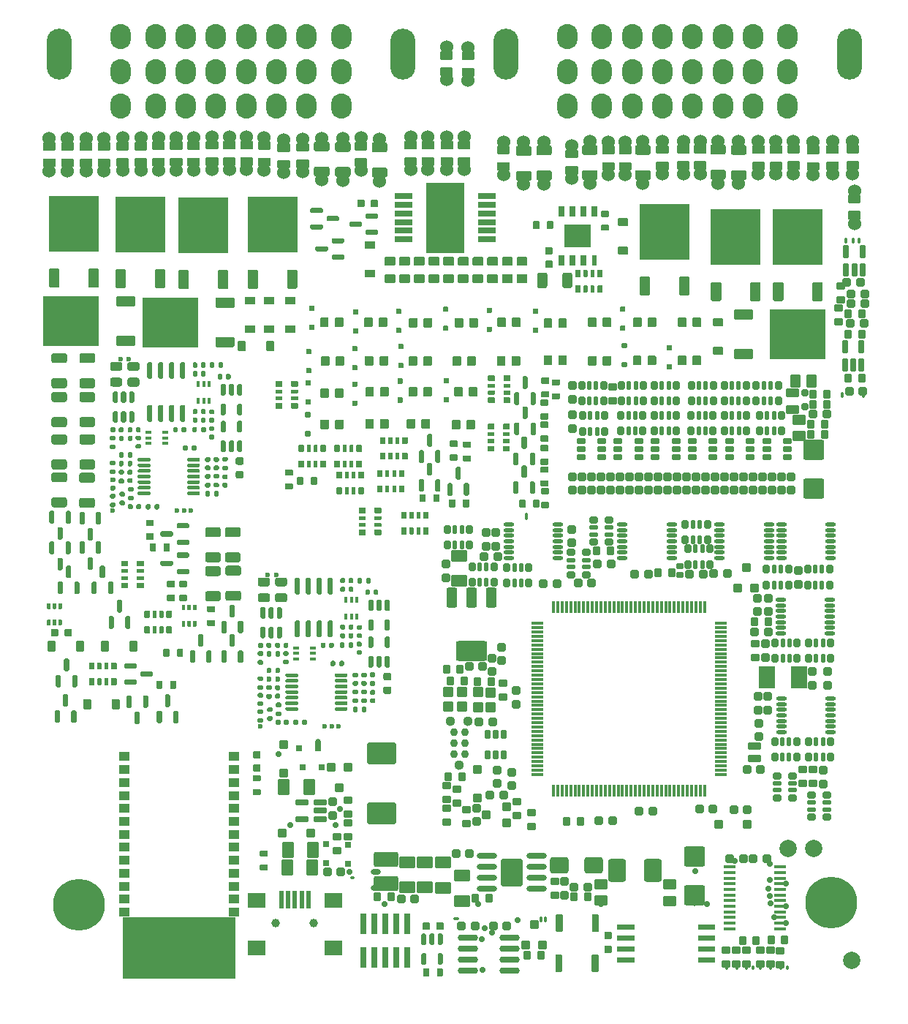
<source format=gts>
G75*
G70*
%OFA0B0*%
%FSLAX25Y25*%
%IPPOS*%
%LPD*%
%AMOC8*
5,1,8,0,0,1.08239X$1,22.5*
%
%AMM123*
21,1,0.076380,0.036220,-0.000000,0.000000,90.000000*
21,1,0.061810,0.050790,-0.000000,0.000000,90.000000*
1,1,0.014570,0.018110,0.030910*
1,1,0.014570,0.018110,-0.030910*
1,1,0.014570,-0.018110,-0.030910*
1,1,0.014570,-0.018110,0.030910*
%
%AMM124*
21,1,0.038980,0.026770,-0.000000,0.000000,270.000000*
21,1,0.026770,0.038980,-0.000000,0.000000,270.000000*
1,1,0.012210,-0.013390,-0.013390*
1,1,0.012210,-0.013390,0.013390*
1,1,0.012210,0.013390,0.013390*
1,1,0.012210,0.013390,-0.013390*
%
%AMM125*
21,1,0.040950,0.030320,-0.000000,0.000000,180.000000*
21,1,0.028350,0.042910,-0.000000,0.000000,180.000000*
1,1,0.012600,-0.014170,0.015160*
1,1,0.012600,0.014170,0.015160*
1,1,0.012600,0.014170,-0.015160*
1,1,0.012600,-0.014170,-0.015160*
%
%AMM126*
21,1,0.027170,0.052760,-0.000000,0.000000,90.000000*
21,1,0.017320,0.062600,-0.000000,0.000000,90.000000*
1,1,0.009840,0.026380,0.008660*
1,1,0.009840,0.026380,-0.008660*
1,1,0.009840,-0.026380,-0.008660*
1,1,0.009840,-0.026380,0.008660*
%
%AMM127*
21,1,0.100000,0.111020,-0.000000,0.000000,270.000000*
21,1,0.075590,0.135430,-0.000000,0.000000,270.000000*
1,1,0.024410,-0.055510,-0.037800*
1,1,0.024410,-0.055510,0.037800*
1,1,0.024410,0.055510,0.037800*
1,1,0.024410,0.055510,-0.037800*
%
%AMM128*
21,1,0.029130,0.018900,-0.000000,0.000000,0.000000*
21,1,0.018900,0.029130,-0.000000,0.000000,0.000000*
1,1,0.010240,0.009450,-0.009450*
1,1,0.010240,-0.009450,-0.009450*
1,1,0.010240,-0.009450,0.009450*
1,1,0.010240,0.009450,0.009450*
%
%AMM129*
21,1,0.041340,0.026770,-0.000000,0.000000,90.000000*
21,1,0.029130,0.038980,-0.000000,0.000000,90.000000*
1,1,0.012210,0.013390,0.014570*
1,1,0.012210,0.013390,-0.014570*
1,1,0.012210,-0.013390,-0.014570*
1,1,0.012210,-0.013390,0.014570*
%
%AMM130*
21,1,0.029130,0.018900,-0.000000,0.000000,270.000000*
21,1,0.018900,0.029130,-0.000000,0.000000,270.000000*
1,1,0.010240,-0.009450,-0.009450*
1,1,0.010240,-0.009450,0.009450*
1,1,0.010240,0.009450,0.009450*
1,1,0.010240,0.009450,-0.009450*
%
%AMM131*
21,1,0.033070,0.030710,-0.000000,0.000000,90.000000*
21,1,0.022050,0.041730,-0.000000,0.000000,90.000000*
1,1,0.011020,0.015350,0.011020*
1,1,0.011020,0.015350,-0.011020*
1,1,0.011020,-0.015350,-0.011020*
1,1,0.011020,-0.015350,0.011020*
%
%AMM132*
21,1,0.038980,0.026770,-0.000000,0.000000,180.000000*
21,1,0.026770,0.038980,-0.000000,0.000000,180.000000*
1,1,0.012210,-0.013390,0.013390*
1,1,0.012210,0.013390,0.013390*
1,1,0.012210,0.013390,-0.013390*
1,1,0.012210,-0.013390,-0.013390*
%
%AMM133*
21,1,0.041340,0.026770,-0.000000,0.000000,180.000000*
21,1,0.029130,0.038980,-0.000000,0.000000,180.000000*
1,1,0.012210,-0.014570,0.013390*
1,1,0.012210,0.014570,0.013390*
1,1,0.012210,0.014570,-0.013390*
1,1,0.012210,-0.014570,-0.013390*
%
%AMM147*
21,1,0.033070,0.030710,-0.000000,0.000000,270.000000*
21,1,0.022050,0.041730,-0.000000,0.000000,270.000000*
1,1,0.011020,-0.015350,-0.011020*
1,1,0.011020,-0.015350,0.011020*
1,1,0.011020,0.015350,0.011020*
1,1,0.011020,0.015350,-0.011020*
%
%AMM148*
21,1,0.038980,0.026770,-0.000000,0.000000,0.000000*
21,1,0.026770,0.038980,-0.000000,0.000000,0.000000*
1,1,0.012210,0.013390,-0.013390*
1,1,0.012210,-0.013390,-0.013390*
1,1,0.012210,-0.013390,0.013390*
1,1,0.012210,0.013390,0.013390*
%
%AMM165*
21,1,0.044880,0.049210,-0.000000,-0.000000,270.000000*
21,1,0.031500,0.062600,-0.000000,-0.000000,270.000000*
1,1,0.013390,-0.024610,-0.015750*
1,1,0.013390,-0.024610,0.015750*
1,1,0.013390,0.024610,0.015750*
1,1,0.013390,0.024610,-0.015750*
%
%AMM166*
21,1,0.111810,0.050390,-0.000000,-0.000000,180.000000*
21,1,0.093700,0.068500,-0.000000,-0.000000,180.000000*
1,1,0.018110,-0.046850,0.025200*
1,1,0.018110,0.046850,0.025200*
1,1,0.018110,0.046850,-0.025200*
1,1,0.018110,-0.046850,-0.025200*
%
%AMM167*
21,1,0.080320,0.083460,-0.000000,-0.000000,0.000000*
21,1,0.059840,0.103940,-0.000000,-0.000000,0.000000*
1,1,0.020470,0.029920,-0.041730*
1,1,0.020470,-0.029920,-0.041730*
1,1,0.020470,-0.029920,0.041730*
1,1,0.020470,0.029920,0.041730*
%
%AMM168*
21,1,0.033070,0.030710,-0.000000,-0.000000,0.000000*
21,1,0.022050,0.041730,-0.000000,-0.000000,0.000000*
1,1,0.011020,0.011020,-0.015350*
1,1,0.011020,-0.011020,-0.015350*
1,1,0.011020,-0.011020,0.015350*
1,1,0.011020,0.011020,0.015350*
%
%AMM169*
21,1,0.038980,0.026770,-0.000000,-0.000000,0.000000*
21,1,0.026770,0.038980,-0.000000,-0.000000,0.000000*
1,1,0.012210,0.013390,-0.013390*
1,1,0.012210,-0.013390,-0.013390*
1,1,0.012210,-0.013390,0.013390*
1,1,0.012210,0.013390,0.013390*
%
%AMM170*
21,1,0.038980,0.026770,-0.000000,-0.000000,90.000000*
21,1,0.026770,0.038980,-0.000000,-0.000000,90.000000*
1,1,0.012210,0.013390,0.013390*
1,1,0.012210,0.013390,-0.013390*
1,1,0.012210,-0.013390,-0.013390*
1,1,0.012210,-0.013390,0.013390*
%
%AMM171*
21,1,0.127560,0.075590,-0.000000,-0.000000,90.000000*
21,1,0.103150,0.100000,-0.000000,-0.000000,90.000000*
1,1,0.024410,0.037800,0.051580*
1,1,0.024410,0.037800,-0.051580*
1,1,0.024410,-0.037800,-0.051580*
1,1,0.024410,-0.037800,0.051580*
%
%AMM172*
21,1,0.084250,0.053540,-0.000000,-0.000000,0.000000*
21,1,0.065350,0.072440,-0.000000,-0.000000,0.000000*
1,1,0.018900,0.032680,-0.026770*
1,1,0.018900,-0.032680,-0.026770*
1,1,0.018900,-0.032680,0.026770*
1,1,0.018900,0.032680,0.026770*
%
%AMM173*
21,1,0.076380,0.036220,-0.000000,-0.000000,0.000000*
21,1,0.061810,0.050790,-0.000000,-0.000000,0.000000*
1,1,0.014570,0.030910,-0.018110*
1,1,0.014570,-0.030910,-0.018110*
1,1,0.014570,-0.030910,0.018110*
1,1,0.014570,0.030910,0.018110*
%
%AMM174*
21,1,0.092130,0.073230,-0.000000,-0.000000,270.000000*
21,1,0.069290,0.096060,-0.000000,-0.000000,270.000000*
1,1,0.022840,-0.036610,-0.034650*
1,1,0.022840,-0.036610,0.034650*
1,1,0.022840,0.036610,0.034650*
1,1,0.022840,0.036610,-0.034650*
%
%AMM175*
21,1,0.033070,0.030710,-0.000000,-0.000000,270.000000*
21,1,0.022050,0.041730,-0.000000,-0.000000,270.000000*
1,1,0.011020,-0.015350,-0.011020*
1,1,0.011020,-0.015350,0.011020*
1,1,0.011020,0.015350,0.011020*
1,1,0.011020,0.015350,-0.011020*
%
%AMM205*
21,1,0.040950,0.050000,-0.000000,-0.000000,90.000000*
21,1,0.028350,0.062600,-0.000000,-0.000000,90.000000*
1,1,0.012600,0.025000,0.014170*
1,1,0.012600,0.025000,-0.014170*
1,1,0.012600,-0.025000,-0.014170*
1,1,0.012600,-0.025000,0.014170*
%
%AMM206*
21,1,0.092130,0.073230,-0.000000,-0.000000,90.000000*
21,1,0.069290,0.096060,-0.000000,-0.000000,90.000000*
1,1,0.022840,0.036610,0.034650*
1,1,0.022840,0.036610,-0.034650*
1,1,0.022840,-0.036610,-0.034650*
1,1,0.022840,-0.036610,0.034650*
%
%AMM207*
21,1,0.044880,0.049210,-0.000000,-0.000000,0.000000*
21,1,0.031500,0.062600,-0.000000,-0.000000,0.000000*
1,1,0.013390,0.015750,-0.024610*
1,1,0.013390,-0.015750,-0.024610*
1,1,0.013390,-0.015750,0.024610*
1,1,0.013390,0.015750,0.024610*
%
%AMM208*
21,1,0.029130,0.030710,-0.000000,-0.000000,270.000000*
21,1,0.018900,0.040950,-0.000000,-0.000000,270.000000*
1,1,0.010240,-0.015350,-0.009450*
1,1,0.010240,-0.015350,0.009450*
1,1,0.010240,0.015350,0.009450*
1,1,0.010240,0.015350,-0.009450*
%
%AMM209*
21,1,0.031100,0.026380,-0.000000,-0.000000,180.000000*
21,1,0.020470,0.037010,-0.000000,-0.000000,180.000000*
1,1,0.010630,-0.010240,0.013190*
1,1,0.010630,0.010240,0.013190*
1,1,0.010630,0.010240,-0.013190*
1,1,0.010630,-0.010240,-0.013190*
%
%AMM21*
21,1,0.033070,0.030710,0.000000,0.000000,0.000000*
21,1,0.022050,0.041730,0.000000,0.000000,0.000000*
1,1,0.011020,0.011020,-0.015350*
1,1,0.011020,-0.011020,-0.015350*
1,1,0.011020,-0.011020,0.015350*
1,1,0.011020,0.011020,0.015350*
%
%AMM210*
21,1,0.023230,0.027950,-0.000000,-0.000000,180.000000*
21,1,0.014170,0.037010,-0.000000,-0.000000,180.000000*
1,1,0.009060,-0.007090,0.013980*
1,1,0.009060,0.007090,0.013980*
1,1,0.009060,0.007090,-0.013980*
1,1,0.009060,-0.007090,-0.013980*
%
%AMM211*
21,1,0.033070,0.030710,-0.000000,-0.000000,180.000000*
21,1,0.022050,0.041730,-0.000000,-0.000000,180.000000*
1,1,0.011020,-0.011020,0.015350*
1,1,0.011020,0.011020,0.015350*
1,1,0.011020,0.011020,-0.015350*
1,1,0.011020,-0.011020,-0.015350*
%
%AMM241*
21,1,0.033070,0.030710,-0.000000,0.000000,0.000000*
21,1,0.022050,0.041730,-0.000000,0.000000,0.000000*
1,1,0.011020,0.011020,-0.015350*
1,1,0.011020,-0.011020,-0.015350*
1,1,0.011020,-0.011020,0.015350*
1,1,0.011020,0.011020,0.015350*
%
%AMM286*
21,1,0.076380,0.036220,-0.000000,-0.000000,180.000000*
21,1,0.061810,0.050790,-0.000000,-0.000000,180.000000*
1,1,0.014570,-0.030910,0.018110*
1,1,0.014570,0.030910,0.018110*
1,1,0.014570,0.030910,-0.018110*
1,1,0.014570,-0.030910,-0.018110*
%
%AMM287*
21,1,0.033070,0.030710,-0.000000,-0.000000,90.000000*
21,1,0.022050,0.041730,-0.000000,-0.000000,90.000000*
1,1,0.011020,0.015350,0.011020*
1,1,0.011020,0.015350,-0.011020*
1,1,0.011020,-0.015350,-0.011020*
1,1,0.011020,-0.015350,0.011020*
%
%AMM288*
21,1,0.038980,0.026770,-0.000000,-0.000000,270.000000*
21,1,0.026770,0.038980,-0.000000,-0.000000,270.000000*
1,1,0.012210,-0.013390,-0.013390*
1,1,0.012210,-0.013390,0.013390*
1,1,0.012210,0.013390,0.013390*
1,1,0.012210,0.013390,-0.013390*
%
%AMM289*
21,1,0.015350,0.017720,-0.000000,-0.000000,0.000000*
21,1,0.000000,0.033070,-0.000000,-0.000000,0.000000*
1,1,0.015350,-0.000000,-0.008860*
1,1,0.015350,-0.000000,-0.008860*
1,1,0.015350,-0.000000,0.008860*
1,1,0.015350,-0.000000,0.008860*
%
%AMM290*
21,1,0.029130,0.030710,-0.000000,-0.000000,0.000000*
21,1,0.018900,0.040950,-0.000000,-0.000000,0.000000*
1,1,0.010240,0.009450,-0.015350*
1,1,0.010240,-0.009450,-0.015350*
1,1,0.010240,-0.009450,0.015350*
1,1,0.010240,0.009450,0.015350*
%
%AMM291*
21,1,0.033070,0.018900,-0.000000,-0.000000,0.000000*
21,1,0.022840,0.029130,-0.000000,-0.000000,0.000000*
1,1,0.010240,0.011420,-0.009450*
1,1,0.010240,-0.011420,-0.009450*
1,1,0.010240,-0.011420,0.009450*
1,1,0.010240,0.011420,0.009450*
%
%AMM292*
21,1,0.143310,0.067720,-0.000000,-0.000000,180.000000*
21,1,0.120870,0.090160,-0.000000,-0.000000,180.000000*
1,1,0.022440,-0.060430,0.033860*
1,1,0.022440,0.060430,0.033860*
1,1,0.022440,0.060430,-0.033860*
1,1,0.022440,-0.060430,-0.033860*
%
%AMM293*
21,1,0.048820,0.075980,-0.000000,-0.000000,180.000000*
21,1,0.034650,0.090160,-0.000000,-0.000000,180.000000*
1,1,0.014170,-0.017320,0.037990*
1,1,0.014170,0.017320,0.037990*
1,1,0.014170,0.017320,-0.037990*
1,1,0.014170,-0.017320,-0.037990*
%
%AMM294*
21,1,0.048820,0.075990,-0.000000,-0.000000,180.000000*
21,1,0.034650,0.090160,-0.000000,-0.000000,180.000000*
1,1,0.014170,-0.017320,0.037990*
1,1,0.014170,0.017320,0.037990*
1,1,0.014170,0.017320,-0.037990*
1,1,0.014170,-0.017320,-0.037990*
%
%AMM295*
21,1,0.044880,0.035430,-0.000000,-0.000000,90.000000*
21,1,0.031500,0.048820,-0.000000,-0.000000,90.000000*
1,1,0.013390,0.017720,0.015750*
1,1,0.013390,0.017720,-0.015750*
1,1,0.013390,-0.017720,-0.015750*
1,1,0.013390,-0.017720,0.015750*
%
%AMM296*
21,1,0.040950,0.030320,-0.000000,-0.000000,90.000000*
21,1,0.028350,0.042910,-0.000000,-0.000000,90.000000*
1,1,0.012600,0.015160,0.014170*
1,1,0.012600,0.015160,-0.014170*
1,1,0.012600,-0.015160,-0.014170*
1,1,0.012600,-0.015160,0.014170*
%
%AMM297*
21,1,0.041340,0.026770,-0.000000,-0.000000,90.000000*
21,1,0.029130,0.038980,-0.000000,-0.000000,90.000000*
1,1,0.012210,0.013390,0.014570*
1,1,0.012210,0.013390,-0.014570*
1,1,0.012210,-0.013390,-0.014570*
1,1,0.012210,-0.013390,0.014570*
%
%AMM298*
21,1,0.040950,0.030320,-0.000000,-0.000000,0.000000*
21,1,0.028350,0.042910,-0.000000,-0.000000,0.000000*
1,1,0.012600,0.014170,-0.015160*
1,1,0.012600,-0.014170,-0.015160*
1,1,0.012600,-0.014170,0.015160*
1,1,0.012600,0.014170,0.015160*
%
%AMM299*
21,1,0.031100,0.026380,-0.000000,-0.000000,90.000000*
21,1,0.020470,0.037010,-0.000000,-0.000000,90.000000*
1,1,0.010630,0.013190,0.010240*
1,1,0.010630,0.013190,-0.010240*
1,1,0.010630,-0.013190,-0.010240*
1,1,0.010630,-0.013190,0.010240*
%
%AMM300*
21,1,0.023230,0.027950,-0.000000,-0.000000,90.000000*
21,1,0.014170,0.037010,-0.000000,-0.000000,90.000000*
1,1,0.009060,0.013980,0.007090*
1,1,0.009060,0.013980,-0.007090*
1,1,0.009060,-0.013980,-0.007090*
1,1,0.009060,-0.013980,0.007090*
%
%AMM301*
21,1,0.033070,0.049610,-0.000000,-0.000000,90.000000*
21,1,0.022050,0.060630,-0.000000,-0.000000,90.000000*
1,1,0.011020,0.024800,0.011020*
1,1,0.011020,0.024800,-0.011020*
1,1,0.011020,-0.024800,-0.011020*
1,1,0.011020,-0.024800,0.011020*
%
%AMM302*
21,1,0.041340,0.026770,-0.000000,-0.000000,0.000000*
21,1,0.029130,0.038980,-0.000000,-0.000000,0.000000*
1,1,0.012210,0.014570,-0.013390*
1,1,0.012210,-0.014570,-0.013390*
1,1,0.012210,-0.014570,0.013390*
1,1,0.012210,0.014570,0.013390*
%
%AMM309*
21,1,0.038980,0.026770,-0.000000,-0.000000,180.000000*
21,1,0.026770,0.038980,-0.000000,-0.000000,180.000000*
1,1,0.012210,-0.013390,0.013390*
1,1,0.012210,0.013390,0.013390*
1,1,0.012210,0.013390,-0.013390*
1,1,0.012210,-0.013390,-0.013390*
%
%AMM311*
21,1,0.027170,0.052760,-0.000000,0.000000,0.000000*
21,1,0.017320,0.062600,-0.000000,0.000000,0.000000*
1,1,0.009840,0.008660,-0.026380*
1,1,0.009840,-0.008660,-0.026380*
1,1,0.009840,-0.008660,0.026380*
1,1,0.009840,0.008660,0.026380*
%
%AMM47*
21,1,0.038980,0.026770,0.000000,0.000000,0.000000*
21,1,0.026770,0.038980,0.000000,0.000000,0.000000*
1,1,0.012210,0.013390,-0.013390*
1,1,0.012210,-0.013390,-0.013390*
1,1,0.012210,-0.013390,0.013390*
1,1,0.012210,0.013390,0.013390*
%
%AMM48*
21,1,0.033070,0.030710,0.000000,0.000000,270.000000*
21,1,0.022050,0.041730,0.000000,0.000000,270.000000*
1,1,0.011020,-0.015350,-0.011020*
1,1,0.011020,-0.015350,0.011020*
1,1,0.011020,0.015350,0.011020*
1,1,0.011020,0.015350,-0.011020*
%
%ADD10C,0.02362*%
%ADD11O,0.00787X0.01575*%
%ADD112O,0.04488X0.02520*%
%ADD118M21*%
%ADD121C,0.02913*%
%ADD14C,0.06000*%
%ADD141O,0.09213X0.02520*%
%ADD147O,0.02520X0.04488*%
%ADD148R,0.02559X0.01575*%
%ADD15C,0.23622*%
%ADD155R,0.01575X0.02559*%
%ADD16C,0.07874*%
%ADD162O,0.01339X0.02126*%
%ADD163O,0.05512X0.01535*%
%ADD164M47*%
%ADD165M48*%
%ADD17R,0.22835X0.25197*%
%ADD178C,0.03701*%
%ADD20R,0.01969X0.07874*%
%ADD21R,0.07874X0.06693*%
%ADD22R,0.25197X0.22835*%
%ADD220O,0.05669X0.01417*%
%ADD221O,0.01417X0.05669*%
%ADD226O,0.04882X0.01732*%
%ADD229R,0.07244X0.10000*%
%ADD23R,0.07874X0.02559*%
%ADD234C,0.03651*%
%ADD237C,0.04451*%
%ADD24R,0.17717X0.31890*%
%ADD245O,0.02520X0.01535*%
%ADD246O,0.01535X0.02520*%
%ADD247O,0.09213X0.02913*%
%ADD25O,0.00984X0.01969*%
%ADD265M123*%
%ADD266M124*%
%ADD267M125*%
%ADD268M126*%
%ADD269O,0.02520X0.01339*%
%ADD270M127*%
%ADD271M128*%
%ADD272M129*%
%ADD273M130*%
%ADD274M131*%
%ADD275M132*%
%ADD276M133*%
%ADD28O,0.01969X0.00984*%
%ADD297M147*%
%ADD298M148*%
%ADD31O,0.01969X0.03937*%
%ADD316M165*%
%ADD317M166*%
%ADD318M167*%
%ADD319M168*%
%ADD320M169*%
%ADD321M170*%
%ADD322M171*%
%ADD323M172*%
%ADD324M173*%
%ADD325M174*%
%ADD326M175*%
%ADD356M205*%
%ADD357M206*%
%ADD358M207*%
%ADD359M208*%
%ADD360M209*%
%ADD361M210*%
%ADD362M211*%
%ADD37O,0.01969X0.00787*%
%ADD394M241*%
%ADD441M286*%
%ADD442M287*%
%ADD443M288*%
%ADD444M289*%
%ADD445M290*%
%ADD446M291*%
%ADD447M292*%
%ADD448M293*%
%ADD449M294*%
%ADD45R,0.02559X0.05157*%
%ADD450M295*%
%ADD451M296*%
%ADD452M297*%
%ADD453M298*%
%ADD454M299*%
%ADD455M300*%
%ADD456M301*%
%ADD457M302*%
%ADD46R,0.02362X0.05157*%
%ADD47R,0.05906X0.05217*%
%ADD470M309*%
%ADD472M311*%
%ADD48R,0.05118X0.03937*%
%ADD52O,0.03937X0.01969*%
%ADD56R,0.02913X0.09449*%
%ADD57C,0.03937*%
%ADD68C,0.00472*%
%ADD69O,0.11417X0.23228*%
%ADD70O,0.09449X0.11417*%
X0000000Y0000000D02*
%LPD*%
G01*
D68*
X0038780Y0000787D02*
X0038780Y0028346D01*
X0038780Y0028346D02*
X0089961Y0028346D01*
X0089961Y0028346D02*
X0089961Y0000787D01*
X0089961Y0000787D02*
X0038780Y0000787D01*
G36*
X0089961Y0000787D02*
G01*
X0038780Y0000787D01*
X0038780Y0028346D01*
X0089961Y0028346D01*
X0089961Y0000787D01*
G37*
X0089961Y0000787D02*
X0038780Y0000787D01*
X0038780Y0028346D01*
X0089961Y0028346D01*
X0089961Y0000787D01*
G36*
G01*
X0182953Y0011870D02*
X0184134Y0011870D01*
G75*
G02*
X0184724Y0011280I0000000J-000591D01*
G01*
X0184724Y0007244D01*
G75*
G02*
X0184134Y0006654I-000591J0000000D01*
G01*
X0182953Y0006654D01*
G75*
G02*
X0182362Y0007244I0000000J0000591D01*
G01*
X0182362Y0011280D01*
G75*
G02*
X0182953Y0011870I0000591J0000000D01*
G01*
G37*
G36*
G01*
X0175472Y0011870D02*
X0176654Y0011870D01*
G75*
G02*
X0177244Y0011280I0000000J-000591D01*
G01*
X0177244Y0007244D01*
G75*
G02*
X0176654Y0006654I-000591J0000000D01*
G01*
X0175472Y0006654D01*
G75*
G02*
X0174882Y0007244I0000000J0000591D01*
G01*
X0174882Y0011280D01*
G75*
G02*
X0175472Y0011870I0000591J0000000D01*
G01*
G37*
G36*
G01*
X0175472Y0020827D02*
X0176654Y0020827D01*
G75*
G02*
X0177244Y0020236I0000000J-000591D01*
G01*
X0177244Y0016201D01*
G75*
G02*
X0176654Y0015610I-000591J0000000D01*
G01*
X0175472Y0015610D01*
G75*
G02*
X0174882Y0016201I0000000J0000591D01*
G01*
X0174882Y0020236D01*
G75*
G02*
X0175472Y0020827I0000591J0000000D01*
G01*
G37*
G36*
G01*
X0179213Y0020827D02*
X0180394Y0020827D01*
G75*
G02*
X0180984Y0020236I0000000J-000591D01*
G01*
X0180984Y0016201D01*
G75*
G02*
X0180394Y0015610I-000591J0000000D01*
G01*
X0179213Y0015610D01*
G75*
G02*
X0178622Y0016201I0000000J0000591D01*
G01*
X0178622Y0020236D01*
G75*
G02*
X0179213Y0020827I0000591J0000000D01*
G01*
G37*
G36*
G01*
X0182953Y0020827D02*
X0184134Y0020827D01*
G75*
G02*
X0184724Y0020236I0000000J-000591D01*
G01*
X0184724Y0016201D01*
G75*
G02*
X0184134Y0015610I-000591J0000000D01*
G01*
X0182953Y0015610D01*
G75*
G02*
X0182362Y0016201I0000000J0000591D01*
G01*
X0182362Y0020236D01*
G75*
G02*
X0182953Y0020827I0000591J0000000D01*
G01*
G37*
D10*
X0334173Y0052657D03*
X0318129Y0053839D03*
X0341456Y0025591D03*
X0336299Y0028150D03*
X0341456Y0033268D03*
X0334527Y0034547D03*
X0334232Y0037894D03*
X0333385Y0041339D03*
X0341456Y0043504D03*
X0334232Y0045177D03*
D11*
X0314389Y0005415D03*
X0319015Y0005415D03*
X0323641Y0005415D03*
X0326594Y0005415D03*
X0329901Y0005415D03*
X0334527Y0005415D03*
X0339153Y0005415D03*
X0342145Y0005415D03*
G36*
G01*
X0098858Y0294508D02*
X0094843Y0294508D01*
G75*
G02*
X0094488Y0294862I0000000J0000354D01*
G01*
X0094488Y0297697D01*
G75*
G02*
X0094843Y0298051I0000354J0000000D01*
G01*
X0098858Y0298051D01*
G75*
G02*
X0099213Y0297697I0000000J-000354D01*
G01*
X0099213Y0294862D01*
G75*
G02*
X0098858Y0294508I-000354J0000000D01*
G01*
G37*
G36*
G01*
X0098858Y0307500D02*
X0094843Y0307500D01*
G75*
G02*
X0094488Y0307854I0000000J0000354D01*
G01*
X0094488Y0310689D01*
G75*
G02*
X0094843Y0311043I0000354J0000000D01*
G01*
X0098858Y0311043D01*
G75*
G02*
X0099213Y0310689I0000000J-000354D01*
G01*
X0099213Y0307854D01*
G75*
G02*
X0098858Y0307500I-000354J0000000D01*
G01*
G37*
G36*
G01*
X0304626Y0368898D02*
X0299705Y0368898D01*
G75*
G02*
X0299311Y0369291I0000000J0000394D01*
G01*
X0299311Y0372441D01*
G75*
G02*
X0299705Y0372835I0000394J0000000D01*
G01*
X0304626Y0372835D01*
G75*
G02*
X0305020Y0372441I0000000J-000394D01*
G01*
X0305020Y0369291D01*
G75*
G02*
X0304626Y0368898I-000394J0000000D01*
G01*
G37*
D14*
X0302165Y0367106D03*
G36*
G01*
X0304626Y0376378D02*
X0299705Y0376378D01*
G75*
G02*
X0299311Y0376772I0000000J0000394D01*
G01*
X0299311Y0379921D01*
G75*
G02*
X0299705Y0380315I0000394J0000000D01*
G01*
X0304626Y0380315D01*
G75*
G02*
X0305020Y0379921I0000000J-000394D01*
G01*
X0305020Y0376772D01*
G75*
G02*
X0304626Y0376378I-000394J0000000D01*
G01*
G37*
X0302165Y0382106D03*
G36*
G01*
X0049646Y0209449D02*
X0052717Y0209449D01*
G75*
G02*
X0052992Y0209173I0000000J-000276D01*
G01*
X0052992Y0206969D01*
G75*
G02*
X0052717Y0206693I-000276J0000000D01*
G01*
X0049646Y0206693D01*
G75*
G02*
X0049370Y0206969I0000000J0000276D01*
G01*
X0049370Y0209173D01*
G75*
G02*
X0049646Y0209449I0000276J0000000D01*
G01*
G37*
G36*
G01*
X0049646Y0203150D02*
X0052717Y0203150D01*
G75*
G02*
X0052992Y0202874I0000000J-000276D01*
G01*
X0052992Y0200669D01*
G75*
G02*
X0052717Y0200394I-000276J0000000D01*
G01*
X0049646Y0200394D01*
G75*
G02*
X0049370Y0200669I0000000J0000276D01*
G01*
X0049370Y0202874D01*
G75*
G02*
X0049646Y0203150I0000276J0000000D01*
G01*
G37*
G36*
G01*
X0101614Y0058661D02*
X0104685Y0058661D01*
G75*
G02*
X0104961Y0058386I0000000J-000276D01*
G01*
X0104961Y0056181D01*
G75*
G02*
X0104685Y0055906I-000276J0000000D01*
G01*
X0101614Y0055906D01*
G75*
G02*
X0101339Y0056181I0000000J0000276D01*
G01*
X0101339Y0058386D01*
G75*
G02*
X0101614Y0058661I0000276J0000000D01*
G01*
G37*
G36*
G01*
X0101614Y0052362D02*
X0104685Y0052362D01*
G75*
G02*
X0104961Y0052087I0000000J-000276D01*
G01*
X0104961Y0049882D01*
G75*
G02*
X0104685Y0049606I-000276J0000000D01*
G01*
X0101614Y0049606D01*
G75*
G02*
X0101339Y0049882I0000000J0000276D01*
G01*
X0101339Y0052087D01*
G75*
G02*
X0101614Y0052362I0000276J0000000D01*
G01*
G37*
G36*
G01*
X0136220Y0221319D02*
X0136220Y0223957D01*
G75*
G02*
X0136476Y0224213I0000256J0000000D01*
G01*
X0138524Y0224213D01*
G75*
G02*
X0138780Y0223957I0000000J-000256D01*
G01*
X0138780Y0221319D01*
G75*
G02*
X0138524Y0221063I-000256J0000000D01*
G01*
X0136476Y0221063D01*
G75*
G02*
X0136220Y0221319I0000000J0000256D01*
G01*
G37*
G36*
G01*
X0140059Y0221240D02*
X0140059Y0224035D01*
G75*
G02*
X0140236Y0224213I0000177J0000000D01*
G01*
X0141654Y0224213D01*
G75*
G02*
X0141831Y0224035I0000000J-000177D01*
G01*
X0141831Y0221240D01*
G75*
G02*
X0141654Y0221063I-000177J0000000D01*
G01*
X0140236Y0221063D01*
G75*
G02*
X0140059Y0221240I0000000J0000177D01*
G01*
G37*
G36*
G01*
X0143209Y0221240D02*
X0143209Y0224035D01*
G75*
G02*
X0143386Y0224213I0000177J0000000D01*
G01*
X0144803Y0224213D01*
G75*
G02*
X0144980Y0224035I0000000J-000177D01*
G01*
X0144980Y0221240D01*
G75*
G02*
X0144803Y0221063I-000177J0000000D01*
G01*
X0143386Y0221063D01*
G75*
G02*
X0143209Y0221240I0000000J0000177D01*
G01*
G37*
G36*
G01*
X0146260Y0221319D02*
X0146260Y0223957D01*
G75*
G02*
X0146516Y0224213I0000256J0000000D01*
G01*
X0148563Y0224213D01*
G75*
G02*
X0148819Y0223957I0000000J-000256D01*
G01*
X0148819Y0221319D01*
G75*
G02*
X0148563Y0221063I-000256J0000000D01*
G01*
X0146516Y0221063D01*
G75*
G02*
X0146260Y0221319I0000000J0000256D01*
G01*
G37*
G36*
G01*
X0146260Y0228406D02*
X0146260Y0231043D01*
G75*
G02*
X0146516Y0231299I0000256J0000000D01*
G01*
X0148563Y0231299D01*
G75*
G02*
X0148819Y0231043I0000000J-000256D01*
G01*
X0148819Y0228406D01*
G75*
G02*
X0148563Y0228150I-000256J0000000D01*
G01*
X0146516Y0228150D01*
G75*
G02*
X0146260Y0228406I0000000J0000256D01*
G01*
G37*
G36*
G01*
X0143209Y0228327D02*
X0143209Y0231122D01*
G75*
G02*
X0143386Y0231299I0000177J0000000D01*
G01*
X0144803Y0231299D01*
G75*
G02*
X0144980Y0231122I0000000J-000177D01*
G01*
X0144980Y0228327D01*
G75*
G02*
X0144803Y0228150I-000177J0000000D01*
G01*
X0143386Y0228150D01*
G75*
G02*
X0143209Y0228327I0000000J0000177D01*
G01*
G37*
G36*
G01*
X0140059Y0228327D02*
X0140059Y0231122D01*
G75*
G02*
X0140236Y0231299I0000177J0000000D01*
G01*
X0141654Y0231299D01*
G75*
G02*
X0141831Y0231122I0000000J-000177D01*
G01*
X0141831Y0228327D01*
G75*
G02*
X0141654Y0228150I-000177J0000000D01*
G01*
X0140236Y0228150D01*
G75*
G02*
X0140059Y0228327I0000000J0000177D01*
G01*
G37*
G36*
G01*
X0136220Y0228406D02*
X0136220Y0231043D01*
G75*
G02*
X0136476Y0231299I0000256J0000000D01*
G01*
X0138524Y0231299D01*
G75*
G02*
X0138780Y0231043I0000000J-000256D01*
G01*
X0138780Y0228406D01*
G75*
G02*
X0138524Y0228150I-000256J0000000D01*
G01*
X0136476Y0228150D01*
G75*
G02*
X0136220Y0228406I0000000J0000256D01*
G01*
G37*
G36*
G01*
X0199409Y0254528D02*
X0199409Y0250984D01*
G75*
G02*
X0199016Y0250591I-000394J0000000D01*
G01*
X0195866Y0250591D01*
G75*
G02*
X0195472Y0250984I0000000J0000394D01*
G01*
X0195472Y0254528D01*
G75*
G02*
X0195866Y0254921I0000394J0000000D01*
G01*
X0199016Y0254921D01*
G75*
G02*
X0199409Y0254528I0000000J-000394D01*
G01*
G37*
G36*
G01*
X0192717Y0254528D02*
X0192717Y0250984D01*
G75*
G02*
X0192323Y0250591I-000394J0000000D01*
G01*
X0189173Y0250591D01*
G75*
G02*
X0188780Y0250984I0000000J0000394D01*
G01*
X0188780Y0254528D01*
G75*
G02*
X0189173Y0254921I0000394J0000000D01*
G01*
X0192323Y0254921D01*
G75*
G02*
X0192717Y0254528I0000000J-000394D01*
G01*
G37*
G36*
G01*
X0215295Y0262598D02*
X0212657Y0262598D01*
G75*
G02*
X0212402Y0262854I0000000J0000256D01*
G01*
X0212402Y0264902D01*
G75*
G02*
X0212657Y0265157I0000256J0000000D01*
G01*
X0215295Y0265157D01*
G75*
G02*
X0215551Y0264902I0000000J-000256D01*
G01*
X0215551Y0262854D01*
G75*
G02*
X0215295Y0262598I-000256J0000000D01*
G01*
G37*
G36*
G01*
X0215374Y0266437D02*
X0212579Y0266437D01*
G75*
G02*
X0212402Y0266614I0000000J0000177D01*
G01*
X0212402Y0268031D01*
G75*
G02*
X0212579Y0268209I0000177J0000000D01*
G01*
X0215374Y0268209D01*
G75*
G02*
X0215551Y0268031I0000000J-000177D01*
G01*
X0215551Y0266614D01*
G75*
G02*
X0215374Y0266437I-000177J0000000D01*
G01*
G37*
G36*
G01*
X0215374Y0269587D02*
X0212579Y0269587D01*
G75*
G02*
X0212402Y0269764I0000000J0000177D01*
G01*
X0212402Y0271181D01*
G75*
G02*
X0212579Y0271358I0000177J0000000D01*
G01*
X0215374Y0271358D01*
G75*
G02*
X0215551Y0271181I0000000J-000177D01*
G01*
X0215551Y0269764D01*
G75*
G02*
X0215374Y0269587I-000177J0000000D01*
G01*
G37*
G36*
G01*
X0215295Y0272638D02*
X0212657Y0272638D01*
G75*
G02*
X0212402Y0272894I0000000J0000256D01*
G01*
X0212402Y0274941D01*
G75*
G02*
X0212657Y0275197I0000256J0000000D01*
G01*
X0215295Y0275197D01*
G75*
G02*
X0215551Y0274941I0000000J-000256D01*
G01*
X0215551Y0272894D01*
G75*
G02*
X0215295Y0272638I-000256J0000000D01*
G01*
G37*
G36*
G01*
X0208209Y0272638D02*
X0205571Y0272638D01*
G75*
G02*
X0205315Y0272894I0000000J0000256D01*
G01*
X0205315Y0274941D01*
G75*
G02*
X0205571Y0275197I0000256J0000000D01*
G01*
X0208209Y0275197D01*
G75*
G02*
X0208465Y0274941I0000000J-000256D01*
G01*
X0208465Y0272894D01*
G75*
G02*
X0208209Y0272638I-000256J0000000D01*
G01*
G37*
G36*
G01*
X0208287Y0269587D02*
X0205492Y0269587D01*
G75*
G02*
X0205315Y0269764I0000000J0000177D01*
G01*
X0205315Y0271181D01*
G75*
G02*
X0205492Y0271358I0000177J0000000D01*
G01*
X0208287Y0271358D01*
G75*
G02*
X0208465Y0271181I0000000J-000177D01*
G01*
X0208465Y0269764D01*
G75*
G02*
X0208287Y0269587I-000177J0000000D01*
G01*
G37*
G36*
G01*
X0208287Y0266437D02*
X0205492Y0266437D01*
G75*
G02*
X0205315Y0266614I0000000J0000177D01*
G01*
X0205315Y0268031D01*
G75*
G02*
X0205492Y0268209I0000177J0000000D01*
G01*
X0208287Y0268209D01*
G75*
G02*
X0208465Y0268031I0000000J-000177D01*
G01*
X0208465Y0266614D01*
G75*
G02*
X0208287Y0266437I-000177J0000000D01*
G01*
G37*
G36*
G01*
X0208209Y0262598D02*
X0205571Y0262598D01*
G75*
G02*
X0205315Y0262854I0000000J0000256D01*
G01*
X0205315Y0264902D01*
G75*
G02*
X0205571Y0265157I0000256J0000000D01*
G01*
X0208209Y0265157D01*
G75*
G02*
X0208465Y0264902I0000000J-000256D01*
G01*
X0208465Y0262854D01*
G75*
G02*
X0208209Y0262598I-000256J0000000D01*
G01*
G37*
G36*
G01*
X0265551Y0295715D02*
X0265551Y0297604D01*
G75*
G02*
X0265787Y0297841I0000236J0000000D01*
G01*
X0267677Y0297841D01*
G75*
G02*
X0267913Y0297604I0000000J-000236D01*
G01*
X0267913Y0295715D01*
G75*
G02*
X0267677Y0295478I-000236J0000000D01*
G01*
X0265787Y0295478D01*
G75*
G02*
X0265551Y0295715I0000000J0000236D01*
G01*
G37*
G36*
G01*
X0265551Y0304376D02*
X0265551Y0306266D01*
G75*
G02*
X0265787Y0306502I0000236J0000000D01*
G01*
X0267677Y0306502D01*
G75*
G02*
X0267913Y0306266I0000000J-000236D01*
G01*
X0267913Y0304376D01*
G75*
G02*
X0267677Y0304140I-000236J0000000D01*
G01*
X0265787Y0304140D01*
G75*
G02*
X0265551Y0304376I0000000J0000236D01*
G01*
G37*
G36*
G01*
X0098661Y0104075D02*
X0101339Y0104075D01*
G75*
G02*
X0101673Y0103740I0000000J-000335D01*
G01*
X0101673Y0101063D01*
G75*
G02*
X0101339Y0100728I-000335J0000000D01*
G01*
X0098661Y0100728D01*
G75*
G02*
X0098327Y0101063I0000000J0000335D01*
G01*
X0098327Y0103740D01*
G75*
G02*
X0098661Y0104075I0000335J0000000D01*
G01*
G37*
G36*
G01*
X0098661Y0097854D02*
X0101339Y0097854D01*
G75*
G02*
X0101673Y0097520I0000000J-000335D01*
G01*
X0101673Y0094843D01*
G75*
G02*
X0101339Y0094508I-000335J0000000D01*
G01*
X0098661Y0094508D01*
G75*
G02*
X0098327Y0094843I0000000J0000335D01*
G01*
X0098327Y0097520D01*
G75*
G02*
X0098661Y0097854I0000335J0000000D01*
G01*
G37*
G36*
G01*
X0124606Y0272795D02*
X0124606Y0270906D01*
G75*
G02*
X0124370Y0270669I-000236J0000000D01*
G01*
X0122480Y0270669D01*
G75*
G02*
X0122244Y0270906I0000000J0000236D01*
G01*
X0122244Y0272795D01*
G75*
G02*
X0122480Y0273031I0000236J0000000D01*
G01*
X0124370Y0273031D01*
G75*
G02*
X0124606Y0272795I0000000J-000236D01*
G01*
G37*
G36*
G01*
X0124606Y0264134D02*
X0124606Y0262244D01*
G75*
G02*
X0124370Y0262008I-000236J0000000D01*
G01*
X0122480Y0262008D01*
G75*
G02*
X0122244Y0262244I0000000J0000236D01*
G01*
X0122244Y0264134D01*
G75*
G02*
X0122480Y0264370I0000236J0000000D01*
G01*
X0124370Y0264370D01*
G75*
G02*
X0124606Y0264134I0000000J-000236D01*
G01*
G37*
G36*
G01*
X0229567Y0243504D02*
X0232638Y0243504D01*
G75*
G02*
X0232913Y0243228I0000000J-000276D01*
G01*
X0232913Y0241024D01*
G75*
G02*
X0232638Y0240748I-000276J0000000D01*
G01*
X0229567Y0240748D01*
G75*
G02*
X0229291Y0241024I0000000J0000276D01*
G01*
X0229291Y0243228D01*
G75*
G02*
X0229567Y0243504I0000276J0000000D01*
G01*
G37*
G36*
G01*
X0229567Y0237205D02*
X0232638Y0237205D01*
G75*
G02*
X0232913Y0236929I0000000J-000276D01*
G01*
X0232913Y0234724D01*
G75*
G02*
X0232638Y0234449I-000276J0000000D01*
G01*
X0229567Y0234449D01*
G75*
G02*
X0229291Y0234724I0000000J0000276D01*
G01*
X0229291Y0236929D01*
G75*
G02*
X0229567Y0237205I0000276J0000000D01*
G01*
G37*
D15*
X0018909Y0033933D03*
G36*
G01*
X0160039Y0254921D02*
X0160039Y0251378D01*
G75*
G02*
X0159646Y0250984I-000394J0000000D01*
G01*
X0156496Y0250984D01*
G75*
G02*
X0156102Y0251378I0000000J0000394D01*
G01*
X0156102Y0254921D01*
G75*
G02*
X0156496Y0255315I0000394J0000000D01*
G01*
X0159646Y0255315D01*
G75*
G02*
X0160039Y0254921I0000000J-000394D01*
G01*
G37*
G36*
G01*
X0153346Y0254921D02*
X0153346Y0251378D01*
G75*
G02*
X0152953Y0250984I-000394J0000000D01*
G01*
X0149803Y0250984D01*
G75*
G02*
X0149409Y0251378I0000000J0000394D01*
G01*
X0149409Y0254921D01*
G75*
G02*
X0149803Y0255315I0000394J0000000D01*
G01*
X0152953Y0255315D01*
G75*
G02*
X0153346Y0254921I0000000J-000394D01*
G01*
G37*
D14*
X0177953Y0383878D03*
G36*
G01*
X0175492Y0382087D02*
X0180413Y0382087D01*
G75*
G02*
X0180807Y0381693I0000000J-000394D01*
G01*
X0180807Y0378543D01*
G75*
G02*
X0180413Y0378150I-000394J0000000D01*
G01*
X0175492Y0378150D01*
G75*
G02*
X0175098Y0378543I0000000J0000394D01*
G01*
X0175098Y0381693D01*
G75*
G02*
X0175492Y0382087I0000394J0000000D01*
G01*
G37*
X0177953Y0368878D03*
G36*
G01*
X0175492Y0374606D02*
X0180413Y0374606D01*
G75*
G02*
X0180807Y0374213I0000000J-000394D01*
G01*
X0180807Y0371063D01*
G75*
G02*
X0180413Y0370669I-000394J0000000D01*
G01*
X0175492Y0370669D01*
G75*
G02*
X0175098Y0371063I0000000J0000394D01*
G01*
X0175098Y0374213D01*
G75*
G02*
X0175492Y0374606I0000394J0000000D01*
G01*
G37*
X0294488Y0367106D03*
G36*
G01*
X0296949Y0368898D02*
X0292028Y0368898D01*
G75*
G02*
X0291634Y0369291I0000000J0000394D01*
G01*
X0291634Y0372441D01*
G75*
G02*
X0292028Y0372835I0000394J0000000D01*
G01*
X0296949Y0372835D01*
G75*
G02*
X0297343Y0372441I0000000J-000394D01*
G01*
X0297343Y0369291D01*
G75*
G02*
X0296949Y0368898I-000394J0000000D01*
G01*
G37*
X0294488Y0382106D03*
G36*
G01*
X0296949Y0376378D02*
X0292028Y0376378D01*
G75*
G02*
X0291634Y0376772I0000000J0000394D01*
G01*
X0291634Y0379921D01*
G75*
G02*
X0292028Y0380315I0000394J0000000D01*
G01*
X0296949Y0380315D01*
G75*
G02*
X0297343Y0379921I0000000J-000394D01*
G01*
X0297343Y0376772D01*
G75*
G02*
X0296949Y0376378I-000394J0000000D01*
G01*
G37*
G36*
G01*
X0097736Y0370669D02*
X0092815Y0370669D01*
G75*
G02*
X0092421Y0371063I0000000J0000394D01*
G01*
X0092421Y0374213D01*
G75*
G02*
X0092815Y0374606I0000394J0000000D01*
G01*
X0097736Y0374606D01*
G75*
G02*
X0098130Y0374213I0000000J-000394D01*
G01*
X0098130Y0371063D01*
G75*
G02*
X0097736Y0370669I-000394J0000000D01*
G01*
G37*
X0095276Y0368878D03*
X0095276Y0383878D03*
G36*
G01*
X0097736Y0378150D02*
X0092815Y0378150D01*
G75*
G02*
X0092421Y0378543I0000000J0000394D01*
G01*
X0092421Y0381693D01*
G75*
G02*
X0092815Y0382087I0000394J0000000D01*
G01*
X0097736Y0382087D01*
G75*
G02*
X0098130Y0381693I0000000J-000394D01*
G01*
X0098130Y0378543D01*
G75*
G02*
X0097736Y0378150I-000394J0000000D01*
G01*
G37*
G36*
G01*
X0013386Y0236004D02*
X0013386Y0233287D01*
G75*
G02*
X0012480Y0232382I-000906J0000000D01*
G01*
X0007205Y0232382D01*
G75*
G02*
X0006299Y0233287I0000000J0000906D01*
G01*
X0006299Y0236004D01*
G75*
G02*
X0007205Y0236909I0000906J0000000D01*
G01*
X0012480Y0236909D01*
G75*
G02*
X0013386Y0236004I0000000J-000906D01*
G01*
G37*
G36*
G01*
X0013386Y0247421D02*
X0013386Y0244705D01*
G75*
G02*
X0012480Y0243799I-000906J0000000D01*
G01*
X0007205Y0243799D01*
G75*
G02*
X0006299Y0244705I0000000J0000906D01*
G01*
X0006299Y0247421D01*
G75*
G02*
X0007205Y0248327I0000906J0000000D01*
G01*
X0012480Y0248327D01*
G75*
G02*
X0013386Y0247421I0000000J-000906D01*
G01*
G37*
D16*
X0353937Y0059488D03*
G36*
G01*
X0229961Y0274213D02*
X0233031Y0274213D01*
G75*
G02*
X0233307Y0273937I0000000J-000276D01*
G01*
X0233307Y0271732D01*
G75*
G02*
X0233031Y0271457I-000276J0000000D01*
G01*
X0229961Y0271457D01*
G75*
G02*
X0229685Y0271732I0000000J0000276D01*
G01*
X0229685Y0273937D01*
G75*
G02*
X0229961Y0274213I0000276J0000000D01*
G01*
G37*
G36*
G01*
X0229961Y0267913D02*
X0233031Y0267913D01*
G75*
G02*
X0233307Y0267638I0000000J-000276D01*
G01*
X0233307Y0265433D01*
G75*
G02*
X0233031Y0265157I-000276J0000000D01*
G01*
X0229961Y0265157D01*
G75*
G02*
X0229685Y0265433I0000000J0000276D01*
G01*
X0229685Y0267638D01*
G75*
G02*
X0229961Y0267913I0000276J0000000D01*
G01*
G37*
G36*
G01*
X0124311Y0349803D02*
X0124311Y0350984D01*
G75*
G02*
X0124902Y0351575I0000591J0000000D01*
G01*
X0129528Y0351575D01*
G75*
G02*
X0130118Y0350984I0000000J-000591D01*
G01*
X0130118Y0349803D01*
G75*
G02*
X0129528Y0349213I-000591J0000000D01*
G01*
X0124902Y0349213D01*
G75*
G02*
X0124311Y0349803I0000000J0000591D01*
G01*
G37*
G36*
G01*
X0131693Y0346063D02*
X0131693Y0347244D01*
G75*
G02*
X0132283Y0347835I0000591J0000000D01*
G01*
X0136909Y0347835D01*
G75*
G02*
X0137500Y0347244I0000000J-000591D01*
G01*
X0137500Y0346063D01*
G75*
G02*
X0136909Y0345472I-000591J0000000D01*
G01*
X0132283Y0345472D01*
G75*
G02*
X0131693Y0346063I0000000J0000591D01*
G01*
G37*
G36*
G01*
X0124311Y0342323D02*
X0124311Y0343504D01*
G75*
G02*
X0124902Y0344094I0000591J0000000D01*
G01*
X0129528Y0344094D01*
G75*
G02*
X0130118Y0343504I0000000J-000591D01*
G01*
X0130118Y0342323D01*
G75*
G02*
X0129528Y0341732I-000591J0000000D01*
G01*
X0124902Y0341732D01*
G75*
G02*
X0124311Y0342323I0000000J0000591D01*
G01*
G37*
D14*
X0251772Y0381890D03*
G36*
G01*
X0248228Y0376595D02*
X0248228Y0379311D01*
G75*
G02*
X0249134Y0380217I0000906J0000000D01*
G01*
X0254409Y0380217D01*
G75*
G02*
X0255315Y0379311I0000000J-000906D01*
G01*
X0255315Y0376595D01*
G75*
G02*
X0254409Y0375689I-000906J0000000D01*
G01*
X0249134Y0375689D01*
G75*
G02*
X0248228Y0376595I0000000J0000906D01*
G01*
G37*
X0251772Y0362598D03*
G36*
G01*
X0248228Y0365177D02*
X0248228Y0367894D01*
G75*
G02*
X0249134Y0368799I0000906J0000000D01*
G01*
X0254409Y0368799D01*
G75*
G02*
X0255315Y0367894I0000000J-000906D01*
G01*
X0255315Y0365177D01*
G75*
G02*
X0254409Y0364272I-000906J0000000D01*
G01*
X0249134Y0364272D01*
G75*
G02*
X0248228Y0365177I0000000J0000906D01*
G01*
G37*
G36*
G01*
X0188622Y0220374D02*
X0187441Y0220374D01*
G75*
G02*
X0186850Y0220965I0000000J0000591D01*
G01*
X0186850Y0225591D01*
G75*
G02*
X0187441Y0226181I0000591J0000000D01*
G01*
X0188622Y0226181D01*
G75*
G02*
X0189213Y0225591I0000000J-000591D01*
G01*
X0189213Y0220965D01*
G75*
G02*
X0188622Y0220374I-000591J0000000D01*
G01*
G37*
G36*
G01*
X0192362Y0227756D02*
X0191181Y0227756D01*
G75*
G02*
X0190591Y0228346I0000000J0000591D01*
G01*
X0190591Y0232972D01*
G75*
G02*
X0191181Y0233563I0000591J0000000D01*
G01*
X0192362Y0233563D01*
G75*
G02*
X0192953Y0232972I0000000J-000591D01*
G01*
X0192953Y0228346D01*
G75*
G02*
X0192362Y0227756I-000591J0000000D01*
G01*
G37*
G36*
G01*
X0196102Y0220374D02*
X0194921Y0220374D01*
G75*
G02*
X0194331Y0220965I0000000J0000591D01*
G01*
X0194331Y0225591D01*
G75*
G02*
X0194921Y0226181I0000591J0000000D01*
G01*
X0196102Y0226181D01*
G75*
G02*
X0196693Y0225591I0000000J-000591D01*
G01*
X0196693Y0220965D01*
G75*
G02*
X0196102Y0220374I-000591J0000000D01*
G01*
G37*
X0372362Y0344429D03*
G36*
G01*
X0374823Y0346220D02*
X0369902Y0346220D01*
G75*
G02*
X0369508Y0346614I0000000J0000394D01*
G01*
X0369508Y0349764D01*
G75*
G02*
X0369902Y0350157I0000394J0000000D01*
G01*
X0374823Y0350157D01*
G75*
G02*
X0375217Y0349764I0000000J-000394D01*
G01*
X0375217Y0346614D01*
G75*
G02*
X0374823Y0346220I-000394J0000000D01*
G01*
G37*
G36*
G01*
X0374823Y0353701D02*
X0369902Y0353701D01*
G75*
G02*
X0369508Y0354095I0000000J0000394D01*
G01*
X0369508Y0357244D01*
G75*
G02*
X0369902Y0357638I0000394J0000000D01*
G01*
X0374823Y0357638D01*
G75*
G02*
X0375217Y0357244I0000000J-000394D01*
G01*
X0375217Y0354095D01*
G75*
G02*
X0374823Y0353701I-000394J0000000D01*
G01*
G37*
X0372362Y0359429D03*
G36*
G01*
X0266339Y0279173D02*
X0266339Y0281063D01*
G75*
G02*
X0266575Y0281299I0000236J0000000D01*
G01*
X0268465Y0281299D01*
G75*
G02*
X0268701Y0281063I0000000J-000236D01*
G01*
X0268701Y0279173D01*
G75*
G02*
X0268465Y0278937I-000236J0000000D01*
G01*
X0266575Y0278937D01*
G75*
G02*
X0266339Y0279173I0000000J0000236D01*
G01*
G37*
G36*
G01*
X0266339Y0287835D02*
X0266339Y0289724D01*
G75*
G02*
X0266575Y0289961I0000236J0000000D01*
G01*
X0268465Y0289961D01*
G75*
G02*
X0268701Y0289724I0000000J-000236D01*
G01*
X0268701Y0287835D01*
G75*
G02*
X0268465Y0287598I-000236J0000000D01*
G01*
X0266575Y0287598D01*
G75*
G02*
X0266339Y0287835I0000000J0000236D01*
G01*
G37*
G36*
G01*
X0159449Y0301181D02*
X0159449Y0297638D01*
G75*
G02*
X0159055Y0297244I-000394J0000000D01*
G01*
X0155906Y0297244D01*
G75*
G02*
X0155512Y0297638I0000000J0000394D01*
G01*
X0155512Y0301181D01*
G75*
G02*
X0155906Y0301575I0000394J0000000D01*
G01*
X0159055Y0301575D01*
G75*
G02*
X0159449Y0301181I0000000J-000394D01*
G01*
G37*
G36*
G01*
X0152756Y0301181D02*
X0152756Y0297638D01*
G75*
G02*
X0152362Y0297244I-000394J0000000D01*
G01*
X0149213Y0297244D01*
G75*
G02*
X0148819Y0297638I0000000J0000394D01*
G01*
X0148819Y0301181D01*
G75*
G02*
X0149213Y0301575I0000394J0000000D01*
G01*
X0152362Y0301575D01*
G75*
G02*
X0152756Y0301181I0000000J-000394D01*
G01*
G37*
G36*
G01*
X0231732Y0333720D02*
X0234409Y0333720D01*
G75*
G02*
X0234744Y0333386I0000000J-000335D01*
G01*
X0234744Y0330709D01*
G75*
G02*
X0234409Y0330374I-000335J0000000D01*
G01*
X0231732Y0330374D01*
G75*
G02*
X0231398Y0330709I0000000J0000335D01*
G01*
X0231398Y0333386D01*
G75*
G02*
X0231732Y0333720I0000335J0000000D01*
G01*
G37*
G36*
G01*
X0231732Y0327500D02*
X0234409Y0327500D01*
G75*
G02*
X0234744Y0327165I0000000J-000335D01*
G01*
X0234744Y0324488D01*
G75*
G02*
X0234409Y0324154I-000335J0000000D01*
G01*
X0231732Y0324154D01*
G75*
G02*
X0231398Y0324488I0000000J0000335D01*
G01*
X0231398Y0327165D01*
G75*
G02*
X0231732Y0327500I0000335J0000000D01*
G01*
G37*
G36*
G01*
X0100000Y0314764D02*
X0096220Y0314764D01*
G75*
G02*
X0095748Y0315236I0000000J0000472D01*
G01*
X0095748Y0322953D01*
G75*
G02*
X0096220Y0323425I0000472J0000000D01*
G01*
X0100000Y0323425D01*
G75*
G02*
X0100472Y0322953I0000000J-000472D01*
G01*
X0100472Y0315236D01*
G75*
G02*
X0100000Y0314764I-000472J0000000D01*
G01*
G37*
D17*
X0107087Y0343898D03*
G36*
G01*
X0117953Y0314764D02*
X0114173Y0314764D01*
G75*
G02*
X0113701Y0315236I0000000J0000472D01*
G01*
X0113701Y0322953D01*
G75*
G02*
X0114173Y0323425I0000472J0000000D01*
G01*
X0117953Y0323425D01*
G75*
G02*
X0118425Y0322953I0000000J-000472D01*
G01*
X0118425Y0315236D01*
G75*
G02*
X0117953Y0314764I-000472J0000000D01*
G01*
G37*
G36*
G01*
X0255709Y0010906D02*
X0255709Y0003661D01*
G75*
G02*
X0255394Y0003346I-000315J0000000D01*
G01*
X0252874Y0003346D01*
G75*
G02*
X0252559Y0003661I0000000J0000315D01*
G01*
X0252559Y0010906D01*
G75*
G02*
X0252874Y0011220I0000315J0000000D01*
G01*
X0255394Y0011220D01*
G75*
G02*
X0255709Y0010906I0000000J-000315D01*
G01*
G37*
G36*
G01*
X0239173Y0010906D02*
X0239173Y0003661D01*
G75*
G02*
X0238858Y0003346I-000315J0000000D01*
G01*
X0236339Y0003346D01*
G75*
G02*
X0236024Y0003661I0000000J0000315D01*
G01*
X0236024Y0010906D01*
G75*
G02*
X0236339Y0011220I0000315J0000000D01*
G01*
X0238858Y0011220D01*
G75*
G02*
X0239173Y0010906I0000000J-000315D01*
G01*
G37*
G36*
G01*
X0164370Y0278780D02*
X0164370Y0280669D01*
G75*
G02*
X0164606Y0280906I0000236J0000000D01*
G01*
X0166496Y0280906D01*
G75*
G02*
X0166732Y0280669I0000000J-000236D01*
G01*
X0166732Y0278780D01*
G75*
G02*
X0166496Y0278543I-000236J0000000D01*
G01*
X0164606Y0278543D01*
G75*
G02*
X0164370Y0278780I0000000J0000236D01*
G01*
G37*
G36*
G01*
X0164370Y0287441D02*
X0164370Y0289331D01*
G75*
G02*
X0164606Y0289567I0000236J0000000D01*
G01*
X0166496Y0289567D01*
G75*
G02*
X0166732Y0289331I0000000J-000236D01*
G01*
X0166732Y0287441D01*
G75*
G02*
X0166496Y0287205I-000236J0000000D01*
G01*
X0164606Y0287205D01*
G75*
G02*
X0164370Y0287441I0000000J0000236D01*
G01*
G37*
G36*
G01*
X0185098Y0025551D02*
X0185098Y0022874D01*
G75*
G02*
X0184764Y0022539I-000335J0000000D01*
G01*
X0182087Y0022539D01*
G75*
G02*
X0181752Y0022874I0000000J0000335D01*
G01*
X0181752Y0025551D01*
G75*
G02*
X0182087Y0025886I0000335J0000000D01*
G01*
X0184764Y0025886D01*
G75*
G02*
X0185098Y0025551I0000000J-000335D01*
G01*
G37*
G36*
G01*
X0178878Y0025551D02*
X0178878Y0022874D01*
G75*
G02*
X0178543Y0022539I-000335J0000000D01*
G01*
X0175866Y0022539D01*
G75*
G02*
X0175531Y0022874I0000000J0000335D01*
G01*
X0175531Y0025551D01*
G75*
G02*
X0175866Y0025886I0000335J0000000D01*
G01*
X0178543Y0025886D01*
G75*
G02*
X0178878Y0025551I0000000J-000335D01*
G01*
G37*
G36*
G01*
X0009646Y0116831D02*
X0008465Y0116831D01*
G75*
G02*
X0007874Y0117421I0000000J0000591D01*
G01*
X0007874Y0122047D01*
G75*
G02*
X0008465Y0122638I0000591J0000000D01*
G01*
X0009646Y0122638D01*
G75*
G02*
X0010236Y0122047I0000000J-000591D01*
G01*
X0010236Y0117421D01*
G75*
G02*
X0009646Y0116831I-000591J0000000D01*
G01*
G37*
G36*
G01*
X0013386Y0124213D02*
X0012205Y0124213D01*
G75*
G02*
X0011614Y0124803I0000000J0000591D01*
G01*
X0011614Y0129429D01*
G75*
G02*
X0012205Y0130020I0000591J0000000D01*
G01*
X0013386Y0130020D01*
G75*
G02*
X0013976Y0129429I0000000J-000591D01*
G01*
X0013976Y0124803D01*
G75*
G02*
X0013386Y0124213I-000591J0000000D01*
G01*
G37*
G36*
G01*
X0017126Y0116831D02*
X0015945Y0116831D01*
G75*
G02*
X0015354Y0117421I0000000J0000591D01*
G01*
X0015354Y0122047D01*
G75*
G02*
X0015945Y0122638I0000591J0000000D01*
G01*
X0017126Y0122638D01*
G75*
G02*
X0017717Y0122047I0000000J-000591D01*
G01*
X0017717Y0117421D01*
G75*
G02*
X0017126Y0116831I-000591J0000000D01*
G01*
G37*
G36*
G01*
X0013386Y0255295D02*
X0013386Y0252579D01*
G75*
G02*
X0012480Y0251673I-000906J0000000D01*
G01*
X0007205Y0251673D01*
G75*
G02*
X0006299Y0252579I0000000J0000906D01*
G01*
X0006299Y0255295D01*
G75*
G02*
X0007205Y0256201I0000906J0000000D01*
G01*
X0012480Y0256201D01*
G75*
G02*
X0013386Y0255295I0000000J-000906D01*
G01*
G37*
G36*
G01*
X0013386Y0266713D02*
X0013386Y0263996D01*
G75*
G02*
X0012480Y0263091I-000906J0000000D01*
G01*
X0007205Y0263091D01*
G75*
G02*
X0006299Y0263996I0000000J0000906D01*
G01*
X0006299Y0266713D01*
G75*
G02*
X0007205Y0267618I0000906J0000000D01*
G01*
X0012480Y0267618D01*
G75*
G02*
X0013386Y0266713I0000000J-000906D01*
G01*
G37*
G36*
G01*
X0135236Y0233524D02*
X0135236Y0236161D01*
G75*
G02*
X0135492Y0236417I0000256J0000000D01*
G01*
X0137539Y0236417D01*
G75*
G02*
X0137795Y0236161I0000000J-000256D01*
G01*
X0137795Y0233524D01*
G75*
G02*
X0137539Y0233268I-000256J0000000D01*
G01*
X0135492Y0233268D01*
G75*
G02*
X0135236Y0233524I0000000J0000256D01*
G01*
G37*
G36*
G01*
X0139075Y0233445D02*
X0139075Y0236240D01*
G75*
G02*
X0139252Y0236417I0000177J0000000D01*
G01*
X0140669Y0236417D01*
G75*
G02*
X0140846Y0236240I0000000J-000177D01*
G01*
X0140846Y0233445D01*
G75*
G02*
X0140669Y0233268I-000177J0000000D01*
G01*
X0139252Y0233268D01*
G75*
G02*
X0139075Y0233445I0000000J0000177D01*
G01*
G37*
G36*
G01*
X0142224Y0233445D02*
X0142224Y0236240D01*
G75*
G02*
X0142402Y0236417I0000177J0000000D01*
G01*
X0143819Y0236417D01*
G75*
G02*
X0143996Y0236240I0000000J-000177D01*
G01*
X0143996Y0233445D01*
G75*
G02*
X0143819Y0233268I-000177J0000000D01*
G01*
X0142402Y0233268D01*
G75*
G02*
X0142224Y0233445I0000000J0000177D01*
G01*
G37*
G36*
G01*
X0145276Y0233524D02*
X0145276Y0236161D01*
G75*
G02*
X0145531Y0236417I0000256J0000000D01*
G01*
X0147579Y0236417D01*
G75*
G02*
X0147835Y0236161I0000000J-000256D01*
G01*
X0147835Y0233524D01*
G75*
G02*
X0147579Y0233268I-000256J0000000D01*
G01*
X0145531Y0233268D01*
G75*
G02*
X0145276Y0233524I0000000J0000256D01*
G01*
G37*
G36*
G01*
X0145276Y0240610D02*
X0145276Y0243248D01*
G75*
G02*
X0145531Y0243504I0000256J0000000D01*
G01*
X0147579Y0243504D01*
G75*
G02*
X0147835Y0243248I0000000J-000256D01*
G01*
X0147835Y0240610D01*
G75*
G02*
X0147579Y0240354I-000256J0000000D01*
G01*
X0145531Y0240354D01*
G75*
G02*
X0145276Y0240610I0000000J0000256D01*
G01*
G37*
G36*
G01*
X0142224Y0240531D02*
X0142224Y0243327D01*
G75*
G02*
X0142402Y0243504I0000177J0000000D01*
G01*
X0143819Y0243504D01*
G75*
G02*
X0143996Y0243327I0000000J-000177D01*
G01*
X0143996Y0240531D01*
G75*
G02*
X0143819Y0240354I-000177J0000000D01*
G01*
X0142402Y0240354D01*
G75*
G02*
X0142224Y0240531I0000000J0000177D01*
G01*
G37*
G36*
G01*
X0139075Y0240531D02*
X0139075Y0243327D01*
G75*
G02*
X0139252Y0243504I0000177J0000000D01*
G01*
X0140669Y0243504D01*
G75*
G02*
X0140846Y0243327I0000000J-000177D01*
G01*
X0140846Y0240531D01*
G75*
G02*
X0140669Y0240354I-000177J0000000D01*
G01*
X0139252Y0240354D01*
G75*
G02*
X0139075Y0240531I0000000J0000177D01*
G01*
G37*
G36*
G01*
X0135236Y0240610D02*
X0135236Y0243248D01*
G75*
G02*
X0135492Y0243504I0000256J0000000D01*
G01*
X0137539Y0243504D01*
G75*
G02*
X0137795Y0243248I0000000J-000256D01*
G01*
X0137795Y0240610D01*
G75*
G02*
X0137539Y0240354I-000256J0000000D01*
G01*
X0135492Y0240354D01*
G75*
G02*
X0135236Y0240610I0000000J0000256D01*
G01*
G37*
G36*
G01*
X0071024Y0170768D02*
X0072283Y0170768D01*
G75*
G02*
X0072441Y0170610I0000000J-000157D01*
G01*
X0072441Y0168366D01*
G75*
G02*
X0072283Y0168209I-000157J0000000D01*
G01*
X0071024Y0168209D01*
G75*
G02*
X0070866Y0168366I0000000J0000157D01*
G01*
X0070866Y0170610D01*
G75*
G02*
X0071024Y0170768I0000157J0000000D01*
G01*
G37*
G36*
G01*
X0068465Y0170768D02*
X0069724Y0170768D01*
G75*
G02*
X0069882Y0170610I0000000J-000157D01*
G01*
X0069882Y0168366D01*
G75*
G02*
X0069724Y0168209I-000157J0000000D01*
G01*
X0068465Y0168209D01*
G75*
G02*
X0068307Y0168366I0000000J0000157D01*
G01*
X0068307Y0170610D01*
G75*
G02*
X0068465Y0170768I0000157J0000000D01*
G01*
G37*
G36*
G01*
X0065906Y0170768D02*
X0067165Y0170768D01*
G75*
G02*
X0067323Y0170610I0000000J-000157D01*
G01*
X0067323Y0168366D01*
G75*
G02*
X0067165Y0168209I-000157J0000000D01*
G01*
X0065906Y0168209D01*
G75*
G02*
X0065748Y0168366I0000000J0000157D01*
G01*
X0065748Y0170610D01*
G75*
G02*
X0065906Y0170768I0000157J0000000D01*
G01*
G37*
G36*
G01*
X0065906Y0163287D02*
X0067165Y0163287D01*
G75*
G02*
X0067323Y0163130I0000000J-000157D01*
G01*
X0067323Y0160886D01*
G75*
G02*
X0067165Y0160728I-000157J0000000D01*
G01*
X0065906Y0160728D01*
G75*
G02*
X0065748Y0160886I0000000J0000157D01*
G01*
X0065748Y0163130D01*
G75*
G02*
X0065906Y0163287I0000157J0000000D01*
G01*
G37*
G36*
G01*
X0068465Y0163287D02*
X0069724Y0163287D01*
G75*
G02*
X0069882Y0163130I0000000J-000157D01*
G01*
X0069882Y0160886D01*
G75*
G02*
X0069724Y0160728I-000157J0000000D01*
G01*
X0068465Y0160728D01*
G75*
G02*
X0068307Y0160886I0000000J0000157D01*
G01*
X0068307Y0163130D01*
G75*
G02*
X0068465Y0163287I0000157J0000000D01*
G01*
G37*
G36*
G01*
X0071024Y0163287D02*
X0072283Y0163287D01*
G75*
G02*
X0072441Y0163130I0000000J-000157D01*
G01*
X0072441Y0160886D01*
G75*
G02*
X0072283Y0160728I-000157J0000000D01*
G01*
X0071024Y0160728D01*
G75*
G02*
X0070866Y0160886I0000000J0000157D01*
G01*
X0070866Y0163130D01*
G75*
G02*
X0071024Y0163287I0000157J0000000D01*
G01*
G37*
G36*
G01*
X0021063Y0153780D02*
X0021063Y0149764D01*
G75*
G02*
X0020709Y0149409I-000354J0000000D01*
G01*
X0017874Y0149409D01*
G75*
G02*
X0017520Y0149764I0000000J0000354D01*
G01*
X0017520Y0153780D01*
G75*
G02*
X0017874Y0154134I0000354J0000000D01*
G01*
X0020709Y0154134D01*
G75*
G02*
X0021063Y0153780I0000000J-000354D01*
G01*
G37*
G36*
G01*
X0008071Y0153780D02*
X0008071Y0149764D01*
G75*
G02*
X0007717Y0149409I-000354J0000000D01*
G01*
X0004882Y0149409D01*
G75*
G02*
X0004528Y0149764I0000000J0000354D01*
G01*
X0004528Y0153780D01*
G75*
G02*
X0004882Y0154134I0000354J0000000D01*
G01*
X0007717Y0154134D01*
G75*
G02*
X0008071Y0153780I0000000J-000354D01*
G01*
G37*
G36*
G01*
X0241339Y0300787D02*
X0241339Y0297244D01*
G75*
G02*
X0240945Y0296850I-000394J0000000D01*
G01*
X0237795Y0296850D01*
G75*
G02*
X0237402Y0297244I0000000J0000394D01*
G01*
X0237402Y0300787D01*
G75*
G02*
X0237795Y0301181I0000394J0000000D01*
G01*
X0240945Y0301181D01*
G75*
G02*
X0241339Y0300787I0000000J-000394D01*
G01*
G37*
G36*
G01*
X0234646Y0300787D02*
X0234646Y0297244D01*
G75*
G02*
X0234252Y0296850I-000394J0000000D01*
G01*
X0231102Y0296850D01*
G75*
G02*
X0230709Y0297244I0000000J0000394D01*
G01*
X0230709Y0300787D01*
G75*
G02*
X0231102Y0301181I0000394J0000000D01*
G01*
X0234252Y0301181D01*
G75*
G02*
X0234646Y0300787I0000000J-000394D01*
G01*
G37*
D69*
X0166535Y0421654D03*
X0009843Y0421654D03*
D70*
X0037992Y0398031D03*
X0053740Y0398031D03*
X0067520Y0398031D03*
X0081299Y0398031D03*
X0095079Y0398031D03*
X0108858Y0398031D03*
X0122638Y0398031D03*
X0138386Y0398031D03*
X0037992Y0413780D03*
X0053740Y0413780D03*
X0067520Y0413780D03*
X0081299Y0413780D03*
X0095079Y0413780D03*
X0108858Y0413780D03*
X0122638Y0413780D03*
X0138386Y0413780D03*
X0037992Y0429528D03*
X0053740Y0429528D03*
X0067520Y0429528D03*
X0081299Y0429528D03*
X0095079Y0429528D03*
X0108858Y0429528D03*
X0122638Y0429528D03*
X0138386Y0429528D03*
G36*
G01*
X0101417Y0083898D02*
X0098346Y0083898D01*
G75*
G02*
X0098071Y0084173I0000000J0000276D01*
G01*
X0098071Y0086378D01*
G75*
G02*
X0098346Y0086654I0000276J0000000D01*
G01*
X0101417Y0086654D01*
G75*
G02*
X0101693Y0086378I0000000J-000276D01*
G01*
X0101693Y0084173D01*
G75*
G02*
X0101417Y0083898I-000276J0000000D01*
G01*
G37*
G36*
G01*
X0101417Y0090197D02*
X0098346Y0090197D01*
G75*
G02*
X0098071Y0090472I0000000J0000276D01*
G01*
X0098071Y0092677D01*
G75*
G02*
X0098346Y0092953I0000276J0000000D01*
G01*
X0101417Y0092953D01*
G75*
G02*
X0101693Y0092677I0000000J-000276D01*
G01*
X0101693Y0090472D01*
G75*
G02*
X0101417Y0090197I-000276J0000000D01*
G01*
G37*
G36*
G01*
X0124360Y0258234D02*
X0124360Y0256344D01*
G75*
G02*
X0124124Y0256108I-000236J0000000D01*
G01*
X0122234Y0256108D01*
G75*
G02*
X0121998Y0256344I0000000J0000236D01*
G01*
X0121998Y0258234D01*
G75*
G02*
X0122234Y0258470I0000236J0000000D01*
G01*
X0124124Y0258470D01*
G75*
G02*
X0124360Y0258234I0000000J-000236D01*
G01*
G37*
G36*
G01*
X0124360Y0249573D02*
X0124360Y0247683D01*
G75*
G02*
X0124124Y0247447I-000236J0000000D01*
G01*
X0122234Y0247447D01*
G75*
G02*
X0121998Y0247683I0000000J0000236D01*
G01*
X0121998Y0249573D01*
G75*
G02*
X0122234Y0249809I0000236J0000000D01*
G01*
X0124124Y0249809D01*
G75*
G02*
X0124360Y0249573I0000000J-000236D01*
G01*
G37*
G36*
G01*
X0191299Y0236417D02*
X0188228Y0236417D01*
G75*
G02*
X0187953Y0236693I0000000J0000276D01*
G01*
X0187953Y0238898D01*
G75*
G02*
X0188228Y0239173I0000276J0000000D01*
G01*
X0191299Y0239173D01*
G75*
G02*
X0191575Y0238898I0000000J-000276D01*
G01*
X0191575Y0236693D01*
G75*
G02*
X0191299Y0236417I-000276J0000000D01*
G01*
G37*
G36*
G01*
X0191299Y0242717D02*
X0188228Y0242717D01*
G75*
G02*
X0187953Y0242992I0000000J0000276D01*
G01*
X0187953Y0245197D01*
G75*
G02*
X0188228Y0245472I0000276J0000000D01*
G01*
X0191299Y0245472D01*
G75*
G02*
X0191575Y0245197I0000000J-000276D01*
G01*
X0191575Y0242992D01*
G75*
G02*
X0191299Y0242717I-000276J0000000D01*
G01*
G37*
G36*
G01*
X0282087Y0301181D02*
X0282087Y0297638D01*
G75*
G02*
X0281693Y0297244I-000394J0000000D01*
G01*
X0278543Y0297244D01*
G75*
G02*
X0278150Y0297638I0000000J0000394D01*
G01*
X0278150Y0301181D01*
G75*
G02*
X0278543Y0301575I0000394J0000000D01*
G01*
X0281693Y0301575D01*
G75*
G02*
X0282087Y0301181I0000000J-000394D01*
G01*
G37*
G36*
G01*
X0275394Y0301181D02*
X0275394Y0297638D01*
G75*
G02*
X0275000Y0297244I-000394J0000000D01*
G01*
X0271850Y0297244D01*
G75*
G02*
X0271457Y0297638I0000000J0000394D01*
G01*
X0271457Y0301181D01*
G75*
G02*
X0271850Y0301575I0000394J0000000D01*
G01*
X0275000Y0301575D01*
G75*
G02*
X0275394Y0301181I0000000J-000394D01*
G01*
G37*
G36*
G01*
X0204724Y0295315D02*
X0204724Y0297205D01*
G75*
G02*
X0204961Y0297441I0000236J0000000D01*
G01*
X0206850Y0297441D01*
G75*
G02*
X0207087Y0297205I0000000J-000236D01*
G01*
X0207087Y0295315D01*
G75*
G02*
X0206850Y0295079I-000236J0000000D01*
G01*
X0204961Y0295079D01*
G75*
G02*
X0204724Y0295315I0000000J0000236D01*
G01*
G37*
G36*
G01*
X0204724Y0303976D02*
X0204724Y0305866D01*
G75*
G02*
X0204961Y0306102I0000236J0000000D01*
G01*
X0206850Y0306102D01*
G75*
G02*
X0207087Y0305866I0000000J-000236D01*
G01*
X0207087Y0303976D01*
G75*
G02*
X0206850Y0303740I-000236J0000000D01*
G01*
X0204961Y0303740D01*
G75*
G02*
X0204724Y0303976I0000000J0000236D01*
G01*
G37*
G36*
G01*
X0198720Y0329134D02*
X0202854Y0329134D01*
G75*
G02*
X0203248Y0328740I0000000J-000394D01*
G01*
X0203248Y0325591D01*
G75*
G02*
X0202854Y0325197I-000394J0000000D01*
G01*
X0198720Y0325197D01*
G75*
G02*
X0198327Y0325591I0000000J0000394D01*
G01*
X0198327Y0328740D01*
G75*
G02*
X0198720Y0329134I0000394J0000000D01*
G01*
G37*
G36*
G01*
X0198720Y0321260D02*
X0202854Y0321260D01*
G75*
G02*
X0203248Y0320866I0000000J-000394D01*
G01*
X0203248Y0317717D01*
G75*
G02*
X0202854Y0317323I-000394J0000000D01*
G01*
X0198720Y0317323D01*
G75*
G02*
X0198327Y0317717I0000000J0000394D01*
G01*
X0198327Y0320866D01*
G75*
G02*
X0198720Y0321260I0000394J0000000D01*
G01*
G37*
G36*
G01*
X0188878Y0411614D02*
X0183957Y0411614D01*
G75*
G02*
X0183563Y0412008I0000000J0000394D01*
G01*
X0183563Y0415157D01*
G75*
G02*
X0183957Y0415551I0000394J0000000D01*
G01*
X0188878Y0415551D01*
G75*
G02*
X0189272Y0415157I0000000J-000394D01*
G01*
X0189272Y0412008D01*
G75*
G02*
X0188878Y0411614I-000394J0000000D01*
G01*
G37*
D14*
X0186417Y0409823D03*
G36*
G01*
X0188878Y0419095D02*
X0183957Y0419095D01*
G75*
G02*
X0183563Y0419488I0000000J0000394D01*
G01*
X0183563Y0422638D01*
G75*
G02*
X0183957Y0423032I0000394J0000000D01*
G01*
X0188878Y0423032D01*
G75*
G02*
X0189272Y0422638I0000000J-000394D01*
G01*
X0189272Y0419488D01*
G75*
G02*
X0188878Y0419095I-000394J0000000D01*
G01*
G37*
X0186417Y0424823D03*
G36*
G01*
X0364862Y0368701D02*
X0359941Y0368701D01*
G75*
G02*
X0359547Y0369094I0000000J0000394D01*
G01*
X0359547Y0372244D01*
G75*
G02*
X0359941Y0372638I0000394J0000000D01*
G01*
X0364862Y0372638D01*
G75*
G02*
X0365256Y0372244I0000000J-000394D01*
G01*
X0365256Y0369094D01*
G75*
G02*
X0364862Y0368701I-000394J0000000D01*
G01*
G37*
X0362402Y0366909D03*
G36*
G01*
X0364862Y0376181D02*
X0359941Y0376181D01*
G75*
G02*
X0359547Y0376575I0000000J0000394D01*
G01*
X0359547Y0379724D01*
G75*
G02*
X0359941Y0380118I0000394J0000000D01*
G01*
X0364862Y0380118D01*
G75*
G02*
X0365256Y0379724I0000000J-000394D01*
G01*
X0365256Y0376575D01*
G75*
G02*
X0364862Y0376181I-000394J0000000D01*
G01*
G37*
X0362402Y0381909D03*
G36*
G01*
X0219094Y0247933D02*
X0217913Y0247933D01*
G75*
G02*
X0217323Y0248524I0000000J0000591D01*
G01*
X0217323Y0253150D01*
G75*
G02*
X0217913Y0253740I0000591J0000000D01*
G01*
X0219094Y0253740D01*
G75*
G02*
X0219685Y0253150I0000000J-000591D01*
G01*
X0219685Y0248524D01*
G75*
G02*
X0219094Y0247933I-000591J0000000D01*
G01*
G37*
G36*
G01*
X0222835Y0255315D02*
X0221654Y0255315D01*
G75*
G02*
X0221063Y0255906I0000000J0000591D01*
G01*
X0221063Y0260531D01*
G75*
G02*
X0221654Y0261122I0000591J0000000D01*
G01*
X0222835Y0261122D01*
G75*
G02*
X0223425Y0260531I0000000J-000591D01*
G01*
X0223425Y0255906D01*
G75*
G02*
X0222835Y0255315I-000591J0000000D01*
G01*
G37*
G36*
G01*
X0226575Y0247933D02*
X0225394Y0247933D01*
G75*
G02*
X0224803Y0248524I0000000J0000591D01*
G01*
X0224803Y0253150D01*
G75*
G02*
X0225394Y0253740I0000591J0000000D01*
G01*
X0226575Y0253740D01*
G75*
G02*
X0227165Y0253150I0000000J-000591D01*
G01*
X0227165Y0248524D01*
G75*
G02*
X0226575Y0247933I-000591J0000000D01*
G01*
G37*
G36*
G01*
X0172539Y0370669D02*
X0167618Y0370669D01*
G75*
G02*
X0167224Y0371063I0000000J0000394D01*
G01*
X0167224Y0374213D01*
G75*
G02*
X0167618Y0374606I0000394J0000000D01*
G01*
X0172539Y0374606D01*
G75*
G02*
X0172933Y0374213I0000000J-000394D01*
G01*
X0172933Y0371063D01*
G75*
G02*
X0172539Y0370669I-000394J0000000D01*
G01*
G37*
X0170079Y0368878D03*
G36*
G01*
X0172539Y0378150D02*
X0167618Y0378150D01*
G75*
G02*
X0167224Y0378543I0000000J0000394D01*
G01*
X0167224Y0381693D01*
G75*
G02*
X0167618Y0382087I0000394J0000000D01*
G01*
X0172539Y0382087D01*
G75*
G02*
X0172933Y0381693I0000000J-000394D01*
G01*
X0172933Y0378543D01*
G75*
G02*
X0172539Y0378150I-000394J0000000D01*
G01*
G37*
X0170079Y0383878D03*
D57*
X0125984Y0025591D03*
X0108661Y0025591D03*
D20*
X0111024Y0036220D03*
X0114173Y0036220D03*
X0117323Y0036220D03*
X0120472Y0036220D03*
X0123622Y0036220D03*
D21*
X0099803Y0035827D03*
X0134843Y0035827D03*
X0099803Y0014370D03*
X0134843Y0014370D03*
G36*
G01*
X0026071Y0218524D02*
X0026071Y0215807D01*
G75*
G02*
X0025166Y0214902I-000906J0000000D01*
G01*
X0019890Y0214902D01*
G75*
G02*
X0018985Y0215807I0000000J0000906D01*
G01*
X0018985Y0218524D01*
G75*
G02*
X0019890Y0219429I0000906J0000000D01*
G01*
X0025166Y0219429D01*
G75*
G02*
X0026071Y0218524I0000000J-000906D01*
G01*
G37*
G36*
G01*
X0026071Y0229941D02*
X0026071Y0227224D01*
G75*
G02*
X0025166Y0226319I-000906J0000000D01*
G01*
X0019890Y0226319D01*
G75*
G02*
X0018985Y0227224I0000000J0000906D01*
G01*
X0018985Y0229941D01*
G75*
G02*
X0019890Y0230846I0000906J0000000D01*
G01*
X0025166Y0230846D01*
G75*
G02*
X0026071Y0229941I0000000J-000906D01*
G01*
G37*
G36*
G01*
X0232638Y0245079D02*
X0229567Y0245079D01*
G75*
G02*
X0229291Y0245354I0000000J0000276D01*
G01*
X0229291Y0247559D01*
G75*
G02*
X0229567Y0247835I0000276J0000000D01*
G01*
X0232638Y0247835D01*
G75*
G02*
X0232913Y0247559I0000000J-000276D01*
G01*
X0232913Y0245354D01*
G75*
G02*
X0232638Y0245079I-000276J0000000D01*
G01*
G37*
G36*
G01*
X0232638Y0251378D02*
X0229567Y0251378D01*
G75*
G02*
X0229291Y0251654I0000000J0000276D01*
G01*
X0229291Y0253858D01*
G75*
G02*
X0229567Y0254134I0000276J0000000D01*
G01*
X0232638Y0254134D01*
G75*
G02*
X0232913Y0253858I0000000J-000276D01*
G01*
X0232913Y0251654D01*
G75*
G02*
X0232638Y0251378I-000276J0000000D01*
G01*
G37*
G36*
G01*
X0317520Y0300984D02*
X0317520Y0304764D01*
G75*
G02*
X0317992Y0305236I0000472J0000000D01*
G01*
X0325709Y0305236D01*
G75*
G02*
X0326181Y0304764I0000000J-000472D01*
G01*
X0326181Y0300984D01*
G75*
G02*
X0325709Y0300512I-000472J0000000D01*
G01*
X0317992Y0300512D01*
G75*
G02*
X0317520Y0300984I0000000J0000472D01*
G01*
G37*
D22*
X0346654Y0293898D03*
G36*
G01*
X0317520Y0283031D02*
X0317520Y0286811D01*
G75*
G02*
X0317992Y0287283I0000472J0000000D01*
G01*
X0325709Y0287283D01*
G75*
G02*
X0326181Y0286811I0000000J-000472D01*
G01*
X0326181Y0283031D01*
G75*
G02*
X0325709Y0282559I-000472J0000000D01*
G01*
X0317992Y0282559D01*
G75*
G02*
X0317520Y0283031I0000000J0000472D01*
G01*
G37*
G36*
G01*
X0013386Y0199508D02*
X0014567Y0199508D01*
G75*
G02*
X0015157Y0198917I0000000J-000591D01*
G01*
X0015157Y0194291D01*
G75*
G02*
X0014567Y0193701I-000591J0000000D01*
G01*
X0013386Y0193701D01*
G75*
G02*
X0012795Y0194291I0000000J0000591D01*
G01*
X0012795Y0198917D01*
G75*
G02*
X0013386Y0199508I0000591J0000000D01*
G01*
G37*
G36*
G01*
X0009646Y0192126D02*
X0010827Y0192126D01*
G75*
G02*
X0011417Y0191535I0000000J-000591D01*
G01*
X0011417Y0186909D01*
G75*
G02*
X0010827Y0186319I-000591J0000000D01*
G01*
X0009646Y0186319D01*
G75*
G02*
X0009055Y0186909I0000000J0000591D01*
G01*
X0009055Y0191535D01*
G75*
G02*
X0009646Y0192126I0000591J0000000D01*
G01*
G37*
G36*
G01*
X0005906Y0199508D02*
X0007087Y0199508D01*
G75*
G02*
X0007677Y0198917I0000000J-000591D01*
G01*
X0007677Y0194291D01*
G75*
G02*
X0007087Y0193701I-000591J0000000D01*
G01*
X0005906Y0193701D01*
G75*
G02*
X0005315Y0194291I0000000J0000591D01*
G01*
X0005315Y0198917D01*
G75*
G02*
X0005906Y0199508I0000591J0000000D01*
G01*
G37*
G36*
G01*
X0010039Y0132972D02*
X0008858Y0132972D01*
G75*
G02*
X0008268Y0133563I0000000J0000591D01*
G01*
X0008268Y0138189D01*
G75*
G02*
X0008858Y0138780I0000591J0000000D01*
G01*
X0010039Y0138780D01*
G75*
G02*
X0010630Y0138189I0000000J-000591D01*
G01*
X0010630Y0133563D01*
G75*
G02*
X0010039Y0132972I-000591J0000000D01*
G01*
G37*
G36*
G01*
X0013780Y0140354D02*
X0012598Y0140354D01*
G75*
G02*
X0012008Y0140945I0000000J0000591D01*
G01*
X0012008Y0145571D01*
G75*
G02*
X0012598Y0146161I0000591J0000000D01*
G01*
X0013780Y0146161D01*
G75*
G02*
X0014370Y0145571I0000000J-000591D01*
G01*
X0014370Y0140945D01*
G75*
G02*
X0013780Y0140354I-000591J0000000D01*
G01*
G37*
G36*
G01*
X0017520Y0132972D02*
X0016339Y0132972D01*
G75*
G02*
X0015748Y0133563I0000000J0000591D01*
G01*
X0015748Y0138189D01*
G75*
G02*
X0016339Y0138780I0000591J0000000D01*
G01*
X0017520Y0138780D01*
G75*
G02*
X0018110Y0138189I0000000J-000591D01*
G01*
X0018110Y0133563D01*
G75*
G02*
X0017520Y0132972I-000591J0000000D01*
G01*
G37*
D23*
X0166929Y0356890D03*
X0166929Y0352953D03*
X0166929Y0349016D03*
X0166929Y0345079D03*
X0166929Y0341142D03*
X0166929Y0337205D03*
X0204724Y0337205D03*
X0204724Y0341142D03*
X0204724Y0345079D03*
X0204724Y0349016D03*
X0204724Y0352953D03*
X0204724Y0356890D03*
D24*
X0185827Y0347047D03*
G36*
G01*
X0085630Y0144193D02*
X0084449Y0144193D01*
G75*
G02*
X0083858Y0144783I0000000J0000591D01*
G01*
X0083858Y0149409D01*
G75*
G02*
X0084449Y0150000I0000591J0000000D01*
G01*
X0085630Y0150000D01*
G75*
G02*
X0086220Y0149409I0000000J-000591D01*
G01*
X0086220Y0144783D01*
G75*
G02*
X0085630Y0144193I-000591J0000000D01*
G01*
G37*
G36*
G01*
X0089370Y0151575D02*
X0088189Y0151575D01*
G75*
G02*
X0087598Y0152165I0000000J0000591D01*
G01*
X0087598Y0156791D01*
G75*
G02*
X0088189Y0157382I0000591J0000000D01*
G01*
X0089370Y0157382D01*
G75*
G02*
X0089961Y0156791I0000000J-000591D01*
G01*
X0089961Y0152165D01*
G75*
G02*
X0089370Y0151575I-000591J0000000D01*
G01*
G37*
G36*
G01*
X0093110Y0144193D02*
X0091929Y0144193D01*
G75*
G02*
X0091339Y0144783I0000000J0000591D01*
G01*
X0091339Y0149409D01*
G75*
G02*
X0091929Y0150000I0000591J0000000D01*
G01*
X0093110Y0150000D01*
G75*
G02*
X0093701Y0149409I0000000J-000591D01*
G01*
X0093701Y0144783D01*
G75*
G02*
X0093110Y0144193I-000591J0000000D01*
G01*
G37*
G36*
G01*
X0222933Y0317323D02*
X0218799Y0317323D01*
G75*
G02*
X0218406Y0317717I0000000J0000394D01*
G01*
X0218406Y0320866D01*
G75*
G02*
X0218799Y0321260I0000394J0000000D01*
G01*
X0222933Y0321260D01*
G75*
G02*
X0223327Y0320866I0000000J-000394D01*
G01*
X0223327Y0317717D01*
G75*
G02*
X0222933Y0317323I-000394J0000000D01*
G01*
G37*
G36*
G01*
X0222933Y0325197D02*
X0218799Y0325197D01*
G75*
G02*
X0218406Y0325591I0000000J0000394D01*
G01*
X0218406Y0328740D01*
G75*
G02*
X0218799Y0329134I0000394J0000000D01*
G01*
X0222933Y0329134D01*
G75*
G02*
X0223327Y0328740I0000000J-000394D01*
G01*
X0223327Y0325591D01*
G75*
G02*
X0222933Y0325197I-000394J0000000D01*
G01*
G37*
G36*
G01*
X0174213Y0217756D02*
X0174213Y0220827D01*
G75*
G02*
X0174488Y0221102I0000276J0000000D01*
G01*
X0176693Y0221102D01*
G75*
G02*
X0176969Y0220827I0000000J-000276D01*
G01*
X0176969Y0217756D01*
G75*
G02*
X0176693Y0217480I-000276J0000000D01*
G01*
X0174488Y0217480D01*
G75*
G02*
X0174213Y0217756I0000000J0000276D01*
G01*
G37*
G36*
G01*
X0180512Y0217756D02*
X0180512Y0220827D01*
G75*
G02*
X0180787Y0221102I0000276J0000000D01*
G01*
X0182992Y0221102D01*
G75*
G02*
X0183268Y0220827I0000000J-000276D01*
G01*
X0183268Y0217756D01*
G75*
G02*
X0182992Y0217480I-000276J0000000D01*
G01*
X0180787Y0217480D01*
G75*
G02*
X0180512Y0217756I0000000J0000276D01*
G01*
G37*
G36*
G01*
X0059291Y0181496D02*
X0062362Y0181496D01*
G75*
G02*
X0062638Y0181220I0000000J-000276D01*
G01*
X0062638Y0179016D01*
G75*
G02*
X0062362Y0178740I-000276J0000000D01*
G01*
X0059291Y0178740D01*
G75*
G02*
X0059016Y0179016I0000000J0000276D01*
G01*
X0059016Y0181220D01*
G75*
G02*
X0059291Y0181496I0000276J0000000D01*
G01*
G37*
G36*
G01*
X0059291Y0175197D02*
X0062362Y0175197D01*
G75*
G02*
X0062638Y0174921I0000000J-000276D01*
G01*
X0062638Y0172717D01*
G75*
G02*
X0062362Y0172441I-000276J0000000D01*
G01*
X0059291Y0172441D01*
G75*
G02*
X0059016Y0172717I0000000J0000276D01*
G01*
X0059016Y0174921D01*
G75*
G02*
X0059291Y0175197I0000276J0000000D01*
G01*
G37*
G36*
G01*
X0009606Y0171358D02*
X0010866Y0171358D01*
G75*
G02*
X0011024Y0171201I0000000J-000157D01*
G01*
X0011024Y0168957D01*
G75*
G02*
X0010866Y0168799I-000157J0000000D01*
G01*
X0009606Y0168799D01*
G75*
G02*
X0009449Y0168957I0000000J0000157D01*
G01*
X0009449Y0171201D01*
G75*
G02*
X0009606Y0171358I0000157J0000000D01*
G01*
G37*
G36*
G01*
X0007047Y0171358D02*
X0008307Y0171358D01*
G75*
G02*
X0008465Y0171201I0000000J-000157D01*
G01*
X0008465Y0168957D01*
G75*
G02*
X0008307Y0168799I-000157J0000000D01*
G01*
X0007047Y0168799D01*
G75*
G02*
X0006890Y0168957I0000000J0000157D01*
G01*
X0006890Y0171201D01*
G75*
G02*
X0007047Y0171358I0000157J0000000D01*
G01*
G37*
G36*
G01*
X0004488Y0171358D02*
X0005748Y0171358D01*
G75*
G02*
X0005906Y0171201I0000000J-000157D01*
G01*
X0005906Y0168957D01*
G75*
G02*
X0005748Y0168799I-000157J0000000D01*
G01*
X0004488Y0168799D01*
G75*
G02*
X0004331Y0168957I0000000J0000157D01*
G01*
X0004331Y0171201D01*
G75*
G02*
X0004488Y0171358I0000157J0000000D01*
G01*
G37*
G36*
G01*
X0004488Y0163878D02*
X0005748Y0163878D01*
G75*
G02*
X0005906Y0163721I0000000J-000157D01*
G01*
X0005906Y0161476D01*
G75*
G02*
X0005748Y0161319I-000157J0000000D01*
G01*
X0004488Y0161319D01*
G75*
G02*
X0004331Y0161476I0000000J0000157D01*
G01*
X0004331Y0163721D01*
G75*
G02*
X0004488Y0163878I0000157J0000000D01*
G01*
G37*
G36*
G01*
X0007047Y0163878D02*
X0008307Y0163878D01*
G75*
G02*
X0008465Y0163721I0000000J-000157D01*
G01*
X0008465Y0161476D01*
G75*
G02*
X0008307Y0161319I-000157J0000000D01*
G01*
X0007047Y0161319D01*
G75*
G02*
X0006890Y0161476I0000000J0000157D01*
G01*
X0006890Y0163721D01*
G75*
G02*
X0007047Y0163878I0000157J0000000D01*
G01*
G37*
G36*
G01*
X0009606Y0163878D02*
X0010866Y0163878D01*
G75*
G02*
X0011024Y0163721I0000000J-000157D01*
G01*
X0011024Y0161476D01*
G75*
G02*
X0010866Y0161319I-000157J0000000D01*
G01*
X0009606Y0161319D01*
G75*
G02*
X0009449Y0161476I0000000J0000157D01*
G01*
X0009449Y0163721D01*
G75*
G02*
X0009606Y0163878I0000157J0000000D01*
G01*
G37*
G36*
G01*
X0016043Y0370144D02*
X0011122Y0370144D01*
G75*
G02*
X0010728Y0370538I0000000J0000394D01*
G01*
X0010728Y0373688D01*
G75*
G02*
X0011122Y0374081I0000394J0000000D01*
G01*
X0016043Y0374081D01*
G75*
G02*
X0016437Y0373688I0000000J-000394D01*
G01*
X0016437Y0370538D01*
G75*
G02*
X0016043Y0370144I-000394J0000000D01*
G01*
G37*
D14*
X0013583Y0368353D03*
G36*
G01*
X0016043Y0377625D02*
X0011122Y0377625D01*
G75*
G02*
X0010728Y0378019I0000000J0000394D01*
G01*
X0010728Y0381168D01*
G75*
G02*
X0011122Y0381562I0000394J0000000D01*
G01*
X0016043Y0381562D01*
G75*
G02*
X0016437Y0381168I0000000J-000394D01*
G01*
X0016437Y0378019D01*
G75*
G02*
X0016043Y0377625I-000394J0000000D01*
G01*
G37*
X0013583Y0383353D03*
G36*
G01*
X0026378Y0175492D02*
X0025197Y0175492D01*
G75*
G02*
X0024606Y0176083I0000000J0000591D01*
G01*
X0024606Y0180709D01*
G75*
G02*
X0025197Y0181299I0000591J0000000D01*
G01*
X0026378Y0181299D01*
G75*
G02*
X0026969Y0180709I0000000J-000591D01*
G01*
X0026969Y0176083D01*
G75*
G02*
X0026378Y0175492I-000591J0000000D01*
G01*
G37*
G36*
G01*
X0030118Y0182874D02*
X0028937Y0182874D01*
G75*
G02*
X0028346Y0183465I0000000J0000591D01*
G01*
X0028346Y0188091D01*
G75*
G02*
X0028937Y0188681I0000591J0000000D01*
G01*
X0030118Y0188681D01*
G75*
G02*
X0030709Y0188091I0000000J-000591D01*
G01*
X0030709Y0183465D01*
G75*
G02*
X0030118Y0182874I-000591J0000000D01*
G01*
G37*
G36*
G01*
X0033858Y0175492D02*
X0032677Y0175492D01*
G75*
G02*
X0032087Y0176083I0000000J0000591D01*
G01*
X0032087Y0180709D01*
G75*
G02*
X0032677Y0181299I0000591J0000000D01*
G01*
X0033858Y0181299D01*
G75*
G02*
X0034449Y0180709I0000000J-000591D01*
G01*
X0034449Y0176083D01*
G75*
G02*
X0033858Y0175492I-000591J0000000D01*
G01*
G37*
G36*
G01*
X0270374Y0368504D02*
X0265453Y0368504D01*
G75*
G02*
X0265059Y0368898I0000000J0000394D01*
G01*
X0265059Y0372047D01*
G75*
G02*
X0265453Y0372441I0000394J0000000D01*
G01*
X0270374Y0372441D01*
G75*
G02*
X0270768Y0372047I0000000J-000394D01*
G01*
X0270768Y0368898D01*
G75*
G02*
X0270374Y0368504I-000394J0000000D01*
G01*
G37*
X0267913Y0366713D03*
X0267913Y0381713D03*
G36*
G01*
X0270374Y0375984D02*
X0265453Y0375984D01*
G75*
G02*
X0265059Y0376378I0000000J0000394D01*
G01*
X0265059Y0379528D01*
G75*
G02*
X0265453Y0379921I0000394J0000000D01*
G01*
X0270374Y0379921D01*
G75*
G02*
X0270768Y0379528I0000000J-000394D01*
G01*
X0270768Y0376378D01*
G75*
G02*
X0270374Y0375984I-000394J0000000D01*
G01*
G37*
G36*
G01*
X0232835Y0214764D02*
X0229764Y0214764D01*
G75*
G02*
X0229488Y0215039I0000000J0000276D01*
G01*
X0229488Y0217244D01*
G75*
G02*
X0229764Y0217520I0000276J0000000D01*
G01*
X0232835Y0217520D01*
G75*
G02*
X0233110Y0217244I0000000J-000276D01*
G01*
X0233110Y0215039D01*
G75*
G02*
X0232835Y0214764I-000276J0000000D01*
G01*
G37*
G36*
G01*
X0232835Y0221063D02*
X0229764Y0221063D01*
G75*
G02*
X0229488Y0221339I0000000J0000276D01*
G01*
X0229488Y0223543D01*
G75*
G02*
X0229764Y0223819I0000276J0000000D01*
G01*
X0232835Y0223819D01*
G75*
G02*
X0233110Y0223543I0000000J-000276D01*
G01*
X0233110Y0221339D01*
G75*
G02*
X0232835Y0221063I-000276J0000000D01*
G01*
G37*
G36*
G01*
X0197299Y0236024D02*
X0194228Y0236024D01*
G75*
G02*
X0193953Y0236299I0000000J0000276D01*
G01*
X0193953Y0238504D01*
G75*
G02*
X0194228Y0238780I0000276J0000000D01*
G01*
X0197299Y0238780D01*
G75*
G02*
X0197575Y0238504I0000000J-000276D01*
G01*
X0197575Y0236299D01*
G75*
G02*
X0197299Y0236024I-000276J0000000D01*
G01*
G37*
G36*
G01*
X0197299Y0242323D02*
X0194228Y0242323D01*
G75*
G02*
X0193953Y0242598I0000000J0000276D01*
G01*
X0193953Y0244803D01*
G75*
G02*
X0194228Y0245079I0000276J0000000D01*
G01*
X0197299Y0245079D01*
G75*
G02*
X0197575Y0244803I0000000J-000276D01*
G01*
X0197575Y0242598D01*
G75*
G02*
X0197299Y0242323I-000276J0000000D01*
G01*
G37*
G36*
G01*
X0232638Y0255118D02*
X0229567Y0255118D01*
G75*
G02*
X0229291Y0255394I0000000J0000276D01*
G01*
X0229291Y0257598D01*
G75*
G02*
X0229567Y0257874I0000276J0000000D01*
G01*
X0232638Y0257874D01*
G75*
G02*
X0232913Y0257598I0000000J-000276D01*
G01*
X0232913Y0255394D01*
G75*
G02*
X0232638Y0255118I-000276J0000000D01*
G01*
G37*
G36*
G01*
X0232638Y0261417D02*
X0229567Y0261417D01*
G75*
G02*
X0229291Y0261693I0000000J0000276D01*
G01*
X0229291Y0263898D01*
G75*
G02*
X0229567Y0264173I0000276J0000000D01*
G01*
X0232638Y0264173D01*
G75*
G02*
X0232913Y0263898I0000000J-000276D01*
G01*
X0232913Y0261693D01*
G75*
G02*
X0232638Y0261417I-000276J0000000D01*
G01*
G37*
G36*
G01*
X0218701Y0221161D02*
X0217520Y0221161D01*
G75*
G02*
X0216929Y0221752I0000000J0000591D01*
G01*
X0216929Y0226378D01*
G75*
G02*
X0217520Y0226969I0000591J0000000D01*
G01*
X0218701Y0226969D01*
G75*
G02*
X0219291Y0226378I0000000J-000591D01*
G01*
X0219291Y0221752D01*
G75*
G02*
X0218701Y0221161I-000591J0000000D01*
G01*
G37*
G36*
G01*
X0222441Y0228543D02*
X0221260Y0228543D01*
G75*
G02*
X0220669Y0229134I0000000J0000591D01*
G01*
X0220669Y0233760D01*
G75*
G02*
X0221260Y0234350I0000591J0000000D01*
G01*
X0222441Y0234350D01*
G75*
G02*
X0223031Y0233760I0000000J-000591D01*
G01*
X0223031Y0229134D01*
G75*
G02*
X0222441Y0228543I-000591J0000000D01*
G01*
G37*
G36*
G01*
X0226181Y0221161D02*
X0225000Y0221161D01*
G75*
G02*
X0224409Y0221752I0000000J0000591D01*
G01*
X0224409Y0226378D01*
G75*
G02*
X0225000Y0226969I0000591J0000000D01*
G01*
X0226181Y0226969D01*
G75*
G02*
X0226772Y0226378I0000000J-000591D01*
G01*
X0226772Y0221752D01*
G75*
G02*
X0226181Y0221161I-000591J0000000D01*
G01*
G37*
G36*
G01*
X0056102Y0116634D02*
X0054921Y0116634D01*
G75*
G02*
X0054331Y0117224I0000000J0000591D01*
G01*
X0054331Y0121850D01*
G75*
G02*
X0054921Y0122441I0000591J0000000D01*
G01*
X0056102Y0122441D01*
G75*
G02*
X0056693Y0121850I0000000J-000591D01*
G01*
X0056693Y0117224D01*
G75*
G02*
X0056102Y0116634I-000591J0000000D01*
G01*
G37*
G36*
G01*
X0059843Y0124016D02*
X0058661Y0124016D01*
G75*
G02*
X0058071Y0124606I0000000J0000591D01*
G01*
X0058071Y0129232D01*
G75*
G02*
X0058661Y0129823I0000591J0000000D01*
G01*
X0059843Y0129823D01*
G75*
G02*
X0060433Y0129232I0000000J-000591D01*
G01*
X0060433Y0124606D01*
G75*
G02*
X0059843Y0124016I-000591J0000000D01*
G01*
G37*
G36*
G01*
X0063583Y0116634D02*
X0062402Y0116634D01*
G75*
G02*
X0061811Y0117224I0000000J0000591D01*
G01*
X0061811Y0121850D01*
G75*
G02*
X0062402Y0122441I0000591J0000000D01*
G01*
X0063583Y0122441D01*
G75*
G02*
X0064173Y0121850I0000000J-000591D01*
G01*
X0064173Y0117224D01*
G75*
G02*
X0063583Y0116634I-000591J0000000D01*
G01*
G37*
G36*
G01*
X0255906Y0029213D02*
X0255906Y0021969D01*
G75*
G02*
X0255591Y0021654I-000315J0000000D01*
G01*
X0253071Y0021654D01*
G75*
G02*
X0252756Y0021969I0000000J0000315D01*
G01*
X0252756Y0029213D01*
G75*
G02*
X0253071Y0029528I0000315J0000000D01*
G01*
X0255591Y0029528D01*
G75*
G02*
X0255906Y0029213I0000000J-000315D01*
G01*
G37*
G36*
G01*
X0239370Y0029213D02*
X0239370Y0021969D01*
G75*
G02*
X0239055Y0021654I-000315J0000000D01*
G01*
X0236535Y0021654D01*
G75*
G02*
X0236220Y0021969I0000000J0000315D01*
G01*
X0236220Y0029213D01*
G75*
G02*
X0236535Y0029528I0000315J0000000D01*
G01*
X0239055Y0029528D01*
G75*
G02*
X0239370Y0029213I0000000J-000315D01*
G01*
G37*
G36*
G01*
X0200787Y0300984D02*
X0200787Y0297441D01*
G75*
G02*
X0200394Y0297047I-000394J0000000D01*
G01*
X0197244Y0297047D01*
G75*
G02*
X0196850Y0297441I0000000J0000394D01*
G01*
X0196850Y0300984D01*
G75*
G02*
X0197244Y0301378I0000394J0000000D01*
G01*
X0200394Y0301378D01*
G75*
G02*
X0200787Y0300984I0000000J-000394D01*
G01*
G37*
G36*
G01*
X0194094Y0300984D02*
X0194094Y0297441D01*
G75*
G02*
X0193701Y0297047I-000394J0000000D01*
G01*
X0190551Y0297047D01*
G75*
G02*
X0190157Y0297441I0000000J0000394D01*
G01*
X0190157Y0300984D01*
G75*
G02*
X0190551Y0301378I0000394J0000000D01*
G01*
X0193701Y0301378D01*
G75*
G02*
X0194094Y0300984I0000000J-000394D01*
G01*
G37*
G36*
G01*
X0085630Y0157579D02*
X0084449Y0157579D01*
G75*
G02*
X0083858Y0158169I0000000J0000591D01*
G01*
X0083858Y0162795D01*
G75*
G02*
X0084449Y0163386I0000591J0000000D01*
G01*
X0085630Y0163386D01*
G75*
G02*
X0086220Y0162795I0000000J-000591D01*
G01*
X0086220Y0158169D01*
G75*
G02*
X0085630Y0157579I-000591J0000000D01*
G01*
G37*
G36*
G01*
X0089370Y0164961D02*
X0088189Y0164961D01*
G75*
G02*
X0087598Y0165551I0000000J0000591D01*
G01*
X0087598Y0170177D01*
G75*
G02*
X0088189Y0170768I0000591J0000000D01*
G01*
X0089370Y0170768D01*
G75*
G02*
X0089961Y0170177I0000000J-000591D01*
G01*
X0089961Y0165551D01*
G75*
G02*
X0089370Y0164961I-000591J0000000D01*
G01*
G37*
G36*
G01*
X0093110Y0157579D02*
X0091929Y0157579D01*
G75*
G02*
X0091339Y0158169I0000000J0000591D01*
G01*
X0091339Y0162795D01*
G75*
G02*
X0091929Y0163386I0000591J0000000D01*
G01*
X0093110Y0163386D01*
G75*
G02*
X0093701Y0162795I0000000J-000591D01*
G01*
X0093701Y0158169D01*
G75*
G02*
X0093110Y0157579I-000591J0000000D01*
G01*
G37*
G36*
G01*
X0139764Y0283465D02*
X0139764Y0279921D01*
G75*
G02*
X0139370Y0279528I-000394J0000000D01*
G01*
X0136220Y0279528D01*
G75*
G02*
X0135827Y0279921I0000000J0000394D01*
G01*
X0135827Y0283465D01*
G75*
G02*
X0136220Y0283858I0000394J0000000D01*
G01*
X0139370Y0283858D01*
G75*
G02*
X0139764Y0283465I0000000J-000394D01*
G01*
G37*
G36*
G01*
X0133071Y0283465D02*
X0133071Y0279921D01*
G75*
G02*
X0132677Y0279528I-000394J0000000D01*
G01*
X0129528Y0279528D01*
G75*
G02*
X0129134Y0279921I0000000J0000394D01*
G01*
X0129134Y0283465D01*
G75*
G02*
X0129528Y0283858I0000394J0000000D01*
G01*
X0132677Y0283858D01*
G75*
G02*
X0133071Y0283465I0000000J-000394D01*
G01*
G37*
G36*
G01*
X0089862Y0370669D02*
X0084941Y0370669D01*
G75*
G02*
X0084547Y0371063I0000000J0000394D01*
G01*
X0084547Y0374213D01*
G75*
G02*
X0084941Y0374606I0000394J0000000D01*
G01*
X0089862Y0374606D01*
G75*
G02*
X0090256Y0374213I0000000J-000394D01*
G01*
X0090256Y0371063D01*
G75*
G02*
X0089862Y0370669I-000394J0000000D01*
G01*
G37*
X0087402Y0368878D03*
G36*
G01*
X0089862Y0378150D02*
X0084941Y0378150D01*
G75*
G02*
X0084547Y0378543I0000000J0000394D01*
G01*
X0084547Y0381693D01*
G75*
G02*
X0084941Y0382087I0000394J0000000D01*
G01*
X0089862Y0382087D01*
G75*
G02*
X0090256Y0381693I0000000J-000394D01*
G01*
X0090256Y0378543D01*
G75*
G02*
X0089862Y0378150I-000394J0000000D01*
G01*
G37*
X0087402Y0383878D03*
G36*
G01*
X0048622Y0129429D02*
X0049803Y0129429D01*
G75*
G02*
X0050394Y0128839I0000000J-000591D01*
G01*
X0050394Y0124213D01*
G75*
G02*
X0049803Y0123622I-000591J0000000D01*
G01*
X0048622Y0123622D01*
G75*
G02*
X0048031Y0124213I0000000J0000591D01*
G01*
X0048031Y0128839D01*
G75*
G02*
X0048622Y0129429I0000591J0000000D01*
G01*
G37*
G36*
G01*
X0044882Y0122047D02*
X0046063Y0122047D01*
G75*
G02*
X0046654Y0121457I0000000J-000591D01*
G01*
X0046654Y0116831D01*
G75*
G02*
X0046063Y0116240I-000591J0000000D01*
G01*
X0044882Y0116240D01*
G75*
G02*
X0044291Y0116831I0000000J0000591D01*
G01*
X0044291Y0121457D01*
G75*
G02*
X0044882Y0122047I0000591J0000000D01*
G01*
G37*
G36*
G01*
X0041142Y0129429D02*
X0042323Y0129429D01*
G75*
G02*
X0042913Y0128839I0000000J-000591D01*
G01*
X0042913Y0124213D01*
G75*
G02*
X0042323Y0123622I-000591J0000000D01*
G01*
X0041142Y0123622D01*
G75*
G02*
X0040551Y0124213I0000000J0000591D01*
G01*
X0040551Y0128839D01*
G75*
G02*
X0041142Y0129429I0000591J0000000D01*
G01*
G37*
G36*
G01*
X0066339Y0150354D02*
X0066339Y0147283D01*
G75*
G02*
X0066063Y0147008I-000276J0000000D01*
G01*
X0063858Y0147008D01*
G75*
G02*
X0063583Y0147283I0000000J0000276D01*
G01*
X0063583Y0150354D01*
G75*
G02*
X0063858Y0150630I0000276J0000000D01*
G01*
X0066063Y0150630D01*
G75*
G02*
X0066339Y0150354I0000000J-000276D01*
G01*
G37*
G36*
G01*
X0060039Y0150354D02*
X0060039Y0147283D01*
G75*
G02*
X0059764Y0147008I-000276J0000000D01*
G01*
X0057559Y0147008D01*
G75*
G02*
X0057283Y0147283I0000000J0000276D01*
G01*
X0057283Y0150354D01*
G75*
G02*
X0057559Y0150630I0000276J0000000D01*
G01*
X0059764Y0150630D01*
G75*
G02*
X0060039Y0150354I0000000J-000276D01*
G01*
G37*
G36*
G01*
X0220276Y0301181D02*
X0220276Y0297638D01*
G75*
G02*
X0219882Y0297244I-000394J0000000D01*
G01*
X0216732Y0297244D01*
G75*
G02*
X0216339Y0297638I0000000J0000394D01*
G01*
X0216339Y0301181D01*
G75*
G02*
X0216732Y0301575I0000394J0000000D01*
G01*
X0219882Y0301575D01*
G75*
G02*
X0220276Y0301181I0000000J-000394D01*
G01*
G37*
G36*
G01*
X0213583Y0301181D02*
X0213583Y0297638D01*
G75*
G02*
X0213189Y0297244I-000394J0000000D01*
G01*
X0210039Y0297244D01*
G75*
G02*
X0209646Y0297638I0000000J0000394D01*
G01*
X0209646Y0301181D01*
G75*
G02*
X0210039Y0301575I0000394J0000000D01*
G01*
X0213189Y0301575D01*
G75*
G02*
X0213583Y0301181I0000000J-000394D01*
G01*
G37*
D25*
X0368386Y0336496D03*
X0371831Y0336496D03*
X0374587Y0336496D03*
X0376358Y0266319D03*
X0366909Y0266319D03*
G36*
G01*
X0026181Y0236004D02*
X0026181Y0233287D01*
G75*
G02*
X0025276Y0232382I-000906J0000000D01*
G01*
X0020000Y0232382D01*
G75*
G02*
X0019094Y0233287I0000000J0000906D01*
G01*
X0019094Y0236004D01*
G75*
G02*
X0020000Y0236909I0000906J0000000D01*
G01*
X0025276Y0236909D01*
G75*
G02*
X0026181Y0236004I0000000J-000906D01*
G01*
G37*
G36*
G01*
X0026181Y0247421D02*
X0026181Y0244705D01*
G75*
G02*
X0025276Y0243799I-000906J0000000D01*
G01*
X0020000Y0243799D01*
G75*
G02*
X0019094Y0244705I0000000J0000906D01*
G01*
X0019094Y0247421D01*
G75*
G02*
X0020000Y0248327I0000906J0000000D01*
G01*
X0025276Y0248327D01*
G75*
G02*
X0026181Y0247421I0000000J-000906D01*
G01*
G37*
G36*
G01*
X0264921Y0346870D02*
X0268937Y0346870D01*
G75*
G02*
X0269291Y0346516I0000000J-000354D01*
G01*
X0269291Y0343681D01*
G75*
G02*
X0268937Y0343327I-000354J0000000D01*
G01*
X0264921Y0343327D01*
G75*
G02*
X0264567Y0343681I0000000J0000354D01*
G01*
X0264567Y0346516D01*
G75*
G02*
X0264921Y0346870I0000354J0000000D01*
G01*
G37*
G36*
G01*
X0264921Y0333878D02*
X0268937Y0333878D01*
G75*
G02*
X0269291Y0333524I0000000J-000354D01*
G01*
X0269291Y0330689D01*
G75*
G02*
X0268937Y0330335I-000354J0000000D01*
G01*
X0264921Y0330335D01*
G75*
G02*
X0264567Y0330689I0000000J0000354D01*
G01*
X0264567Y0333524D01*
G75*
G02*
X0264921Y0333878I0000354J0000000D01*
G01*
G37*
D14*
X0284843Y0366909D03*
G36*
G01*
X0287303Y0368701D02*
X0282382Y0368701D01*
G75*
G02*
X0281988Y0369094I0000000J0000394D01*
G01*
X0281988Y0372244D01*
G75*
G02*
X0282382Y0372638I0000394J0000000D01*
G01*
X0287303Y0372638D01*
G75*
G02*
X0287697Y0372244I0000000J-000394D01*
G01*
X0287697Y0369094D01*
G75*
G02*
X0287303Y0368701I-000394J0000000D01*
G01*
G37*
X0284843Y0381909D03*
G36*
G01*
X0287303Y0376181D02*
X0282382Y0376181D01*
G75*
G02*
X0281988Y0376575I0000000J0000394D01*
G01*
X0281988Y0379724D01*
G75*
G02*
X0282382Y0380118I0000394J0000000D01*
G01*
X0287303Y0380118D01*
G75*
G02*
X0287697Y0379724I0000000J-000394D01*
G01*
X0287697Y0376575D01*
G75*
G02*
X0287303Y0376181I-000394J0000000D01*
G01*
G37*
X0047047Y0368484D03*
G36*
G01*
X0049508Y0370276D02*
X0044587Y0370276D01*
G75*
G02*
X0044193Y0370669I0000000J0000394D01*
G01*
X0044193Y0373819D01*
G75*
G02*
X0044587Y0374213I0000394J0000000D01*
G01*
X0049508Y0374213D01*
G75*
G02*
X0049902Y0373819I0000000J-000394D01*
G01*
X0049902Y0370669D01*
G75*
G02*
X0049508Y0370276I-000394J0000000D01*
G01*
G37*
X0047047Y0383484D03*
G36*
G01*
X0049508Y0377756D02*
X0044587Y0377756D01*
G75*
G02*
X0044193Y0378150I0000000J0000394D01*
G01*
X0044193Y0381299D01*
G75*
G02*
X0044587Y0381693I0000394J0000000D01*
G01*
X0049508Y0381693D01*
G75*
G02*
X0049902Y0381299I0000000J-000394D01*
G01*
X0049902Y0378150D01*
G75*
G02*
X0049508Y0377756I-000394J0000000D01*
G01*
G37*
G36*
G01*
X0302559Y0301181D02*
X0302559Y0297638D01*
G75*
G02*
X0302165Y0297244I-000394J0000000D01*
G01*
X0299016Y0297244D01*
G75*
G02*
X0298622Y0297638I0000000J0000394D01*
G01*
X0298622Y0301181D01*
G75*
G02*
X0299016Y0301575I0000394J0000000D01*
G01*
X0302165Y0301575D01*
G75*
G02*
X0302559Y0301181I0000000J-000394D01*
G01*
G37*
G36*
G01*
X0295866Y0301181D02*
X0295866Y0297638D01*
G75*
G02*
X0295472Y0297244I-000394J0000000D01*
G01*
X0292323Y0297244D01*
G75*
G02*
X0291929Y0297638I0000000J0000394D01*
G01*
X0291929Y0301181D01*
G75*
G02*
X0292323Y0301575I0000394J0000000D01*
G01*
X0295472Y0301575D01*
G75*
G02*
X0295866Y0301181I0000000J-000394D01*
G01*
G37*
D28*
X0190748Y0027657D03*
D25*
X0231496Y0027461D03*
X0229528Y0027461D03*
D10*
X0203740Y0023327D03*
X0207185Y0021260D03*
X0202559Y0018307D03*
X0202854Y0004331D03*
G36*
G01*
X0282039Y0283756D02*
X0282039Y0280213D01*
G75*
G02*
X0281646Y0279819I-000394J0000000D01*
G01*
X0278496Y0279819D01*
G75*
G02*
X0278102Y0280213I0000000J0000394D01*
G01*
X0278102Y0283756D01*
G75*
G02*
X0278496Y0284150I0000394J0000000D01*
G01*
X0281646Y0284150D01*
G75*
G02*
X0282039Y0283756I0000000J-000394D01*
G01*
G37*
G36*
G01*
X0275346Y0283756D02*
X0275346Y0280213D01*
G75*
G02*
X0274953Y0279819I-000394J0000000D01*
G01*
X0271803Y0279819D01*
G75*
G02*
X0271409Y0280213I0000000J0000394D01*
G01*
X0271409Y0283756D01*
G75*
G02*
X0271803Y0284150I0000394J0000000D01*
G01*
X0274953Y0284150D01*
G75*
G02*
X0275346Y0283756I0000000J-000394D01*
G01*
G37*
G36*
G01*
X0139370Y0301181D02*
X0139370Y0297638D01*
G75*
G02*
X0138976Y0297244I-000394J0000000D01*
G01*
X0135827Y0297244D01*
G75*
G02*
X0135433Y0297638I0000000J0000394D01*
G01*
X0135433Y0301181D01*
G75*
G02*
X0135827Y0301575I0000394J0000000D01*
G01*
X0138976Y0301575D01*
G75*
G02*
X0139370Y0301181I0000000J-000394D01*
G01*
G37*
G36*
G01*
X0132677Y0301181D02*
X0132677Y0297638D01*
G75*
G02*
X0132283Y0297244I-000394J0000000D01*
G01*
X0129134Y0297244D01*
G75*
G02*
X0128740Y0297638I0000000J0000394D01*
G01*
X0128740Y0301181D01*
G75*
G02*
X0129134Y0301575I0000394J0000000D01*
G01*
X0132283Y0301575D01*
G75*
G02*
X0132677Y0301181I0000000J-000394D01*
G01*
G37*
G36*
G01*
X0009449Y0315157D02*
X0005669Y0315157D01*
G75*
G02*
X0005197Y0315630I0000000J0000472D01*
G01*
X0005197Y0323346D01*
G75*
G02*
X0005669Y0323819I0000472J0000000D01*
G01*
X0009449Y0323819D01*
G75*
G02*
X0009921Y0323346I0000000J-000472D01*
G01*
X0009921Y0315630D01*
G75*
G02*
X0009449Y0315157I-000472J0000000D01*
G01*
G37*
D17*
X0016535Y0344291D03*
G36*
G01*
X0027402Y0315157D02*
X0023622Y0315157D01*
G75*
G02*
X0023150Y0315630I0000000J0000472D01*
G01*
X0023150Y0323346D01*
G75*
G02*
X0023622Y0323819I0000472J0000000D01*
G01*
X0027402Y0323819D01*
G75*
G02*
X0027874Y0323346I0000000J-000472D01*
G01*
X0027874Y0315630D01*
G75*
G02*
X0027402Y0315157I-000472J0000000D01*
G01*
G37*
G36*
G01*
X0163386Y0294724D02*
X0163386Y0296614D01*
G75*
G02*
X0163622Y0296850I0000236J0000000D01*
G01*
X0165512Y0296850D01*
G75*
G02*
X0165748Y0296614I0000000J-000236D01*
G01*
X0165748Y0294724D01*
G75*
G02*
X0165512Y0294488I-000236J0000000D01*
G01*
X0163622Y0294488D01*
G75*
G02*
X0163386Y0294724I0000000J0000236D01*
G01*
G37*
G36*
G01*
X0163386Y0303386D02*
X0163386Y0305276D01*
G75*
G02*
X0163622Y0305512I0000236J0000000D01*
G01*
X0165512Y0305512D01*
G75*
G02*
X0165748Y0305276I0000000J-000236D01*
G01*
X0165748Y0303386D01*
G75*
G02*
X0165512Y0303150I-000236J0000000D01*
G01*
X0163622Y0303150D01*
G75*
G02*
X0163386Y0303386I0000000J0000236D01*
G01*
G37*
D16*
X0342087Y0059488D03*
G36*
G01*
X0154724Y0222106D02*
X0154724Y0224744D01*
G75*
G02*
X0154980Y0225000I0000256J0000000D01*
G01*
X0157028Y0225000D01*
G75*
G02*
X0157283Y0224744I0000000J-000256D01*
G01*
X0157283Y0222106D01*
G75*
G02*
X0157028Y0221850I-000256J0000000D01*
G01*
X0154980Y0221850D01*
G75*
G02*
X0154724Y0222106I0000000J0000256D01*
G01*
G37*
G36*
G01*
X0158563Y0222028D02*
X0158563Y0224823D01*
G75*
G02*
X0158740Y0225000I0000177J0000000D01*
G01*
X0160157Y0225000D01*
G75*
G02*
X0160335Y0224823I0000000J-000177D01*
G01*
X0160335Y0222028D01*
G75*
G02*
X0160157Y0221850I-000177J0000000D01*
G01*
X0158740Y0221850D01*
G75*
G02*
X0158563Y0222028I0000000J0000177D01*
G01*
G37*
G36*
G01*
X0161713Y0222028D02*
X0161713Y0224823D01*
G75*
G02*
X0161890Y0225000I0000177J0000000D01*
G01*
X0163307Y0225000D01*
G75*
G02*
X0163484Y0224823I0000000J-000177D01*
G01*
X0163484Y0222028D01*
G75*
G02*
X0163307Y0221850I-000177J0000000D01*
G01*
X0161890Y0221850D01*
G75*
G02*
X0161713Y0222028I0000000J0000177D01*
G01*
G37*
G36*
G01*
X0164764Y0222106D02*
X0164764Y0224744D01*
G75*
G02*
X0165020Y0225000I0000256J0000000D01*
G01*
X0167067Y0225000D01*
G75*
G02*
X0167323Y0224744I0000000J-000256D01*
G01*
X0167323Y0222106D01*
G75*
G02*
X0167067Y0221850I-000256J0000000D01*
G01*
X0165020Y0221850D01*
G75*
G02*
X0164764Y0222106I0000000J0000256D01*
G01*
G37*
G36*
G01*
X0164764Y0229193D02*
X0164764Y0231831D01*
G75*
G02*
X0165020Y0232087I0000256J0000000D01*
G01*
X0167067Y0232087D01*
G75*
G02*
X0167323Y0231831I0000000J-000256D01*
G01*
X0167323Y0229193D01*
G75*
G02*
X0167067Y0228937I-000256J0000000D01*
G01*
X0165020Y0228937D01*
G75*
G02*
X0164764Y0229193I0000000J0000256D01*
G01*
G37*
G36*
G01*
X0161713Y0229114D02*
X0161713Y0231909D01*
G75*
G02*
X0161890Y0232087I0000177J0000000D01*
G01*
X0163307Y0232087D01*
G75*
G02*
X0163484Y0231909I0000000J-000177D01*
G01*
X0163484Y0229114D01*
G75*
G02*
X0163307Y0228937I-000177J0000000D01*
G01*
X0161890Y0228937D01*
G75*
G02*
X0161713Y0229114I0000000J0000177D01*
G01*
G37*
G36*
G01*
X0158563Y0229114D02*
X0158563Y0231909D01*
G75*
G02*
X0158740Y0232087I0000177J0000000D01*
G01*
X0160157Y0232087D01*
G75*
G02*
X0160335Y0231909I0000000J-000177D01*
G01*
X0160335Y0229114D01*
G75*
G02*
X0160157Y0228937I-000177J0000000D01*
G01*
X0158740Y0228937D01*
G75*
G02*
X0158563Y0229114I0000000J0000177D01*
G01*
G37*
G36*
G01*
X0154724Y0229193D02*
X0154724Y0231831D01*
G75*
G02*
X0154980Y0232087I0000256J0000000D01*
G01*
X0157028Y0232087D01*
G75*
G02*
X0157283Y0231831I0000000J-000256D01*
G01*
X0157283Y0229193D01*
G75*
G02*
X0157028Y0228937I-000256J0000000D01*
G01*
X0154980Y0228937D01*
G75*
G02*
X0154724Y0229193I0000000J0000256D01*
G01*
G37*
G36*
G01*
X0179724Y0283465D02*
X0179724Y0279921D01*
G75*
G02*
X0179331Y0279528I-000394J0000000D01*
G01*
X0176181Y0279528D01*
G75*
G02*
X0175787Y0279921I0000000J0000394D01*
G01*
X0175787Y0283465D01*
G75*
G02*
X0176181Y0283858I0000394J0000000D01*
G01*
X0179331Y0283858D01*
G75*
G02*
X0179724Y0283465I0000000J-000394D01*
G01*
G37*
G36*
G01*
X0173031Y0283465D02*
X0173031Y0279921D01*
G75*
G02*
X0172638Y0279528I-000394J0000000D01*
G01*
X0169488Y0279528D01*
G75*
G02*
X0169094Y0279921I0000000J0000394D01*
G01*
X0169094Y0283465D01*
G75*
G02*
X0169488Y0283858I0000394J0000000D01*
G01*
X0172638Y0283858D01*
G75*
G02*
X0173031Y0283465I0000000J-000394D01*
G01*
G37*
D31*
X0127708Y0107319D03*
D37*
X0143653Y0046197D03*
D10*
X0109992Y0102693D03*
X0115208Y0070311D03*
X0135809Y0070380D03*
X0137748Y0077791D03*
X0142177Y0048854D03*
G36*
G01*
X0026181Y0273012D02*
X0026181Y0270295D01*
G75*
G02*
X0025276Y0269390I-000906J0000000D01*
G01*
X0020000Y0269390D01*
G75*
G02*
X0019094Y0270295I0000000J0000906D01*
G01*
X0019094Y0273012D01*
G75*
G02*
X0020000Y0273917I0000906J0000000D01*
G01*
X0025276Y0273917D01*
G75*
G02*
X0026181Y0273012I0000000J-000906D01*
G01*
G37*
G36*
G01*
X0026181Y0284429D02*
X0026181Y0281713D01*
G75*
G02*
X0025276Y0280807I-000906J0000000D01*
G01*
X0020000Y0280807D01*
G75*
G02*
X0019094Y0281713I0000000J0000906D01*
G01*
X0019094Y0284429D01*
G75*
G02*
X0020000Y0285335I0000906J0000000D01*
G01*
X0025276Y0285335D01*
G75*
G02*
X0026181Y0284429I0000000J-000906D01*
G01*
G37*
G36*
G01*
X0175591Y0235335D02*
X0174409Y0235335D01*
G75*
G02*
X0173819Y0235925I0000000J0000591D01*
G01*
X0173819Y0240551D01*
G75*
G02*
X0174409Y0241142I0000591J0000000D01*
G01*
X0175591Y0241142D01*
G75*
G02*
X0176181Y0240551I0000000J-000591D01*
G01*
X0176181Y0235925D01*
G75*
G02*
X0175591Y0235335I-000591J0000000D01*
G01*
G37*
G36*
G01*
X0179331Y0242717D02*
X0178150Y0242717D01*
G75*
G02*
X0177559Y0243307I0000000J0000591D01*
G01*
X0177559Y0247933D01*
G75*
G02*
X0178150Y0248524I0000591J0000000D01*
G01*
X0179331Y0248524D01*
G75*
G02*
X0179921Y0247933I0000000J-000591D01*
G01*
X0179921Y0243307D01*
G75*
G02*
X0179331Y0242717I-000591J0000000D01*
G01*
G37*
G36*
G01*
X0183071Y0235335D02*
X0181890Y0235335D01*
G75*
G02*
X0181299Y0235925I0000000J0000591D01*
G01*
X0181299Y0240551D01*
G75*
G02*
X0181890Y0241142I0000591J0000000D01*
G01*
X0183071Y0241142D01*
G75*
G02*
X0183661Y0240551I0000000J-000591D01*
G01*
X0183661Y0235925D01*
G75*
G02*
X0183071Y0235335I-000591J0000000D01*
G01*
G37*
G36*
G01*
X0155217Y0340945D02*
X0155217Y0339764D01*
G75*
G02*
X0154626Y0339173I-000591J0000000D01*
G01*
X0150000Y0339173D01*
G75*
G02*
X0149409Y0339764I0000000J0000591D01*
G01*
X0149409Y0340945D01*
G75*
G02*
X0150000Y0341535I0000591J0000000D01*
G01*
X0154626Y0341535D01*
G75*
G02*
X0155217Y0340945I0000000J-000591D01*
G01*
G37*
G36*
G01*
X0147835Y0344685D02*
X0147835Y0343504D01*
G75*
G02*
X0147244Y0342913I-000591J0000000D01*
G01*
X0142618Y0342913D01*
G75*
G02*
X0142028Y0343504I0000000J0000591D01*
G01*
X0142028Y0344685D01*
G75*
G02*
X0142618Y0345276I0000591J0000000D01*
G01*
X0147244Y0345276D01*
G75*
G02*
X0147835Y0344685I0000000J-000591D01*
G01*
G37*
G36*
G01*
X0155217Y0348425D02*
X0155217Y0347244D01*
G75*
G02*
X0154626Y0346654I-000591J0000000D01*
G01*
X0150000Y0346654D01*
G75*
G02*
X0149409Y0347244I0000000J0000591D01*
G01*
X0149409Y0348425D01*
G75*
G02*
X0150000Y0349016I0000591J0000000D01*
G01*
X0154626Y0349016D01*
G75*
G02*
X0155217Y0348425I0000000J-000591D01*
G01*
G37*
G36*
G01*
X0020866Y0123386D02*
X0020866Y0127402D01*
G75*
G02*
X0021220Y0127756I0000354J0000000D01*
G01*
X0024055Y0127756D01*
G75*
G02*
X0024409Y0127402I0000000J-000354D01*
G01*
X0024409Y0123386D01*
G75*
G02*
X0024055Y0123031I-000354J0000000D01*
G01*
X0021220Y0123031D01*
G75*
G02*
X0020866Y0123386I0000000J0000354D01*
G01*
G37*
G36*
G01*
X0033858Y0123386D02*
X0033858Y0127402D01*
G75*
G02*
X0034213Y0127756I0000354J0000000D01*
G01*
X0037047Y0127756D01*
G75*
G02*
X0037402Y0127402I0000000J-000354D01*
G01*
X0037402Y0123386D01*
G75*
G02*
X0037047Y0123031I-000354J0000000D01*
G01*
X0034213Y0123031D01*
G75*
G02*
X0033858Y0123386I0000000J0000354D01*
G01*
G37*
G36*
G01*
X0218701Y0234203D02*
X0217520Y0234203D01*
G75*
G02*
X0216929Y0234793I0000000J0000591D01*
G01*
X0216929Y0239419D01*
G75*
G02*
X0217520Y0240010I0000591J0000000D01*
G01*
X0218701Y0240010D01*
G75*
G02*
X0219291Y0239419I0000000J-000591D01*
G01*
X0219291Y0234793D01*
G75*
G02*
X0218701Y0234203I-000591J0000000D01*
G01*
G37*
G36*
G01*
X0222441Y0241585D02*
X0221260Y0241585D01*
G75*
G02*
X0220669Y0242175I0000000J0000591D01*
G01*
X0220669Y0246801D01*
G75*
G02*
X0221260Y0247392I0000591J0000000D01*
G01*
X0222441Y0247392D01*
G75*
G02*
X0223031Y0246801I0000000J-000591D01*
G01*
X0223031Y0242175D01*
G75*
G02*
X0222441Y0241585I-000591J0000000D01*
G01*
G37*
G36*
G01*
X0226181Y0234203D02*
X0225000Y0234203D01*
G75*
G02*
X0224409Y0234793I0000000J0000591D01*
G01*
X0224409Y0239419D01*
G75*
G02*
X0225000Y0240010I0000591J0000000D01*
G01*
X0226181Y0240010D01*
G75*
G02*
X0226772Y0239419I0000000J-000591D01*
G01*
X0226772Y0234793D01*
G75*
G02*
X0226181Y0234203I-000591J0000000D01*
G01*
G37*
G36*
G01*
X0200591Y0269488D02*
X0200591Y0265945D01*
G75*
G02*
X0200197Y0265551I-000394J0000000D01*
G01*
X0197047Y0265551D01*
G75*
G02*
X0196654Y0265945I0000000J0000394D01*
G01*
X0196654Y0269488D01*
G75*
G02*
X0197047Y0269882I0000394J0000000D01*
G01*
X0200197Y0269882D01*
G75*
G02*
X0200591Y0269488I0000000J-000394D01*
G01*
G37*
G36*
G01*
X0193898Y0269488D02*
X0193898Y0265945D01*
G75*
G02*
X0193504Y0265551I-000394J0000000D01*
G01*
X0190354Y0265551D01*
G75*
G02*
X0189961Y0265945I0000000J0000394D01*
G01*
X0189961Y0269488D01*
G75*
G02*
X0190354Y0269882I0000394J0000000D01*
G01*
X0193504Y0269882D01*
G75*
G02*
X0193898Y0269488I0000000J-000394D01*
G01*
G37*
G36*
G01*
X0158563Y0329134D02*
X0162697Y0329134D01*
G75*
G02*
X0163091Y0328740I0000000J-000394D01*
G01*
X0163091Y0325591D01*
G75*
G02*
X0162697Y0325197I-000394J0000000D01*
G01*
X0158563Y0325197D01*
G75*
G02*
X0158169Y0325591I0000000J0000394D01*
G01*
X0158169Y0328740D01*
G75*
G02*
X0158563Y0329134I0000394J0000000D01*
G01*
G37*
G36*
G01*
X0158563Y0321260D02*
X0162697Y0321260D01*
G75*
G02*
X0163091Y0320866I0000000J-000394D01*
G01*
X0163091Y0317717D01*
G75*
G02*
X0162697Y0317323I-000394J0000000D01*
G01*
X0158563Y0317323D01*
G75*
G02*
X0158169Y0317717I0000000J0000394D01*
G01*
X0158169Y0320866D01*
G75*
G02*
X0158563Y0321260I0000394J0000000D01*
G01*
G37*
G36*
G01*
X0015650Y0159362D02*
X0015650Y0156685D01*
G75*
G02*
X0015315Y0156350I-000335J0000000D01*
G01*
X0012638Y0156350D01*
G75*
G02*
X0012303Y0156685I0000000J0000335D01*
G01*
X0012303Y0159362D01*
G75*
G02*
X0012638Y0159697I0000335J0000000D01*
G01*
X0015315Y0159697D01*
G75*
G02*
X0015650Y0159362I0000000J-000335D01*
G01*
G37*
G36*
G01*
X0009429Y0159362D02*
X0009429Y0156685D01*
G75*
G02*
X0009094Y0156350I-000335J0000000D01*
G01*
X0006417Y0156350D01*
G75*
G02*
X0006083Y0156685I0000000J0000335D01*
G01*
X0006083Y0159362D01*
G75*
G02*
X0006417Y0159697I0000335J0000000D01*
G01*
X0009094Y0159697D01*
G75*
G02*
X0009429Y0159362I0000000J-000335D01*
G01*
G37*
G36*
G01*
X0179921Y0300984D02*
X0179921Y0297441D01*
G75*
G02*
X0179528Y0297047I-000394J0000000D01*
G01*
X0176378Y0297047D01*
G75*
G02*
X0175984Y0297441I0000000J0000394D01*
G01*
X0175984Y0300984D01*
G75*
G02*
X0176378Y0301378I0000394J0000000D01*
G01*
X0179528Y0301378D01*
G75*
G02*
X0179921Y0300984I0000000J-000394D01*
G01*
G37*
G36*
G01*
X0173228Y0300984D02*
X0173228Y0297441D01*
G75*
G02*
X0172835Y0297047I-000394J0000000D01*
G01*
X0169685Y0297047D01*
G75*
G02*
X0169291Y0297441I0000000J0000394D01*
G01*
X0169291Y0300984D01*
G75*
G02*
X0169685Y0301378I0000394J0000000D01*
G01*
X0172835Y0301378D01*
G75*
G02*
X0173228Y0300984I0000000J-000394D01*
G01*
G37*
G36*
G01*
X0261614Y0283661D02*
X0261614Y0280118D01*
G75*
G02*
X0261220Y0279724I-000394J0000000D01*
G01*
X0258071Y0279724D01*
G75*
G02*
X0257677Y0280118I0000000J0000394D01*
G01*
X0257677Y0283661D01*
G75*
G02*
X0258071Y0284055I0000394J0000000D01*
G01*
X0261220Y0284055D01*
G75*
G02*
X0261614Y0283661I0000000J-000394D01*
G01*
G37*
G36*
G01*
X0254921Y0283661D02*
X0254921Y0280118D01*
G75*
G02*
X0254528Y0279724I-000394J0000000D01*
G01*
X0251378Y0279724D01*
G75*
G02*
X0250984Y0280118I0000000J0000394D01*
G01*
X0250984Y0283661D01*
G75*
G02*
X0251378Y0284055I0000394J0000000D01*
G01*
X0254528Y0284055D01*
G75*
G02*
X0254921Y0283661I0000000J-000394D01*
G01*
G37*
X0101476Y0115354D03*
X0131004Y0115354D03*
X0134154Y0115354D03*
X0137303Y0115354D03*
X0108957Y0184350D03*
X0105020Y0184350D03*
G36*
G01*
X0257126Y0350197D02*
X0260197Y0350197D01*
G75*
G02*
X0260472Y0349921I0000000J-000276D01*
G01*
X0260472Y0347717D01*
G75*
G02*
X0260197Y0347441I-000276J0000000D01*
G01*
X0257126Y0347441D01*
G75*
G02*
X0256850Y0347717I0000000J0000276D01*
G01*
X0256850Y0349921D01*
G75*
G02*
X0257126Y0350197I0000276J0000000D01*
G01*
G37*
G36*
G01*
X0257126Y0343898D02*
X0260197Y0343898D01*
G75*
G02*
X0260472Y0343622I0000000J-000276D01*
G01*
X0260472Y0341417D01*
G75*
G02*
X0260197Y0341142I-000276J0000000D01*
G01*
X0257126Y0341142D01*
G75*
G02*
X0256850Y0341417I0000000J0000276D01*
G01*
X0256850Y0343622D01*
G75*
G02*
X0257126Y0343898I0000276J0000000D01*
G01*
G37*
G36*
G01*
X0107520Y0294488D02*
X0103504Y0294488D01*
G75*
G02*
X0103150Y0294843I0000000J0000354D01*
G01*
X0103150Y0297677D01*
G75*
G02*
X0103504Y0298031I0000354J0000000D01*
G01*
X0107520Y0298031D01*
G75*
G02*
X0107874Y0297677I0000000J-000354D01*
G01*
X0107874Y0294843D01*
G75*
G02*
X0107520Y0294488I-000354J0000000D01*
G01*
G37*
G36*
G01*
X0107520Y0307480D02*
X0103504Y0307480D01*
G75*
G02*
X0103150Y0307835I0000000J0000354D01*
G01*
X0103150Y0310669D01*
G75*
G02*
X0103504Y0311024I0000354J0000000D01*
G01*
X0107520Y0311024D01*
G75*
G02*
X0107874Y0310669I0000000J-000354D01*
G01*
X0107874Y0307835D01*
G75*
G02*
X0107520Y0307480I-000354J0000000D01*
G01*
G37*
G36*
G01*
X0013386Y0218681D02*
X0013386Y0215965D01*
G75*
G02*
X0012480Y0215059I-000906J0000000D01*
G01*
X0007205Y0215059D01*
G75*
G02*
X0006299Y0215965I0000000J0000906D01*
G01*
X0006299Y0218681D01*
G75*
G02*
X0007205Y0219587I0000906J0000000D01*
G01*
X0012480Y0219587D01*
G75*
G02*
X0013386Y0218681I0000000J-000906D01*
G01*
G37*
G36*
G01*
X0013386Y0230099D02*
X0013386Y0227382D01*
G75*
G02*
X0012480Y0226476I-000906J0000000D01*
G01*
X0007205Y0226476D01*
G75*
G02*
X0006299Y0227382I0000000J0000906D01*
G01*
X0006299Y0230099D01*
G75*
G02*
X0007205Y0231004I0000906J0000000D01*
G01*
X0012480Y0231004D01*
G75*
G02*
X0013386Y0230099I0000000J-000906D01*
G01*
G37*
D14*
X0260236Y0366713D03*
G36*
G01*
X0262697Y0368504D02*
X0257776Y0368504D01*
G75*
G02*
X0257382Y0368898I0000000J0000394D01*
G01*
X0257382Y0372047D01*
G75*
G02*
X0257776Y0372441I0000394J0000000D01*
G01*
X0262697Y0372441D01*
G75*
G02*
X0263091Y0372047I0000000J-000394D01*
G01*
X0263091Y0368898D01*
G75*
G02*
X0262697Y0368504I-000394J0000000D01*
G01*
G37*
G36*
G01*
X0262697Y0375984D02*
X0257776Y0375984D01*
G75*
G02*
X0257382Y0376378I0000000J0000394D01*
G01*
X0257382Y0379528D01*
G75*
G02*
X0257776Y0379921I0000394J0000000D01*
G01*
X0262697Y0379921D01*
G75*
G02*
X0263091Y0379528I0000000J-000394D01*
G01*
X0263091Y0376378D01*
G75*
G02*
X0262697Y0375984I-000394J0000000D01*
G01*
G37*
X0260236Y0381713D03*
G36*
G01*
X0080669Y0161024D02*
X0077598Y0161024D01*
G75*
G02*
X0077323Y0161299I0000000J0000276D01*
G01*
X0077323Y0163504D01*
G75*
G02*
X0077598Y0163780I0000276J0000000D01*
G01*
X0080669Y0163780D01*
G75*
G02*
X0080945Y0163504I0000000J-000276D01*
G01*
X0080945Y0161299D01*
G75*
G02*
X0080669Y0161024I-000276J0000000D01*
G01*
G37*
G36*
G01*
X0080669Y0167323D02*
X0077598Y0167323D01*
G75*
G02*
X0077323Y0167598I0000000J0000276D01*
G01*
X0077323Y0169803D01*
G75*
G02*
X0077598Y0170079I0000276J0000000D01*
G01*
X0080669Y0170079D01*
G75*
G02*
X0080945Y0169803I0000000J-000276D01*
G01*
X0080945Y0167598D01*
G75*
G02*
X0080669Y0167323I-000276J0000000D01*
G01*
G37*
G36*
G01*
X0220031Y0283559D02*
X0220031Y0280016D01*
G75*
G02*
X0219638Y0279622I-000394J0000000D01*
G01*
X0216488Y0279622D01*
G75*
G02*
X0216094Y0280016I0000000J0000394D01*
G01*
X0216094Y0283559D01*
G75*
G02*
X0216488Y0283953I0000394J0000000D01*
G01*
X0219638Y0283953D01*
G75*
G02*
X0220031Y0283559I0000000J-000394D01*
G01*
G37*
G36*
G01*
X0213339Y0283559D02*
X0213339Y0280016D01*
G75*
G02*
X0212945Y0279622I-000394J0000000D01*
G01*
X0209795Y0279622D01*
G75*
G02*
X0209402Y0280016I0000000J0000394D01*
G01*
X0209402Y0283559D01*
G75*
G02*
X0209795Y0283953I0000394J0000000D01*
G01*
X0212945Y0283953D01*
G75*
G02*
X0213339Y0283559I0000000J-000394D01*
G01*
G37*
G36*
G01*
X0143356Y0277801D02*
X0143356Y0279691D01*
G75*
G02*
X0143593Y0279927I0000236J0000000D01*
G01*
X0145482Y0279927D01*
G75*
G02*
X0145719Y0279691I0000000J-000236D01*
G01*
X0145719Y0277801D01*
G75*
G02*
X0145482Y0277565I-000236J0000000D01*
G01*
X0143593Y0277565D01*
G75*
G02*
X0143356Y0277801I0000000J0000236D01*
G01*
G37*
G36*
G01*
X0143356Y0286463D02*
X0143356Y0288352D01*
G75*
G02*
X0143593Y0288589I0000236J0000000D01*
G01*
X0145482Y0288589D01*
G75*
G02*
X0145719Y0288352I0000000J-000236D01*
G01*
X0145719Y0286463D01*
G75*
G02*
X0145482Y0286226I-000236J0000000D01*
G01*
X0143593Y0286226D01*
G75*
G02*
X0143356Y0286463I0000000J0000236D01*
G01*
G37*
X0112205Y0367697D03*
G36*
G01*
X0114665Y0369488D02*
X0109744Y0369488D01*
G75*
G02*
X0109350Y0369882I0000000J0000394D01*
G01*
X0109350Y0373031D01*
G75*
G02*
X0109744Y0373425I0000394J0000000D01*
G01*
X0114665Y0373425D01*
G75*
G02*
X0115059Y0373031I0000000J-000394D01*
G01*
X0115059Y0369882D01*
G75*
G02*
X0114665Y0369488I-000394J0000000D01*
G01*
G37*
X0112205Y0382697D03*
G36*
G01*
X0114665Y0376969D02*
X0109744Y0376969D01*
G75*
G02*
X0109350Y0377362I0000000J0000394D01*
G01*
X0109350Y0380512D01*
G75*
G02*
X0109744Y0380906I0000394J0000000D01*
G01*
X0114665Y0380906D01*
G75*
G02*
X0115059Y0380512I0000000J-000394D01*
G01*
X0115059Y0377362D01*
G75*
G02*
X0114665Y0376969I-000394J0000000D01*
G01*
G37*
G36*
G01*
X0083465Y0175965D02*
X0083465Y0173248D01*
G75*
G02*
X0082559Y0172343I-000906J0000000D01*
G01*
X0077283Y0172343D01*
G75*
G02*
X0076378Y0173248I0000000J0000906D01*
G01*
X0076378Y0175965D01*
G75*
G02*
X0077283Y0176870I0000906J0000000D01*
G01*
X0082559Y0176870D01*
G75*
G02*
X0083465Y0175965I0000000J-000906D01*
G01*
G37*
G36*
G01*
X0083465Y0187382D02*
X0083465Y0184665D01*
G75*
G02*
X0082559Y0183760I-000906J0000000D01*
G01*
X0077283Y0183760D01*
G75*
G02*
X0076378Y0184665I0000000J0000906D01*
G01*
X0076378Y0187382D01*
G75*
G02*
X0077283Y0188287I0000906J0000000D01*
G01*
X0082559Y0188287D01*
G75*
G02*
X0083465Y0187382I0000000J-000906D01*
G01*
G37*
G36*
G01*
X0241339Y0283858D02*
X0241339Y0280315D01*
G75*
G02*
X0240945Y0279921I-000394J0000000D01*
G01*
X0237795Y0279921D01*
G75*
G02*
X0237402Y0280315I0000000J0000394D01*
G01*
X0237402Y0283858D01*
G75*
G02*
X0237795Y0284252I0000394J0000000D01*
G01*
X0240945Y0284252D01*
G75*
G02*
X0241339Y0283858I0000000J-000394D01*
G01*
G37*
G36*
G01*
X0234646Y0283858D02*
X0234646Y0280315D01*
G75*
G02*
X0234252Y0279921I-000394J0000000D01*
G01*
X0231102Y0279921D01*
G75*
G02*
X0230709Y0280315I0000000J0000394D01*
G01*
X0230709Y0283858D01*
G75*
G02*
X0231102Y0284252I0000394J0000000D01*
G01*
X0234252Y0284252D01*
G75*
G02*
X0234646Y0283858I0000000J-000394D01*
G01*
G37*
G36*
G01*
X0041240Y0370276D02*
X0036319Y0370276D01*
G75*
G02*
X0035925Y0370669I0000000J0000394D01*
G01*
X0035925Y0373819D01*
G75*
G02*
X0036319Y0374213I0000394J0000000D01*
G01*
X0041240Y0374213D01*
G75*
G02*
X0041634Y0373819I0000000J-000394D01*
G01*
X0041634Y0370669D01*
G75*
G02*
X0041240Y0370276I-000394J0000000D01*
G01*
G37*
X0038780Y0368484D03*
G36*
G01*
X0041240Y0377756D02*
X0036319Y0377756D01*
G75*
G02*
X0035925Y0378150I0000000J0000394D01*
G01*
X0035925Y0381299D01*
G75*
G02*
X0036319Y0381693I0000394J0000000D01*
G01*
X0041240Y0381693D01*
G75*
G02*
X0041634Y0381299I0000000J-000394D01*
G01*
X0041634Y0378150D01*
G75*
G02*
X0041240Y0377756I-000394J0000000D01*
G01*
G37*
X0038780Y0383484D03*
G36*
G01*
X0184843Y0295715D02*
X0184843Y0297604D01*
G75*
G02*
X0185079Y0297841I0000236J0000000D01*
G01*
X0186969Y0297841D01*
G75*
G02*
X0187205Y0297604I0000000J-000236D01*
G01*
X0187205Y0295715D01*
G75*
G02*
X0186969Y0295478I-000236J0000000D01*
G01*
X0185079Y0295478D01*
G75*
G02*
X0184843Y0295715I0000000J0000236D01*
G01*
G37*
G36*
G01*
X0184843Y0304376D02*
X0184843Y0306266D01*
G75*
G02*
X0185079Y0306502I0000236J0000000D01*
G01*
X0186969Y0306502D01*
G75*
G02*
X0187205Y0306266I0000000J-000236D01*
G01*
X0187205Y0304376D01*
G75*
G02*
X0186969Y0304140I-000236J0000000D01*
G01*
X0185079Y0304140D01*
G75*
G02*
X0184843Y0304376I0000000J0000236D01*
G01*
G37*
G36*
G01*
X0187638Y0215394D02*
X0187638Y0218465D01*
G75*
G02*
X0187913Y0218740I0000276J0000000D01*
G01*
X0190118Y0218740D01*
G75*
G02*
X0190394Y0218465I0000000J-000276D01*
G01*
X0190394Y0215394D01*
G75*
G02*
X0190118Y0215118I-000276J0000000D01*
G01*
X0187913Y0215118D01*
G75*
G02*
X0187638Y0215394I0000000J0000276D01*
G01*
G37*
G36*
G01*
X0193937Y0215394D02*
X0193937Y0218465D01*
G75*
G02*
X0194213Y0218740I0000276J0000000D01*
G01*
X0196417Y0218740D01*
G75*
G02*
X0196693Y0218465I0000000J-000276D01*
G01*
X0196693Y0215394D01*
G75*
G02*
X0196417Y0215118I-000276J0000000D01*
G01*
X0194213Y0215118D01*
G75*
G02*
X0193937Y0215394I0000000J0000276D01*
G01*
G37*
G36*
G01*
X0125984Y0378169D02*
X0125984Y0380886D01*
G75*
G02*
X0126890Y0381791I0000906J0000000D01*
G01*
X0132165Y0381791D01*
G75*
G02*
X0133071Y0380886I0000000J-000906D01*
G01*
X0133071Y0378169D01*
G75*
G02*
X0132165Y0377264I-000906J0000000D01*
G01*
X0126890Y0377264D01*
G75*
G02*
X0125984Y0378169I0000000J0000906D01*
G01*
G37*
X0129528Y0383464D03*
G36*
G01*
X0125984Y0366752D02*
X0125984Y0369468D01*
G75*
G02*
X0126890Y0370374I0000906J0000000D01*
G01*
X0132165Y0370374D01*
G75*
G02*
X0133071Y0369468I0000000J-000906D01*
G01*
X0133071Y0366752D01*
G75*
G02*
X0132165Y0365846I-000906J0000000D01*
G01*
X0126890Y0365846D01*
G75*
G02*
X0125984Y0366752I0000000J0000906D01*
G01*
G37*
X0129528Y0364173D03*
D45*
X0238760Y0327579D03*
X0243760Y0327579D03*
X0248760Y0327579D03*
D46*
X0253760Y0327579D03*
D45*
X0253760Y0349980D03*
X0248760Y0349980D03*
X0243760Y0349980D03*
X0238760Y0349980D03*
D47*
X0243307Y0341388D03*
X0249213Y0336171D03*
X0243307Y0336171D03*
X0249213Y0341388D03*
G36*
G01*
X0027165Y0213091D02*
X0028346Y0213091D01*
G75*
G02*
X0028937Y0212500I0000000J-000591D01*
G01*
X0028937Y0207874D01*
G75*
G02*
X0028346Y0207284I-000591J0000000D01*
G01*
X0027165Y0207284D01*
G75*
G02*
X0026575Y0207874I0000000J0000591D01*
G01*
X0026575Y0212500D01*
G75*
G02*
X0027165Y0213091I0000591J0000000D01*
G01*
G37*
G36*
G01*
X0023425Y0205709D02*
X0024606Y0205709D01*
G75*
G02*
X0025197Y0205118I0000000J-000591D01*
G01*
X0025197Y0200492D01*
G75*
G02*
X0024606Y0199902I-000591J0000000D01*
G01*
X0023425Y0199902D01*
G75*
G02*
X0022835Y0200492I0000000J0000591D01*
G01*
X0022835Y0205118D01*
G75*
G02*
X0023425Y0205709I0000591J0000000D01*
G01*
G37*
G36*
G01*
X0019685Y0213091D02*
X0020866Y0213091D01*
G75*
G02*
X0021457Y0212500I0000000J-000591D01*
G01*
X0021457Y0207874D01*
G75*
G02*
X0020866Y0207284I-000591J0000000D01*
G01*
X0019685Y0207284D01*
G75*
G02*
X0019094Y0207874I0000000J0000591D01*
G01*
X0019094Y0212500D01*
G75*
G02*
X0019685Y0213091I0000591J0000000D01*
G01*
G37*
G36*
G01*
X0108720Y0272638D02*
X0111358Y0272638D01*
G75*
G02*
X0111614Y0272382I0000000J-000256D01*
G01*
X0111614Y0270335D01*
G75*
G02*
X0111358Y0270079I-000256J0000000D01*
G01*
X0108720Y0270079D01*
G75*
G02*
X0108465Y0270335I0000000J0000256D01*
G01*
X0108465Y0272382D01*
G75*
G02*
X0108720Y0272638I0000256J0000000D01*
G01*
G37*
G36*
G01*
X0108642Y0268799D02*
X0111437Y0268799D01*
G75*
G02*
X0111614Y0268622I0000000J-000177D01*
G01*
X0111614Y0267205D01*
G75*
G02*
X0111437Y0267028I-000177J0000000D01*
G01*
X0108642Y0267028D01*
G75*
G02*
X0108465Y0267205I0000000J0000177D01*
G01*
X0108465Y0268622D01*
G75*
G02*
X0108642Y0268799I0000177J0000000D01*
G01*
G37*
G36*
G01*
X0108642Y0265650D02*
X0111437Y0265650D01*
G75*
G02*
X0111614Y0265472I0000000J-000177D01*
G01*
X0111614Y0264055D01*
G75*
G02*
X0111437Y0263878I-000177J0000000D01*
G01*
X0108642Y0263878D01*
G75*
G02*
X0108465Y0264055I0000000J0000177D01*
G01*
X0108465Y0265472D01*
G75*
G02*
X0108642Y0265650I0000177J0000000D01*
G01*
G37*
G36*
G01*
X0108720Y0262598D02*
X0111358Y0262598D01*
G75*
G02*
X0111614Y0262343I0000000J-000256D01*
G01*
X0111614Y0260295D01*
G75*
G02*
X0111358Y0260039I-000256J0000000D01*
G01*
X0108720Y0260039D01*
G75*
G02*
X0108465Y0260295I0000000J0000256D01*
G01*
X0108465Y0262343D01*
G75*
G02*
X0108720Y0262598I0000256J0000000D01*
G01*
G37*
G36*
G01*
X0115807Y0262598D02*
X0118445Y0262598D01*
G75*
G02*
X0118701Y0262343I0000000J-000256D01*
G01*
X0118701Y0260295D01*
G75*
G02*
X0118445Y0260039I-000256J0000000D01*
G01*
X0115807Y0260039D01*
G75*
G02*
X0115551Y0260295I0000000J0000256D01*
G01*
X0115551Y0262343D01*
G75*
G02*
X0115807Y0262598I0000256J0000000D01*
G01*
G37*
G36*
G01*
X0115728Y0265650D02*
X0118524Y0265650D01*
G75*
G02*
X0118701Y0265472I0000000J-000177D01*
G01*
X0118701Y0264055D01*
G75*
G02*
X0118524Y0263878I-000177J0000000D01*
G01*
X0115728Y0263878D01*
G75*
G02*
X0115551Y0264055I0000000J0000177D01*
G01*
X0115551Y0265472D01*
G75*
G02*
X0115728Y0265650I0000177J0000000D01*
G01*
G37*
G36*
G01*
X0115728Y0268799D02*
X0118524Y0268799D01*
G75*
G02*
X0118701Y0268622I0000000J-000177D01*
G01*
X0118701Y0267205D01*
G75*
G02*
X0118524Y0267028I-000177J0000000D01*
G01*
X0115728Y0267028D01*
G75*
G02*
X0115551Y0267205I0000000J0000177D01*
G01*
X0115551Y0268622D01*
G75*
G02*
X0115728Y0268799I0000177J0000000D01*
G01*
G37*
G36*
G01*
X0115807Y0272638D02*
X0118445Y0272638D01*
G75*
G02*
X0118701Y0272382I0000000J-000256D01*
G01*
X0118701Y0270335D01*
G75*
G02*
X0118445Y0270079I-000256J0000000D01*
G01*
X0115807Y0270079D01*
G75*
G02*
X0115551Y0270335I0000000J0000256D01*
G01*
X0115551Y0272382D01*
G75*
G02*
X0115807Y0272638I0000256J0000000D01*
G01*
G37*
G36*
G01*
X0166388Y0273583D02*
X0166388Y0271693D01*
G75*
G02*
X0166152Y0271457I-000236J0000000D01*
G01*
X0164262Y0271457D01*
G75*
G02*
X0164026Y0271693I0000000J0000236D01*
G01*
X0164026Y0273583D01*
G75*
G02*
X0164262Y0273819I0000236J0000000D01*
G01*
X0166152Y0273819D01*
G75*
G02*
X0166388Y0273583I0000000J-000236D01*
G01*
G37*
G36*
G01*
X0166388Y0264921D02*
X0166388Y0263031D01*
G75*
G02*
X0166152Y0262795I-000236J0000000D01*
G01*
X0164262Y0262795D01*
G75*
G02*
X0164026Y0263031I0000000J0000236D01*
G01*
X0164026Y0264921D01*
G75*
G02*
X0164262Y0265157I0000236J0000000D01*
G01*
X0166152Y0265157D01*
G75*
G02*
X0166388Y0264921I0000000J-000236D01*
G01*
G37*
G36*
G01*
X0064803Y0181496D02*
X0067874Y0181496D01*
G75*
G02*
X0068150Y0181220I0000000J-000276D01*
G01*
X0068150Y0179016D01*
G75*
G02*
X0067874Y0178740I-000276J0000000D01*
G01*
X0064803Y0178740D01*
G75*
G02*
X0064528Y0179016I0000000J0000276D01*
G01*
X0064528Y0181220D01*
G75*
G02*
X0064803Y0181496I0000276J0000000D01*
G01*
G37*
G36*
G01*
X0064803Y0175197D02*
X0067874Y0175197D01*
G75*
G02*
X0068150Y0174921I0000000J-000276D01*
G01*
X0068150Y0172717D01*
G75*
G02*
X0067874Y0172441I-000276J0000000D01*
G01*
X0064803Y0172441D01*
G75*
G02*
X0064528Y0172717I0000000J0000276D01*
G01*
X0064528Y0174921D01*
G75*
G02*
X0064803Y0175197I0000276J0000000D01*
G01*
G37*
D14*
X0005305Y0368353D03*
G36*
G01*
X0007765Y0370144D02*
X0002844Y0370144D01*
G75*
G02*
X0002450Y0370538I0000000J0000394D01*
G01*
X0002450Y0373688D01*
G75*
G02*
X0002844Y0374081I0000394J0000000D01*
G01*
X0007765Y0374081D01*
G75*
G02*
X0008159Y0373688I0000000J-000394D01*
G01*
X0008159Y0370538D01*
G75*
G02*
X0007765Y0370144I-000394J0000000D01*
G01*
G37*
X0005305Y0383353D03*
G36*
G01*
X0007765Y0377625D02*
X0002844Y0377625D01*
G75*
G02*
X0002450Y0378019I0000000J0000394D01*
G01*
X0002450Y0381168D01*
G75*
G02*
X0002844Y0381562I0000394J0000000D01*
G01*
X0007765Y0381562D01*
G75*
G02*
X0008159Y0381168I0000000J-000394D01*
G01*
X0008159Y0378019D01*
G75*
G02*
X0007765Y0377625I-000394J0000000D01*
G01*
G37*
G36*
G01*
X0160039Y0269488D02*
X0160039Y0265945D01*
G75*
G02*
X0159646Y0265551I-000394J0000000D01*
G01*
X0156496Y0265551D01*
G75*
G02*
X0156102Y0265945I0000000J0000394D01*
G01*
X0156102Y0269488D01*
G75*
G02*
X0156496Y0269882I0000394J0000000D01*
G01*
X0159646Y0269882D01*
G75*
G02*
X0160039Y0269488I0000000J-000394D01*
G01*
G37*
G36*
G01*
X0153346Y0269488D02*
X0153346Y0265945D01*
G75*
G02*
X0152953Y0265551I-000394J0000000D01*
G01*
X0149803Y0265551D01*
G75*
G02*
X0149409Y0265945I0000000J0000394D01*
G01*
X0149409Y0269488D01*
G75*
G02*
X0149803Y0269882I0000394J0000000D01*
G01*
X0152953Y0269882D01*
G75*
G02*
X0153346Y0269488I0000000J-000394D01*
G01*
G37*
G36*
G01*
X0261614Y0301181D02*
X0261614Y0297638D01*
G75*
G02*
X0261220Y0297244I-000394J0000000D01*
G01*
X0258071Y0297244D01*
G75*
G02*
X0257677Y0297638I0000000J0000394D01*
G01*
X0257677Y0301181D01*
G75*
G02*
X0258071Y0301575I0000394J0000000D01*
G01*
X0261220Y0301575D01*
G75*
G02*
X0261614Y0301181I0000000J-000394D01*
G01*
G37*
G36*
G01*
X0254921Y0301181D02*
X0254921Y0297638D01*
G75*
G02*
X0254528Y0297244I-000394J0000000D01*
G01*
X0251378Y0297244D01*
G75*
G02*
X0250984Y0297638I0000000J0000394D01*
G01*
X0250984Y0301181D01*
G75*
G02*
X0251378Y0301575I0000394J0000000D01*
G01*
X0254528Y0301575D01*
G75*
G02*
X0254921Y0301181I0000000J-000394D01*
G01*
G37*
G36*
G01*
X0083465Y0193681D02*
X0083465Y0190965D01*
G75*
G02*
X0082559Y0190059I-000906J0000000D01*
G01*
X0077283Y0190059D01*
G75*
G02*
X0076378Y0190965I0000000J0000906D01*
G01*
X0076378Y0193681D01*
G75*
G02*
X0077283Y0194587I0000906J0000000D01*
G01*
X0082559Y0194587D01*
G75*
G02*
X0083465Y0193681I0000000J-000906D01*
G01*
G37*
G36*
G01*
X0083465Y0205098D02*
X0083465Y0202382D01*
G75*
G02*
X0082559Y0201476I-000906J0000000D01*
G01*
X0077283Y0201476D01*
G75*
G02*
X0076378Y0202382I0000000J0000906D01*
G01*
X0076378Y0205098D01*
G75*
G02*
X0077283Y0206004I0000906J0000000D01*
G01*
X0082559Y0206004D01*
G75*
G02*
X0083465Y0205098I0000000J-000906D01*
G01*
G37*
X0055118Y0368681D03*
G36*
G01*
X0057579Y0370472D02*
X0052657Y0370472D01*
G75*
G02*
X0052264Y0370866I0000000J0000394D01*
G01*
X0052264Y0374016D01*
G75*
G02*
X0052657Y0374409I0000394J0000000D01*
G01*
X0057579Y0374409D01*
G75*
G02*
X0057972Y0374016I0000000J-000394D01*
G01*
X0057972Y0370866D01*
G75*
G02*
X0057579Y0370472I-000394J0000000D01*
G01*
G37*
X0055118Y0383681D03*
G36*
G01*
X0057579Y0377953D02*
X0052657Y0377953D01*
G75*
G02*
X0052264Y0378347I0000000J0000394D01*
G01*
X0052264Y0381496D01*
G75*
G02*
X0052657Y0381890I0000394J0000000D01*
G01*
X0057579Y0381890D01*
G75*
G02*
X0057972Y0381496I0000000J-000394D01*
G01*
X0057972Y0378347D01*
G75*
G02*
X0057579Y0377953I-000394J0000000D01*
G01*
G37*
G36*
G01*
X0069193Y0199803D02*
X0069193Y0198622D01*
G75*
G02*
X0068602Y0198032I-000591J0000000D01*
G01*
X0063976Y0198032D01*
G75*
G02*
X0063386Y0198622I0000000J0000591D01*
G01*
X0063386Y0199803D01*
G75*
G02*
X0063976Y0200394I0000591J0000000D01*
G01*
X0068602Y0200394D01*
G75*
G02*
X0069193Y0199803I0000000J-000591D01*
G01*
G37*
G36*
G01*
X0061811Y0203543D02*
X0061811Y0202362D01*
G75*
G02*
X0061220Y0201772I-000591J0000000D01*
G01*
X0056594Y0201772D01*
G75*
G02*
X0056004Y0202362I0000000J0000591D01*
G01*
X0056004Y0203543D01*
G75*
G02*
X0056594Y0204134I0000591J0000000D01*
G01*
X0061220Y0204134D01*
G75*
G02*
X0061811Y0203543I0000000J-000591D01*
G01*
G37*
G36*
G01*
X0069193Y0207284D02*
X0069193Y0206102D01*
G75*
G02*
X0068602Y0205512I-000591J0000000D01*
G01*
X0063976Y0205512D01*
G75*
G02*
X0063386Y0206102I0000000J0000591D01*
G01*
X0063386Y0207284D01*
G75*
G02*
X0063976Y0207874I0000591J0000000D01*
G01*
X0068602Y0207874D01*
G75*
G02*
X0069193Y0207284I0000000J-000591D01*
G01*
G37*
G36*
G01*
X0039764Y0314961D02*
X0035984Y0314961D01*
G75*
G02*
X0035512Y0315433I0000000J0000472D01*
G01*
X0035512Y0323150D01*
G75*
G02*
X0035984Y0323622I0000472J0000000D01*
G01*
X0039764Y0323622D01*
G75*
G02*
X0040236Y0323150I0000000J-000472D01*
G01*
X0040236Y0315433D01*
G75*
G02*
X0039764Y0314961I-000472J0000000D01*
G01*
G37*
D17*
X0046850Y0344094D03*
G36*
G01*
X0057717Y0314961D02*
X0053937Y0314961D01*
G75*
G02*
X0053465Y0315433I0000000J0000472D01*
G01*
X0053465Y0323150D01*
G75*
G02*
X0053937Y0323622I0000472J0000000D01*
G01*
X0057717Y0323622D01*
G75*
G02*
X0058189Y0323150I0000000J-000472D01*
G01*
X0058189Y0315433D01*
G75*
G02*
X0057717Y0314961I-000472J0000000D01*
G01*
G37*
G36*
G01*
X0185335Y0329134D02*
X0189469Y0329134D01*
G75*
G02*
X0189862Y0328740I0000000J-000394D01*
G01*
X0189862Y0325591D01*
G75*
G02*
X0189469Y0325197I-000394J0000000D01*
G01*
X0185335Y0325197D01*
G75*
G02*
X0184941Y0325591I0000000J0000394D01*
G01*
X0184941Y0328740D01*
G75*
G02*
X0185335Y0329134I0000394J0000000D01*
G01*
G37*
G36*
G01*
X0185335Y0321260D02*
X0189469Y0321260D01*
G75*
G02*
X0189862Y0320866I0000000J-000394D01*
G01*
X0189862Y0317717D01*
G75*
G02*
X0189469Y0317323I-000394J0000000D01*
G01*
X0185335Y0317323D01*
G75*
G02*
X0184941Y0317717I0000000J0000394D01*
G01*
X0184941Y0320866D01*
G75*
G02*
X0185335Y0321260I0000394J0000000D01*
G01*
G37*
G36*
G01*
X0159843Y0283661D02*
X0159843Y0280118D01*
G75*
G02*
X0159449Y0279724I-000394J0000000D01*
G01*
X0156299Y0279724D01*
G75*
G02*
X0155906Y0280118I0000000J0000394D01*
G01*
X0155906Y0283661D01*
G75*
G02*
X0156299Y0284055I0000394J0000000D01*
G01*
X0159449Y0284055D01*
G75*
G02*
X0159843Y0283661I0000000J-000394D01*
G01*
G37*
G36*
G01*
X0153150Y0283661D02*
X0153150Y0280118D01*
G75*
G02*
X0152756Y0279724I-000394J0000000D01*
G01*
X0149606Y0279724D01*
G75*
G02*
X0149213Y0280118I0000000J0000394D01*
G01*
X0149213Y0283661D01*
G75*
G02*
X0149606Y0284055I0000394J0000000D01*
G01*
X0152756Y0284055D01*
G75*
G02*
X0153150Y0283661I0000000J-000394D01*
G01*
G37*
G36*
G01*
X0237756Y0264370D02*
X0234685Y0264370D01*
G75*
G02*
X0234409Y0264646I0000000J0000276D01*
G01*
X0234409Y0266850D01*
G75*
G02*
X0234685Y0267126I0000276J0000000D01*
G01*
X0237756Y0267126D01*
G75*
G02*
X0238031Y0266850I0000000J-000276D01*
G01*
X0238031Y0264646D01*
G75*
G02*
X0237756Y0264370I-000276J0000000D01*
G01*
G37*
G36*
G01*
X0237756Y0270669D02*
X0234685Y0270669D01*
G75*
G02*
X0234409Y0270945I0000000J0000276D01*
G01*
X0234409Y0273150D01*
G75*
G02*
X0234685Y0273425I0000276J0000000D01*
G01*
X0237756Y0273425D01*
G75*
G02*
X0238031Y0273150I0000000J-000276D01*
G01*
X0238031Y0270945D01*
G75*
G02*
X0237756Y0270669I-000276J0000000D01*
G01*
G37*
G36*
G01*
X0214862Y0368504D02*
X0209941Y0368504D01*
G75*
G02*
X0209547Y0368898I0000000J0000394D01*
G01*
X0209547Y0372047D01*
G75*
G02*
X0209941Y0372441I0000394J0000000D01*
G01*
X0214862Y0372441D01*
G75*
G02*
X0215256Y0372047I0000000J-000394D01*
G01*
X0215256Y0368898D01*
G75*
G02*
X0214862Y0368504I-000394J0000000D01*
G01*
G37*
D14*
X0212402Y0366713D03*
G36*
G01*
X0214862Y0375984D02*
X0209941Y0375984D01*
G75*
G02*
X0209547Y0376378I0000000J0000394D01*
G01*
X0209547Y0379528D01*
G75*
G02*
X0209941Y0379921I0000394J0000000D01*
G01*
X0214862Y0379921D01*
G75*
G02*
X0215256Y0379528I0000000J-000394D01*
G01*
X0215256Y0376378D01*
G75*
G02*
X0214862Y0375984I-000394J0000000D01*
G01*
G37*
X0212402Y0381713D03*
G36*
G01*
X0013386Y0213484D02*
X0014567Y0213484D01*
G75*
G02*
X0015157Y0212894I0000000J-000591D01*
G01*
X0015157Y0208268D01*
G75*
G02*
X0014567Y0207677I-000591J0000000D01*
G01*
X0013386Y0207677D01*
G75*
G02*
X0012795Y0208268I0000000J0000591D01*
G01*
X0012795Y0212894D01*
G75*
G02*
X0013386Y0213484I0000591J0000000D01*
G01*
G37*
G36*
G01*
X0009646Y0206102D02*
X0010827Y0206102D01*
G75*
G02*
X0011417Y0205512I0000000J-000591D01*
G01*
X0011417Y0200886D01*
G75*
G02*
X0010827Y0200295I-000591J0000000D01*
G01*
X0009646Y0200295D01*
G75*
G02*
X0009055Y0200886I0000000J0000591D01*
G01*
X0009055Y0205512D01*
G75*
G02*
X0009646Y0206102I0000591J0000000D01*
G01*
G37*
G36*
G01*
X0005906Y0213484D02*
X0007087Y0213484D01*
G75*
G02*
X0007677Y0212894I0000000J-000591D01*
G01*
X0007677Y0208268D01*
G75*
G02*
X0007087Y0207677I-000591J0000000D01*
G01*
X0005906Y0207677D01*
G75*
G02*
X0005315Y0208268I0000000J0000591D01*
G01*
X0005315Y0212894D01*
G75*
G02*
X0005906Y0213484I0000591J0000000D01*
G01*
G37*
G36*
G01*
X0175591Y0222146D02*
X0174409Y0222146D01*
G75*
G02*
X0173819Y0222736I0000000J0000591D01*
G01*
X0173819Y0227362D01*
G75*
G02*
X0174409Y0227953I0000591J0000000D01*
G01*
X0175591Y0227953D01*
G75*
G02*
X0176181Y0227362I0000000J-000591D01*
G01*
X0176181Y0222736D01*
G75*
G02*
X0175591Y0222146I-000591J0000000D01*
G01*
G37*
G36*
G01*
X0179331Y0229528D02*
X0178150Y0229528D01*
G75*
G02*
X0177559Y0230118I0000000J0000591D01*
G01*
X0177559Y0234744D01*
G75*
G02*
X0178150Y0235335I0000591J0000000D01*
G01*
X0179331Y0235335D01*
G75*
G02*
X0179921Y0234744I0000000J-000591D01*
G01*
X0179921Y0230118D01*
G75*
G02*
X0179331Y0229528I-000591J0000000D01*
G01*
G37*
G36*
G01*
X0183071Y0222146D02*
X0181890Y0222146D01*
G75*
G02*
X0181299Y0222736I0000000J0000591D01*
G01*
X0181299Y0227362D01*
G75*
G02*
X0181890Y0227953I0000591J0000000D01*
G01*
X0183071Y0227953D01*
G75*
G02*
X0183661Y0227362I0000000J-000591D01*
G01*
X0183661Y0222736D01*
G75*
G02*
X0183071Y0222146I-000591J0000000D01*
G01*
G37*
G36*
G01*
X0092717Y0176161D02*
X0092717Y0173445D01*
G75*
G02*
X0091811Y0172539I-000906J0000000D01*
G01*
X0086535Y0172539D01*
G75*
G02*
X0085630Y0173445I0000000J0000906D01*
G01*
X0085630Y0176161D01*
G75*
G02*
X0086535Y0177067I0000906J0000000D01*
G01*
X0091811Y0177067D01*
G75*
G02*
X0092717Y0176161I0000000J-000906D01*
G01*
G37*
G36*
G01*
X0092717Y0187579D02*
X0092717Y0184862D01*
G75*
G02*
X0091811Y0183957I-000906J0000000D01*
G01*
X0086535Y0183957D01*
G75*
G02*
X0085630Y0184862I0000000J0000906D01*
G01*
X0085630Y0187579D01*
G75*
G02*
X0086535Y0188484I0000906J0000000D01*
G01*
X0091811Y0188484D01*
G75*
G02*
X0092717Y0187579I0000000J-000906D01*
G01*
G37*
G36*
G01*
X0205413Y0329134D02*
X0209547Y0329134D01*
G75*
G02*
X0209941Y0328740I0000000J-000394D01*
G01*
X0209941Y0325591D01*
G75*
G02*
X0209547Y0325197I-000394J0000000D01*
G01*
X0205413Y0325197D01*
G75*
G02*
X0205020Y0325591I0000000J0000394D01*
G01*
X0205020Y0328740D01*
G75*
G02*
X0205413Y0329134I0000394J0000000D01*
G01*
G37*
G36*
G01*
X0205413Y0321260D02*
X0209547Y0321260D01*
G75*
G02*
X0209941Y0320866I0000000J-000394D01*
G01*
X0209941Y0317717D01*
G75*
G02*
X0209547Y0317323I-000394J0000000D01*
G01*
X0205413Y0317323D01*
G75*
G02*
X0205020Y0317717I0000000J0000394D01*
G01*
X0205020Y0320866D01*
G75*
G02*
X0205413Y0321260I0000394J0000000D01*
G01*
G37*
G36*
G01*
X0011024Y0175492D02*
X0009843Y0175492D01*
G75*
G02*
X0009252Y0176083I0000000J0000591D01*
G01*
X0009252Y0180709D01*
G75*
G02*
X0009843Y0181299I0000591J0000000D01*
G01*
X0011024Y0181299D01*
G75*
G02*
X0011614Y0180709I0000000J-000591D01*
G01*
X0011614Y0176083D01*
G75*
G02*
X0011024Y0175492I-000591J0000000D01*
G01*
G37*
G36*
G01*
X0014764Y0182874D02*
X0013583Y0182874D01*
G75*
G02*
X0012992Y0183465I0000000J0000591D01*
G01*
X0012992Y0188091D01*
G75*
G02*
X0013583Y0188681I0000591J0000000D01*
G01*
X0014764Y0188681D01*
G75*
G02*
X0015354Y0188091I0000000J-000591D01*
G01*
X0015354Y0183465D01*
G75*
G02*
X0014764Y0182874I-000591J0000000D01*
G01*
G37*
G36*
G01*
X0018504Y0175492D02*
X0017323Y0175492D01*
G75*
G02*
X0016732Y0176083I0000000J0000591D01*
G01*
X0016732Y0180709D01*
G75*
G02*
X0017323Y0181299I0000591J0000000D01*
G01*
X0018504Y0181299D01*
G75*
G02*
X0019094Y0180709I0000000J-000591D01*
G01*
X0019094Y0176083D01*
G75*
G02*
X0018504Y0175492I-000591J0000000D01*
G01*
G37*
G36*
G01*
X0123819Y0296102D02*
X0123819Y0297992D01*
G75*
G02*
X0124055Y0298228I0000236J0000000D01*
G01*
X0125945Y0298228D01*
G75*
G02*
X0126181Y0297992I0000000J-000236D01*
G01*
X0126181Y0296102D01*
G75*
G02*
X0125945Y0295866I-000236J0000000D01*
G01*
X0124055Y0295866D01*
G75*
G02*
X0123819Y0296102I0000000J0000236D01*
G01*
G37*
G36*
G01*
X0123819Y0304764D02*
X0123819Y0306654D01*
G75*
G02*
X0124055Y0306890I0000236J0000000D01*
G01*
X0125945Y0306890D01*
G75*
G02*
X0126181Y0306654I0000000J-000236D01*
G01*
X0126181Y0304764D01*
G75*
G02*
X0125945Y0304528I-000236J0000000D01*
G01*
X0124055Y0304528D01*
G75*
G02*
X0123819Y0304764I0000000J0000236D01*
G01*
G37*
G36*
G01*
X0185236Y0263228D02*
X0185236Y0265118D01*
G75*
G02*
X0185472Y0265354I0000236J0000000D01*
G01*
X0187362Y0265354D01*
G75*
G02*
X0187598Y0265118I0000000J-000236D01*
G01*
X0187598Y0263228D01*
G75*
G02*
X0187362Y0262992I-000236J0000000D01*
G01*
X0185472Y0262992D01*
G75*
G02*
X0185236Y0263228I0000000J0000236D01*
G01*
G37*
G36*
G01*
X0185236Y0271890D02*
X0185236Y0273780D01*
G75*
G02*
X0185472Y0274016I0000236J0000000D01*
G01*
X0187362Y0274016D01*
G75*
G02*
X0187598Y0273780I0000000J-000236D01*
G01*
X0187598Y0271890D01*
G75*
G02*
X0187362Y0271654I-000236J0000000D01*
G01*
X0185472Y0271654D01*
G75*
G02*
X0185236Y0271890I0000000J0000236D01*
G01*
G37*
G36*
G01*
X0264213Y0022840D02*
X0264213Y0024837D01*
G75*
G02*
X0264375Y0025000I0000163J0000000D01*
G01*
X0272003Y0025000D01*
G75*
G02*
X0272165Y0024837I0000000J-000163D01*
G01*
X0272165Y0022840D01*
G75*
G02*
X0272003Y0022677I-000163J0000000D01*
G01*
X0264375Y0022677D01*
G75*
G02*
X0264213Y0022840I0000000J0000163D01*
G01*
G37*
G36*
G01*
X0264213Y0017840D02*
X0264213Y0019837D01*
G75*
G02*
X0264375Y0020000I0000163J0000000D01*
G01*
X0272003Y0020000D01*
G75*
G02*
X0272165Y0019837I0000000J-000163D01*
G01*
X0272165Y0017840D01*
G75*
G02*
X0272003Y0017677I-000163J0000000D01*
G01*
X0264375Y0017677D01*
G75*
G02*
X0264213Y0017840I0000000J0000163D01*
G01*
G37*
G36*
G01*
X0264213Y0012840D02*
X0264213Y0014837D01*
G75*
G02*
X0264375Y0015000I0000163J0000000D01*
G01*
X0272003Y0015000D01*
G75*
G02*
X0272165Y0014837I0000000J-000163D01*
G01*
X0272165Y0012840D01*
G75*
G02*
X0272003Y0012677I-000163J0000000D01*
G01*
X0264375Y0012677D01*
G75*
G02*
X0264213Y0012840I0000000J0000163D01*
G01*
G37*
G36*
G01*
X0264213Y0007840D02*
X0264213Y0009837D01*
G75*
G02*
X0264375Y0010000I0000163J0000000D01*
G01*
X0272003Y0010000D01*
G75*
G02*
X0272165Y0009837I0000000J-000163D01*
G01*
X0272165Y0007840D01*
G75*
G02*
X0272003Y0007677I-000163J0000000D01*
G01*
X0264375Y0007677D01*
G75*
G02*
X0264213Y0007840I0000000J0000163D01*
G01*
G37*
G36*
G01*
X0301063Y0007840D02*
X0301063Y0009837D01*
G75*
G02*
X0301226Y0010000I0000163J0000000D01*
G01*
X0308853Y0010000D01*
G75*
G02*
X0309016Y0009837I0000000J-000163D01*
G01*
X0309016Y0007840D01*
G75*
G02*
X0308853Y0007677I-000163J0000000D01*
G01*
X0301226Y0007677D01*
G75*
G02*
X0301063Y0007840I0000000J0000163D01*
G01*
G37*
G36*
G01*
X0301063Y0012840D02*
X0301063Y0014837D01*
G75*
G02*
X0301226Y0015000I0000163J0000000D01*
G01*
X0308853Y0015000D01*
G75*
G02*
X0309016Y0014837I0000000J-000163D01*
G01*
X0309016Y0012840D01*
G75*
G02*
X0308853Y0012677I-000163J0000000D01*
G01*
X0301226Y0012677D01*
G75*
G02*
X0301063Y0012840I0000000J0000163D01*
G01*
G37*
G36*
G01*
X0301063Y0017840D02*
X0301063Y0019837D01*
G75*
G02*
X0301226Y0020000I0000163J0000000D01*
G01*
X0308853Y0020000D01*
G75*
G02*
X0309016Y0019837I0000000J-000163D01*
G01*
X0309016Y0017840D01*
G75*
G02*
X0308853Y0017677I-000163J0000000D01*
G01*
X0301226Y0017677D01*
G75*
G02*
X0301063Y0017840I0000000J0000163D01*
G01*
G37*
G36*
G01*
X0301063Y0022840D02*
X0301063Y0024837D01*
G75*
G02*
X0301226Y0025000I0000163J0000000D01*
G01*
X0308853Y0025000D01*
G75*
G02*
X0309016Y0024837I0000000J-000163D01*
G01*
X0309016Y0022840D01*
G75*
G02*
X0308853Y0022677I-000163J0000000D01*
G01*
X0301226Y0022677D01*
G75*
G02*
X0301063Y0022840I0000000J0000163D01*
G01*
G37*
G36*
G01*
X0027165Y0199705D02*
X0028346Y0199705D01*
G75*
G02*
X0028937Y0199114I0000000J-000591D01*
G01*
X0028937Y0194488D01*
G75*
G02*
X0028346Y0193898I-000591J0000000D01*
G01*
X0027165Y0193898D01*
G75*
G02*
X0026575Y0194488I0000000J0000591D01*
G01*
X0026575Y0199114D01*
G75*
G02*
X0027165Y0199705I0000591J0000000D01*
G01*
G37*
G36*
G01*
X0023425Y0192323D02*
X0024606Y0192323D01*
G75*
G02*
X0025197Y0191732I0000000J-000591D01*
G01*
X0025197Y0187106D01*
G75*
G02*
X0024606Y0186516I-000591J0000000D01*
G01*
X0023425Y0186516D01*
G75*
G02*
X0022835Y0187106I0000000J0000591D01*
G01*
X0022835Y0191732D01*
G75*
G02*
X0023425Y0192323I0000591J0000000D01*
G01*
G37*
G36*
G01*
X0019685Y0199705D02*
X0020866Y0199705D01*
G75*
G02*
X0021457Y0199114I0000000J-000591D01*
G01*
X0021457Y0194488D01*
G75*
G02*
X0020866Y0193898I-000591J0000000D01*
G01*
X0019685Y0193898D01*
G75*
G02*
X0019094Y0194488I0000000J0000591D01*
G01*
X0019094Y0199114D01*
G75*
G02*
X0019685Y0199705I0000591J0000000D01*
G01*
G37*
X0103346Y0368681D03*
G36*
G01*
X0105807Y0370472D02*
X0100886Y0370472D01*
G75*
G02*
X0100492Y0370866I0000000J0000394D01*
G01*
X0100492Y0374016D01*
G75*
G02*
X0100886Y0374409I0000394J0000000D01*
G01*
X0105807Y0374409D01*
G75*
G02*
X0106201Y0374016I0000000J-000394D01*
G01*
X0106201Y0370866D01*
G75*
G02*
X0105807Y0370472I-000394J0000000D01*
G01*
G37*
X0103346Y0383681D03*
G36*
G01*
X0105807Y0377953D02*
X0100886Y0377953D01*
G75*
G02*
X0100492Y0378347I0000000J0000394D01*
G01*
X0100492Y0381496D01*
G75*
G02*
X0100886Y0381890I0000394J0000000D01*
G01*
X0105807Y0381890D01*
G75*
G02*
X0106201Y0381496I0000000J-000394D01*
G01*
X0106201Y0378347D01*
G75*
G02*
X0105807Y0377953I-000394J0000000D01*
G01*
G37*
D48*
X0089370Y0030610D03*
X0089370Y0036516D03*
X0089370Y0042421D03*
X0089370Y0048327D03*
X0089370Y0054232D03*
X0089370Y0060138D03*
X0089370Y0066043D03*
X0089370Y0071949D03*
X0089370Y0077854D03*
X0089370Y0083760D03*
X0089370Y0089665D03*
X0089370Y0095571D03*
X0089370Y0101476D03*
X0039370Y0101476D03*
X0039370Y0095571D03*
X0039370Y0089665D03*
X0039370Y0083760D03*
X0039370Y0077854D03*
X0039370Y0071949D03*
X0039370Y0066043D03*
X0039370Y0060138D03*
X0039370Y0054232D03*
X0039370Y0048327D03*
X0039370Y0042421D03*
X0039370Y0036516D03*
X0039370Y0030610D03*
G36*
G01*
X0107874Y0290591D02*
X0107874Y0286575D01*
G75*
G02*
X0107520Y0286220I-000354J0000000D01*
G01*
X0104685Y0286220D01*
G75*
G02*
X0104331Y0286575I0000000J0000354D01*
G01*
X0104331Y0290591D01*
G75*
G02*
X0104685Y0290945I0000354J0000000D01*
G01*
X0107520Y0290945D01*
G75*
G02*
X0107874Y0290591I0000000J-000354D01*
G01*
G37*
G36*
G01*
X0094882Y0290591D02*
X0094882Y0286575D01*
G75*
G02*
X0094528Y0286220I-000354J0000000D01*
G01*
X0091693Y0286220D01*
G75*
G02*
X0091339Y0286575I0000000J0000354D01*
G01*
X0091339Y0290591D01*
G75*
G02*
X0091693Y0290945I0000354J0000000D01*
G01*
X0094528Y0290945D01*
G75*
G02*
X0094882Y0290591I0000000J-000354D01*
G01*
G37*
D14*
X0319669Y0381870D03*
G36*
G01*
X0316126Y0376575D02*
X0316126Y0379291D01*
G75*
G02*
X0317031Y0380197I0000906J0000000D01*
G01*
X0322307Y0380197D01*
G75*
G02*
X0323213Y0379291I0000000J-000906D01*
G01*
X0323213Y0376575D01*
G75*
G02*
X0322307Y0375669I-000906J0000000D01*
G01*
X0317031Y0375669D01*
G75*
G02*
X0316126Y0376575I0000000J0000906D01*
G01*
G37*
X0319669Y0362579D03*
G36*
G01*
X0316126Y0365157D02*
X0316126Y0367874D01*
G75*
G02*
X0317031Y0368779I0000906J0000000D01*
G01*
X0322307Y0368779D01*
G75*
G02*
X0323213Y0367874I0000000J-000906D01*
G01*
X0323213Y0365157D01*
G75*
G02*
X0322307Y0364252I-000906J0000000D01*
G01*
X0317031Y0364252D01*
G75*
G02*
X0316126Y0365157I0000000J0000906D01*
G01*
G37*
X0353543Y0381713D03*
G36*
G01*
X0351083Y0379921D02*
X0356004Y0379921D01*
G75*
G02*
X0356398Y0379528I0000000J-000394D01*
G01*
X0356398Y0376378D01*
G75*
G02*
X0356004Y0375984I-000394J0000000D01*
G01*
X0351083Y0375984D01*
G75*
G02*
X0350689Y0376378I0000000J0000394D01*
G01*
X0350689Y0379528D01*
G75*
G02*
X0351083Y0379921I0000394J0000000D01*
G01*
G37*
G36*
G01*
X0351083Y0372441D02*
X0356004Y0372441D01*
G75*
G02*
X0356398Y0372047I0000000J-000394D01*
G01*
X0356398Y0368898D01*
G75*
G02*
X0356004Y0368504I-000394J0000000D01*
G01*
X0351083Y0368504D01*
G75*
G02*
X0350689Y0368898I0000000J0000394D01*
G01*
X0350689Y0372047D01*
G75*
G02*
X0351083Y0372441I0000394J0000000D01*
G01*
G37*
X0353543Y0366713D03*
G36*
G01*
X0286929Y0278189D02*
X0286929Y0280079D01*
G75*
G02*
X0287165Y0280315I0000236J0000000D01*
G01*
X0289055Y0280315D01*
G75*
G02*
X0289291Y0280079I0000000J-000236D01*
G01*
X0289291Y0278189D01*
G75*
G02*
X0289055Y0277953I-000236J0000000D01*
G01*
X0287165Y0277953D01*
G75*
G02*
X0286929Y0278189I0000000J0000236D01*
G01*
G37*
G36*
G01*
X0286929Y0286850D02*
X0286929Y0288740D01*
G75*
G02*
X0287165Y0288976I0000236J0000000D01*
G01*
X0289055Y0288976D01*
G75*
G02*
X0289291Y0288740I0000000J-000236D01*
G01*
X0289291Y0286850D01*
G75*
G02*
X0289055Y0286614I-000236J0000000D01*
G01*
X0287165Y0286614D01*
G75*
G02*
X0286929Y0286850I0000000J0000236D01*
G01*
G37*
G36*
G01*
X0225984Y0342165D02*
X0225984Y0345236D01*
G75*
G02*
X0226260Y0345512I0000276J0000000D01*
G01*
X0228465Y0345512D01*
G75*
G02*
X0228740Y0345236I0000000J-000276D01*
G01*
X0228740Y0342165D01*
G75*
G02*
X0228465Y0341890I-000276J0000000D01*
G01*
X0226260Y0341890D01*
G75*
G02*
X0225984Y0342165I0000000J0000276D01*
G01*
G37*
G36*
G01*
X0232283Y0342165D02*
X0232283Y0345236D01*
G75*
G02*
X0232559Y0345512I0000276J0000000D01*
G01*
X0234764Y0345512D01*
G75*
G02*
X0235039Y0345236I0000000J-000276D01*
G01*
X0235039Y0342165D01*
G75*
G02*
X0234764Y0341890I-000276J0000000D01*
G01*
X0232559Y0341890D01*
G75*
G02*
X0232283Y0342165I0000000J0000276D01*
G01*
G37*
X0063189Y0368681D03*
G36*
G01*
X0065650Y0370472D02*
X0060728Y0370472D01*
G75*
G02*
X0060335Y0370866I0000000J0000394D01*
G01*
X0060335Y0374016D01*
G75*
G02*
X0060728Y0374409I0000394J0000000D01*
G01*
X0065650Y0374409D01*
G75*
G02*
X0066043Y0374016I0000000J-000394D01*
G01*
X0066043Y0370866D01*
G75*
G02*
X0065650Y0370472I-000394J0000000D01*
G01*
G37*
G36*
G01*
X0065650Y0377953D02*
X0060728Y0377953D01*
G75*
G02*
X0060335Y0378347I0000000J0000394D01*
G01*
X0060335Y0381496D01*
G75*
G02*
X0060728Y0381890I0000394J0000000D01*
G01*
X0065650Y0381890D01*
G75*
G02*
X0066043Y0381496I0000000J-000394D01*
G01*
X0066043Y0378347D01*
G75*
G02*
X0065650Y0377953I-000394J0000000D01*
G01*
G37*
X0063189Y0383681D03*
G36*
G01*
X0179724Y0269488D02*
X0179724Y0265945D01*
G75*
G02*
X0179331Y0265551I-000394J0000000D01*
G01*
X0176181Y0265551D01*
G75*
G02*
X0175787Y0265945I0000000J0000394D01*
G01*
X0175787Y0269488D01*
G75*
G02*
X0176181Y0269882I0000394J0000000D01*
G01*
X0179331Y0269882D01*
G75*
G02*
X0179724Y0269488I0000000J-000394D01*
G01*
G37*
G36*
G01*
X0173031Y0269488D02*
X0173031Y0265945D01*
G75*
G02*
X0172638Y0265551I-000394J0000000D01*
G01*
X0169488Y0265551D01*
G75*
G02*
X0169094Y0265945I0000000J0000394D01*
G01*
X0169094Y0269488D01*
G75*
G02*
X0169488Y0269882I0000394J0000000D01*
G01*
X0172638Y0269882D01*
G75*
G02*
X0173031Y0269488I0000000J-000394D01*
G01*
G37*
X0275984Y0381890D03*
G36*
G01*
X0272441Y0376595D02*
X0272441Y0379311D01*
G75*
G02*
X0273346Y0380217I0000906J0000000D01*
G01*
X0278622Y0380217D01*
G75*
G02*
X0279528Y0379311I0000000J-000906D01*
G01*
X0279528Y0376595D01*
G75*
G02*
X0278622Y0375689I-000906J0000000D01*
G01*
X0273346Y0375689D01*
G75*
G02*
X0272441Y0376595I0000000J0000906D01*
G01*
G37*
X0275984Y0362598D03*
G36*
G01*
X0272441Y0365177D02*
X0272441Y0367894D01*
G75*
G02*
X0273346Y0368799I0000906J0000000D01*
G01*
X0278622Y0368799D01*
G75*
G02*
X0279528Y0367894I0000000J-000906D01*
G01*
X0279528Y0365177D01*
G75*
G02*
X0278622Y0364272I-000906J0000000D01*
G01*
X0273346Y0364272D01*
G75*
G02*
X0272441Y0365177I0000000J0000906D01*
G01*
G37*
G36*
G01*
X0240177Y0322047D02*
X0242894Y0322047D01*
G75*
G02*
X0243799Y0321142I0000000J-000906D01*
G01*
X0243799Y0315866D01*
G75*
G02*
X0242894Y0314961I-000906J0000000D01*
G01*
X0240177Y0314961D01*
G75*
G02*
X0239272Y0315866I0000000J0000906D01*
G01*
X0239272Y0321142D01*
G75*
G02*
X0240177Y0322047I0000906J0000000D01*
G01*
G37*
G36*
G01*
X0228760Y0322047D02*
X0231476Y0322047D01*
G75*
G02*
X0232382Y0321142I0000000J-000906D01*
G01*
X0232382Y0315866D01*
G75*
G02*
X0231476Y0314961I-000906J0000000D01*
G01*
X0228760Y0314961D01*
G75*
G02*
X0227854Y0315866I0000000J0000906D01*
G01*
X0227854Y0321142D01*
G75*
G02*
X0228760Y0322047I0000906J0000000D01*
G01*
G37*
G36*
G01*
X0024508Y0370079D02*
X0019587Y0370079D01*
G75*
G02*
X0019193Y0370472I0000000J0000394D01*
G01*
X0019193Y0373622D01*
G75*
G02*
X0019587Y0374016I0000394J0000000D01*
G01*
X0024508Y0374016D01*
G75*
G02*
X0024902Y0373622I0000000J-000394D01*
G01*
X0024902Y0370472D01*
G75*
G02*
X0024508Y0370079I-000394J0000000D01*
G01*
G37*
X0022047Y0368287D03*
X0022047Y0383287D03*
G36*
G01*
X0024508Y0377559D02*
X0019587Y0377559D01*
G75*
G02*
X0019193Y0377953I0000000J0000394D01*
G01*
X0019193Y0381102D01*
G75*
G02*
X0019587Y0381496I0000394J0000000D01*
G01*
X0024508Y0381496D01*
G75*
G02*
X0024902Y0381102I0000000J-000394D01*
G01*
X0024902Y0377953D01*
G75*
G02*
X0024508Y0377559I-000394J0000000D01*
G01*
G37*
G36*
G01*
X0123327Y0369685D02*
X0118406Y0369685D01*
G75*
G02*
X0118012Y0370079I0000000J0000394D01*
G01*
X0118012Y0373228D01*
G75*
G02*
X0118406Y0373622I0000394J0000000D01*
G01*
X0123327Y0373622D01*
G75*
G02*
X0123720Y0373228I0000000J-000394D01*
G01*
X0123720Y0370079D01*
G75*
G02*
X0123327Y0369685I-000394J0000000D01*
G01*
G37*
X0120866Y0367894D03*
G36*
G01*
X0123327Y0377165D02*
X0118406Y0377165D01*
G75*
G02*
X0118012Y0377559I0000000J0000394D01*
G01*
X0118012Y0380709D01*
G75*
G02*
X0118406Y0381102I0000394J0000000D01*
G01*
X0123327Y0381102D01*
G75*
G02*
X0123720Y0380709I0000000J-000394D01*
G01*
X0123720Y0377559D01*
G75*
G02*
X0123327Y0377165I-000394J0000000D01*
G01*
G37*
X0120866Y0382894D03*
G36*
G01*
X0068504Y0314567D02*
X0064724Y0314567D01*
G75*
G02*
X0064252Y0315039I0000000J0000472D01*
G01*
X0064252Y0322756D01*
G75*
G02*
X0064724Y0323228I0000472J0000000D01*
G01*
X0068504Y0323228D01*
G75*
G02*
X0068976Y0322756I0000000J-000472D01*
G01*
X0068976Y0315039D01*
G75*
G02*
X0068504Y0314567I-000472J0000000D01*
G01*
G37*
D17*
X0075591Y0343701D03*
G36*
G01*
X0086457Y0314567D02*
X0082677Y0314567D01*
G75*
G02*
X0082205Y0315039I0000000J0000472D01*
G01*
X0082205Y0322756D01*
G75*
G02*
X0082677Y0323228I0000472J0000000D01*
G01*
X0086457Y0323228D01*
G75*
G02*
X0086929Y0322756I0000000J-000472D01*
G01*
X0086929Y0315039D01*
G75*
G02*
X0086457Y0314567I-000472J0000000D01*
G01*
G37*
G36*
G01*
X0311220Y0309055D02*
X0307441Y0309055D01*
G75*
G02*
X0306969Y0309528I0000000J0000472D01*
G01*
X0306969Y0317244D01*
G75*
G02*
X0307441Y0317717I0000472J0000000D01*
G01*
X0311220Y0317717D01*
G75*
G02*
X0311693Y0317244I0000000J-000472D01*
G01*
X0311693Y0309528D01*
G75*
G02*
X0311220Y0309055I-000472J0000000D01*
G01*
G37*
X0318307Y0338189D03*
G36*
G01*
X0329173Y0309055D02*
X0325394Y0309055D01*
G75*
G02*
X0324921Y0309528I0000000J0000472D01*
G01*
X0324921Y0317244D01*
G75*
G02*
X0325394Y0317717I0000472J0000000D01*
G01*
X0329173Y0317717D01*
G75*
G02*
X0329646Y0317244I0000000J-000472D01*
G01*
X0329646Y0309528D01*
G75*
G02*
X0329173Y0309055I-000472J0000000D01*
G01*
G37*
G36*
G01*
X0278740Y0311614D02*
X0274961Y0311614D01*
G75*
G02*
X0274488Y0312087I0000000J0000472D01*
G01*
X0274488Y0319803D01*
G75*
G02*
X0274961Y0320276I0000472J0000000D01*
G01*
X0278740Y0320276D01*
G75*
G02*
X0279213Y0319803I0000000J-000472D01*
G01*
X0279213Y0312087D01*
G75*
G02*
X0278740Y0311614I-000472J0000000D01*
G01*
G37*
X0285827Y0340748D03*
G36*
G01*
X0296693Y0311614D02*
X0292913Y0311614D01*
G75*
G02*
X0292441Y0312087I0000000J0000472D01*
G01*
X0292441Y0319803D01*
G75*
G02*
X0292913Y0320276I0000472J0000000D01*
G01*
X0296693Y0320276D01*
G75*
G02*
X0297165Y0319803I0000000J-000472D01*
G01*
X0297165Y0312087D01*
G75*
G02*
X0296693Y0311614I-000472J0000000D01*
G01*
G37*
G36*
G01*
X0069193Y0186417D02*
X0069193Y0185236D01*
G75*
G02*
X0068602Y0184646I-000591J0000000D01*
G01*
X0063976Y0184646D01*
G75*
G02*
X0063386Y0185236I0000000J0000591D01*
G01*
X0063386Y0186417D01*
G75*
G02*
X0063976Y0187008I0000591J0000000D01*
G01*
X0068602Y0187008D01*
G75*
G02*
X0069193Y0186417I0000000J-000591D01*
G01*
G37*
G36*
G01*
X0061811Y0190158D02*
X0061811Y0188976D01*
G75*
G02*
X0061220Y0188386I-000591J0000000D01*
G01*
X0056594Y0188386D01*
G75*
G02*
X0056004Y0188976I0000000J0000591D01*
G01*
X0056004Y0190158D01*
G75*
G02*
X0056594Y0190748I0000591J0000000D01*
G01*
X0061220Y0190748D01*
G75*
G02*
X0061811Y0190158I0000000J-000591D01*
G01*
G37*
G36*
G01*
X0069193Y0193898D02*
X0069193Y0192717D01*
G75*
G02*
X0068602Y0192126I-000591J0000000D01*
G01*
X0063976Y0192126D01*
G75*
G02*
X0063386Y0192717I0000000J0000591D01*
G01*
X0063386Y0193898D01*
G75*
G02*
X0063976Y0194488I0000591J0000000D01*
G01*
X0068602Y0194488D01*
G75*
G02*
X0069193Y0193898I0000000J-000591D01*
G01*
G37*
D16*
X0371260Y0008661D03*
G36*
G01*
X0199803Y0283465D02*
X0199803Y0279921D01*
G75*
G02*
X0199409Y0279528I-000394J0000000D01*
G01*
X0196260Y0279528D01*
G75*
G02*
X0195866Y0279921I0000000J0000394D01*
G01*
X0195866Y0283465D01*
G75*
G02*
X0196260Y0283858I0000394J0000000D01*
G01*
X0199409Y0283858D01*
G75*
G02*
X0199803Y0283465I0000000J-000394D01*
G01*
G37*
G36*
G01*
X0193110Y0283465D02*
X0193110Y0279921D01*
G75*
G02*
X0192717Y0279528I-000394J0000000D01*
G01*
X0189567Y0279528D01*
G75*
G02*
X0189173Y0279921I0000000J0000394D01*
G01*
X0189173Y0283465D01*
G75*
G02*
X0189567Y0283858I0000394J0000000D01*
G01*
X0192717Y0283858D01*
G75*
G02*
X0193110Y0283465I0000000J-000394D01*
G01*
G37*
G36*
G01*
X0139567Y0254724D02*
X0139567Y0251181D01*
G75*
G02*
X0139173Y0250787I-000394J0000000D01*
G01*
X0136024Y0250787D01*
G75*
G02*
X0135630Y0251181I0000000J0000394D01*
G01*
X0135630Y0254724D01*
G75*
G02*
X0136024Y0255118I0000394J0000000D01*
G01*
X0139173Y0255118D01*
G75*
G02*
X0139567Y0254724I0000000J-000394D01*
G01*
G37*
G36*
G01*
X0132874Y0254724D02*
X0132874Y0251181D01*
G75*
G02*
X0132480Y0250787I-000394J0000000D01*
G01*
X0129331Y0250787D01*
G75*
G02*
X0128937Y0251181I0000000J0000394D01*
G01*
X0128937Y0254724D01*
G75*
G02*
X0129331Y0255118I0000394J0000000D01*
G01*
X0132480Y0255118D01*
G75*
G02*
X0132874Y0254724I0000000J-000394D01*
G01*
G37*
G36*
G01*
X0028937Y0149764D02*
X0028937Y0153780D01*
G75*
G02*
X0029291Y0154134I0000354J0000000D01*
G01*
X0032126Y0154134D01*
G75*
G02*
X0032480Y0153780I0000000J-000354D01*
G01*
X0032480Y0149764D01*
G75*
G02*
X0032126Y0149409I-000354J0000000D01*
G01*
X0029291Y0149409D01*
G75*
G02*
X0028937Y0149764I0000000J0000354D01*
G01*
G37*
G36*
G01*
X0041929Y0149764D02*
X0041929Y0153780D01*
G75*
G02*
X0042283Y0154134I0000354J0000000D01*
G01*
X0045118Y0154134D01*
G75*
G02*
X0045472Y0153780I0000000J-000354D01*
G01*
X0045472Y0149764D01*
G75*
G02*
X0045118Y0149409I-000354J0000000D01*
G01*
X0042283Y0149409D01*
G75*
G02*
X0041929Y0149764I0000000J0000354D01*
G01*
G37*
D15*
X0362000Y0034933D03*
G36*
G01*
X0013386Y0273012D02*
X0013386Y0270295D01*
G75*
G02*
X0012480Y0269390I-000906J0000000D01*
G01*
X0007205Y0269390D01*
G75*
G02*
X0006299Y0270295I0000000J0000906D01*
G01*
X0006299Y0273012D01*
G75*
G02*
X0007205Y0273917I0000906J0000000D01*
G01*
X0012480Y0273917D01*
G75*
G02*
X0013386Y0273012I0000000J-000906D01*
G01*
G37*
G36*
G01*
X0013386Y0284429D02*
X0013386Y0281713D01*
G75*
G02*
X0012480Y0280807I-000906J0000000D01*
G01*
X0007205Y0280807D01*
G75*
G02*
X0006299Y0281713I0000000J0000906D01*
G01*
X0006299Y0284429D01*
G75*
G02*
X0007205Y0285335I0000906J0000000D01*
G01*
X0012480Y0285335D01*
G75*
G02*
X0013386Y0284429I0000000J-000906D01*
G01*
G37*
G36*
G01*
X0178937Y0254921D02*
X0178937Y0251378D01*
G75*
G02*
X0178543Y0250984I-000394J0000000D01*
G01*
X0175394Y0250984D01*
G75*
G02*
X0175000Y0251378I0000000J0000394D01*
G01*
X0175000Y0254921D01*
G75*
G02*
X0175394Y0255315I0000394J0000000D01*
G01*
X0178543Y0255315D01*
G75*
G02*
X0178937Y0254921I0000000J-000394D01*
G01*
G37*
G36*
G01*
X0172244Y0254921D02*
X0172244Y0251378D01*
G75*
G02*
X0171850Y0250984I-000394J0000000D01*
G01*
X0168701Y0250984D01*
G75*
G02*
X0168307Y0251378I0000000J0000394D01*
G01*
X0168307Y0254921D01*
G75*
G02*
X0168701Y0255315I0000394J0000000D01*
G01*
X0171850Y0255315D01*
G75*
G02*
X0172244Y0254921I0000000J-000394D01*
G01*
G37*
G36*
G01*
X0139862Y0329724D02*
X0139862Y0328543D01*
G75*
G02*
X0139272Y0327953I-000591J0000000D01*
G01*
X0134646Y0327953D01*
G75*
G02*
X0134055Y0328543I0000000J0000591D01*
G01*
X0134055Y0329724D01*
G75*
G02*
X0134646Y0330315I0000591J0000000D01*
G01*
X0139272Y0330315D01*
G75*
G02*
X0139862Y0329724I0000000J-000591D01*
G01*
G37*
G36*
G01*
X0132480Y0333465D02*
X0132480Y0332283D01*
G75*
G02*
X0131890Y0331693I-000591J0000000D01*
G01*
X0127264Y0331693D01*
G75*
G02*
X0126673Y0332283I0000000J0000591D01*
G01*
X0126673Y0333465D01*
G75*
G02*
X0127264Y0334055I0000591J0000000D01*
G01*
X0131890Y0334055D01*
G75*
G02*
X0132480Y0333465I0000000J-000591D01*
G01*
G37*
G36*
G01*
X0139862Y0337205D02*
X0139862Y0336024D01*
G75*
G02*
X0139272Y0335433I-000591J0000000D01*
G01*
X0134646Y0335433D01*
G75*
G02*
X0134055Y0336024I0000000J0000591D01*
G01*
X0134055Y0337205D01*
G75*
G02*
X0134646Y0337795I0000591J0000000D01*
G01*
X0139272Y0337795D01*
G75*
G02*
X0139862Y0337205I0000000J-000591D01*
G01*
G37*
G36*
G01*
X0127362Y0228701D02*
X0127362Y0225630D01*
G75*
G02*
X0127087Y0225354I-000276J0000000D01*
G01*
X0124882Y0225354D01*
G75*
G02*
X0124606Y0225630I0000000J0000276D01*
G01*
X0124606Y0228701D01*
G75*
G02*
X0124882Y0228976I0000276J0000000D01*
G01*
X0127087Y0228976D01*
G75*
G02*
X0127362Y0228701I0000000J-000276D01*
G01*
G37*
G36*
G01*
X0121063Y0228701D02*
X0121063Y0225630D01*
G75*
G02*
X0120787Y0225354I-000276J0000000D01*
G01*
X0118583Y0225354D01*
G75*
G02*
X0118307Y0225630I0000000J0000276D01*
G01*
X0118307Y0228701D01*
G75*
G02*
X0118583Y0228976I0000276J0000000D01*
G01*
X0120787Y0228976D01*
G75*
G02*
X0121063Y0228701I0000000J-000276D01*
G01*
G37*
G36*
G01*
X0178642Y0329134D02*
X0182776Y0329134D01*
G75*
G02*
X0183169Y0328740I0000000J-000394D01*
G01*
X0183169Y0325591D01*
G75*
G02*
X0182776Y0325197I-000394J0000000D01*
G01*
X0178642Y0325197D01*
G75*
G02*
X0178248Y0325591I0000000J0000394D01*
G01*
X0178248Y0328740D01*
G75*
G02*
X0178642Y0329134I0000394J0000000D01*
G01*
G37*
G36*
G01*
X0178642Y0321260D02*
X0182776Y0321260D01*
G75*
G02*
X0183169Y0320866I0000000J-000394D01*
G01*
X0183169Y0317717D01*
G75*
G02*
X0182776Y0317323I-000394J0000000D01*
G01*
X0178642Y0317323D01*
G75*
G02*
X0178248Y0317717I0000000J0000394D01*
G01*
X0178248Y0320866D01*
G75*
G02*
X0178642Y0321260I0000394J0000000D01*
G01*
G37*
G36*
G01*
X0212106Y0329134D02*
X0216240Y0329134D01*
G75*
G02*
X0216634Y0328740I0000000J-000394D01*
G01*
X0216634Y0325591D01*
G75*
G02*
X0216240Y0325197I-000394J0000000D01*
G01*
X0212106Y0325197D01*
G75*
G02*
X0211713Y0325591I0000000J0000394D01*
G01*
X0211713Y0328740D01*
G75*
G02*
X0212106Y0329134I0000394J0000000D01*
G01*
G37*
G36*
G01*
X0212106Y0321260D02*
X0216240Y0321260D01*
G75*
G02*
X0216634Y0320866I0000000J-000394D01*
G01*
X0216634Y0317717D01*
G75*
G02*
X0216240Y0317323I-000394J0000000D01*
G01*
X0212106Y0317323D01*
G75*
G02*
X0211713Y0317717I0000000J0000394D01*
G01*
X0211713Y0320866D01*
G75*
G02*
X0212106Y0321260I0000394J0000000D01*
G01*
G37*
G36*
G01*
X0165748Y0203012D02*
X0165748Y0205650D01*
G75*
G02*
X0166004Y0205906I0000256J0000000D01*
G01*
X0168051Y0205906D01*
G75*
G02*
X0168307Y0205650I0000000J-000256D01*
G01*
X0168307Y0203012D01*
G75*
G02*
X0168051Y0202756I-000256J0000000D01*
G01*
X0166004Y0202756D01*
G75*
G02*
X0165748Y0203012I0000000J0000256D01*
G01*
G37*
G36*
G01*
X0169587Y0202933D02*
X0169587Y0205728D01*
G75*
G02*
X0169764Y0205906I0000177J0000000D01*
G01*
X0171181Y0205906D01*
G75*
G02*
X0171358Y0205728I0000000J-000177D01*
G01*
X0171358Y0202933D01*
G75*
G02*
X0171181Y0202756I-000177J0000000D01*
G01*
X0169764Y0202756D01*
G75*
G02*
X0169587Y0202933I0000000J0000177D01*
G01*
G37*
G36*
G01*
X0172736Y0202933D02*
X0172736Y0205728D01*
G75*
G02*
X0172913Y0205906I0000177J0000000D01*
G01*
X0174331Y0205906D01*
G75*
G02*
X0174508Y0205728I0000000J-000177D01*
G01*
X0174508Y0202933D01*
G75*
G02*
X0174331Y0202756I-000177J0000000D01*
G01*
X0172913Y0202756D01*
G75*
G02*
X0172736Y0202933I0000000J0000177D01*
G01*
G37*
G36*
G01*
X0175787Y0203012D02*
X0175787Y0205650D01*
G75*
G02*
X0176043Y0205906I0000256J0000000D01*
G01*
X0178091Y0205906D01*
G75*
G02*
X0178346Y0205650I0000000J-000256D01*
G01*
X0178346Y0203012D01*
G75*
G02*
X0178091Y0202756I-000256J0000000D01*
G01*
X0176043Y0202756D01*
G75*
G02*
X0175787Y0203012I0000000J0000256D01*
G01*
G37*
G36*
G01*
X0175787Y0210098D02*
X0175787Y0212736D01*
G75*
G02*
X0176043Y0212992I0000256J0000000D01*
G01*
X0178091Y0212992D01*
G75*
G02*
X0178346Y0212736I0000000J-000256D01*
G01*
X0178346Y0210098D01*
G75*
G02*
X0178091Y0209843I-000256J0000000D01*
G01*
X0176043Y0209843D01*
G75*
G02*
X0175787Y0210098I0000000J0000256D01*
G01*
G37*
G36*
G01*
X0172736Y0210020D02*
X0172736Y0212815D01*
G75*
G02*
X0172913Y0212992I0000177J0000000D01*
G01*
X0174331Y0212992D01*
G75*
G02*
X0174508Y0212815I0000000J-000177D01*
G01*
X0174508Y0210020D01*
G75*
G02*
X0174331Y0209843I-000177J0000000D01*
G01*
X0172913Y0209843D01*
G75*
G02*
X0172736Y0210020I0000000J0000177D01*
G01*
G37*
G36*
G01*
X0169587Y0210020D02*
X0169587Y0212815D01*
G75*
G02*
X0169764Y0212992I0000177J0000000D01*
G01*
X0171181Y0212992D01*
G75*
G02*
X0171358Y0212815I0000000J-000177D01*
G01*
X0171358Y0210020D01*
G75*
G02*
X0171181Y0209843I-000177J0000000D01*
G01*
X0169764Y0209843D01*
G75*
G02*
X0169587Y0210020I0000000J0000177D01*
G01*
G37*
G36*
G01*
X0165748Y0210098D02*
X0165748Y0212736D01*
G75*
G02*
X0166004Y0212992I0000256J0000000D01*
G01*
X0168051Y0212992D01*
G75*
G02*
X0168307Y0212736I0000000J-000256D01*
G01*
X0168307Y0210098D01*
G75*
G02*
X0168051Y0209843I-000256J0000000D01*
G01*
X0166004Y0209843D01*
G75*
G02*
X0165748Y0210098I0000000J0000256D01*
G01*
G37*
G36*
G01*
X0048169Y0178150D02*
X0045531Y0178150D01*
G75*
G02*
X0045276Y0178406I0000000J0000256D01*
G01*
X0045276Y0180453D01*
G75*
G02*
X0045531Y0180709I0000256J0000000D01*
G01*
X0048169Y0180709D01*
G75*
G02*
X0048425Y0180453I0000000J-000256D01*
G01*
X0048425Y0178406D01*
G75*
G02*
X0048169Y0178150I-000256J0000000D01*
G01*
G37*
G36*
G01*
X0048248Y0181988D02*
X0045453Y0181988D01*
G75*
G02*
X0045276Y0182165I0000000J0000177D01*
G01*
X0045276Y0183583D01*
G75*
G02*
X0045453Y0183760I0000177J0000000D01*
G01*
X0048248Y0183760D01*
G75*
G02*
X0048425Y0183583I0000000J-000177D01*
G01*
X0048425Y0182165D01*
G75*
G02*
X0048248Y0181988I-000177J0000000D01*
G01*
G37*
G36*
G01*
X0048248Y0185138D02*
X0045453Y0185138D01*
G75*
G02*
X0045276Y0185315I0000000J0000177D01*
G01*
X0045276Y0186732D01*
G75*
G02*
X0045453Y0186909I0000177J0000000D01*
G01*
X0048248Y0186909D01*
G75*
G02*
X0048425Y0186732I0000000J-000177D01*
G01*
X0048425Y0185315D01*
G75*
G02*
X0048248Y0185138I-000177J0000000D01*
G01*
G37*
G36*
G01*
X0048169Y0188189D02*
X0045531Y0188189D01*
G75*
G02*
X0045276Y0188445I0000000J0000256D01*
G01*
X0045276Y0190492D01*
G75*
G02*
X0045531Y0190748I0000256J0000000D01*
G01*
X0048169Y0190748D01*
G75*
G02*
X0048425Y0190492I0000000J-000256D01*
G01*
X0048425Y0188445D01*
G75*
G02*
X0048169Y0188189I-000256J0000000D01*
G01*
G37*
G36*
G01*
X0041083Y0188189D02*
X0038445Y0188189D01*
G75*
G02*
X0038189Y0188445I0000000J0000256D01*
G01*
X0038189Y0190492D01*
G75*
G02*
X0038445Y0190748I0000256J0000000D01*
G01*
X0041083Y0190748D01*
G75*
G02*
X0041339Y0190492I0000000J-000256D01*
G01*
X0041339Y0188445D01*
G75*
G02*
X0041083Y0188189I-000256J0000000D01*
G01*
G37*
G36*
G01*
X0041161Y0185138D02*
X0038366Y0185138D01*
G75*
G02*
X0038189Y0185315I0000000J0000177D01*
G01*
X0038189Y0186732D01*
G75*
G02*
X0038366Y0186909I0000177J0000000D01*
G01*
X0041161Y0186909D01*
G75*
G02*
X0041339Y0186732I0000000J-000177D01*
G01*
X0041339Y0185315D01*
G75*
G02*
X0041161Y0185138I-000177J0000000D01*
G01*
G37*
G36*
G01*
X0041161Y0181988D02*
X0038366Y0181988D01*
G75*
G02*
X0038189Y0182165I0000000J0000177D01*
G01*
X0038189Y0183583D01*
G75*
G02*
X0038366Y0183760I0000177J0000000D01*
G01*
X0041161Y0183760D01*
G75*
G02*
X0041339Y0183583I0000000J-000177D01*
G01*
X0041339Y0182165D01*
G75*
G02*
X0041161Y0181988I-000177J0000000D01*
G01*
G37*
G36*
G01*
X0041083Y0178150D02*
X0038445Y0178150D01*
G75*
G02*
X0038189Y0178406I0000000J0000256D01*
G01*
X0038189Y0180453D01*
G75*
G02*
X0038445Y0180709I0000256J0000000D01*
G01*
X0041083Y0180709D01*
G75*
G02*
X0041339Y0180453I0000000J-000256D01*
G01*
X0041339Y0178406D01*
G75*
G02*
X0041083Y0178150I-000256J0000000D01*
G01*
G37*
G36*
G01*
X0023425Y0134311D02*
X0023425Y0136949D01*
G75*
G02*
X0023681Y0137205I0000256J0000000D01*
G01*
X0025728Y0137205D01*
G75*
G02*
X0025984Y0136949I0000000J-000256D01*
G01*
X0025984Y0134311D01*
G75*
G02*
X0025728Y0134055I-000256J0000000D01*
G01*
X0023681Y0134055D01*
G75*
G02*
X0023425Y0134311I0000000J0000256D01*
G01*
G37*
G36*
G01*
X0027264Y0134232D02*
X0027264Y0137028D01*
G75*
G02*
X0027441Y0137205I0000177J0000000D01*
G01*
X0028858Y0137205D01*
G75*
G02*
X0029035Y0137028I0000000J-000177D01*
G01*
X0029035Y0134232D01*
G75*
G02*
X0028858Y0134055I-000177J0000000D01*
G01*
X0027441Y0134055D01*
G75*
G02*
X0027264Y0134232I0000000J0000177D01*
G01*
G37*
G36*
G01*
X0030413Y0134232D02*
X0030413Y0137028D01*
G75*
G02*
X0030591Y0137205I0000177J0000000D01*
G01*
X0032008Y0137205D01*
G75*
G02*
X0032185Y0137028I0000000J-000177D01*
G01*
X0032185Y0134232D01*
G75*
G02*
X0032008Y0134055I-000177J0000000D01*
G01*
X0030591Y0134055D01*
G75*
G02*
X0030413Y0134232I0000000J0000177D01*
G01*
G37*
G36*
G01*
X0033465Y0134311D02*
X0033465Y0136949D01*
G75*
G02*
X0033720Y0137205I0000256J0000000D01*
G01*
X0035768Y0137205D01*
G75*
G02*
X0036024Y0136949I0000000J-000256D01*
G01*
X0036024Y0134311D01*
G75*
G02*
X0035768Y0134055I-000256J0000000D01*
G01*
X0033720Y0134055D01*
G75*
G02*
X0033465Y0134311I0000000J0000256D01*
G01*
G37*
G36*
G01*
X0033465Y0141398D02*
X0033465Y0144035D01*
G75*
G02*
X0033720Y0144291I0000256J0000000D01*
G01*
X0035768Y0144291D01*
G75*
G02*
X0036024Y0144035I0000000J-000256D01*
G01*
X0036024Y0141398D01*
G75*
G02*
X0035768Y0141142I-000256J0000000D01*
G01*
X0033720Y0141142D01*
G75*
G02*
X0033465Y0141398I0000000J0000256D01*
G01*
G37*
G36*
G01*
X0030413Y0141319D02*
X0030413Y0144114D01*
G75*
G02*
X0030591Y0144291I0000177J0000000D01*
G01*
X0032008Y0144291D01*
G75*
G02*
X0032185Y0144114I0000000J-000177D01*
G01*
X0032185Y0141319D01*
G75*
G02*
X0032008Y0141142I-000177J0000000D01*
G01*
X0030591Y0141142D01*
G75*
G02*
X0030413Y0141319I0000000J0000177D01*
G01*
G37*
G36*
G01*
X0027264Y0141319D02*
X0027264Y0144114D01*
G75*
G02*
X0027441Y0144291I0000177J0000000D01*
G01*
X0028858Y0144291D01*
G75*
G02*
X0029035Y0144114I0000000J-000177D01*
G01*
X0029035Y0141319D01*
G75*
G02*
X0028858Y0141142I-000177J0000000D01*
G01*
X0027441Y0141142D01*
G75*
G02*
X0027264Y0141319I0000000J0000177D01*
G01*
G37*
G36*
G01*
X0023425Y0141398D02*
X0023425Y0144035D01*
G75*
G02*
X0023681Y0144291I0000256J0000000D01*
G01*
X0025728Y0144291D01*
G75*
G02*
X0025984Y0144035I0000000J-000256D01*
G01*
X0025984Y0141398D01*
G75*
G02*
X0025728Y0141142I-000256J0000000D01*
G01*
X0023681Y0141142D01*
G75*
G02*
X0023425Y0141398I0000000J0000256D01*
G01*
G37*
G36*
G01*
X0092520Y0193681D02*
X0092520Y0190965D01*
G75*
G02*
X0091614Y0190059I-000906J0000000D01*
G01*
X0086339Y0190059D01*
G75*
G02*
X0085433Y0190965I0000000J0000906D01*
G01*
X0085433Y0193681D01*
G75*
G02*
X0086339Y0194587I0000906J0000000D01*
G01*
X0091614Y0194587D01*
G75*
G02*
X0092520Y0193681I0000000J-000906D01*
G01*
G37*
G36*
G01*
X0092520Y0205098D02*
X0092520Y0202382D01*
G75*
G02*
X0091614Y0201476I-000906J0000000D01*
G01*
X0086339Y0201476D01*
G75*
G02*
X0085433Y0202382I0000000J0000906D01*
G01*
X0085433Y0205098D01*
G75*
G02*
X0086339Y0206004I0000906J0000000D01*
G01*
X0091614Y0206004D01*
G75*
G02*
X0092520Y0205098I0000000J-000906D01*
G01*
G37*
G36*
G01*
X0073524Y0370472D02*
X0068602Y0370472D01*
G75*
G02*
X0068209Y0370866I0000000J0000394D01*
G01*
X0068209Y0374016D01*
G75*
G02*
X0068602Y0374409I0000394J0000000D01*
G01*
X0073524Y0374409D01*
G75*
G02*
X0073917Y0374016I0000000J-000394D01*
G01*
X0073917Y0370866D01*
G75*
G02*
X0073524Y0370472I-000394J0000000D01*
G01*
G37*
D14*
X0071063Y0368681D03*
G36*
G01*
X0073524Y0377953D02*
X0068602Y0377953D01*
G75*
G02*
X0068209Y0378347I0000000J0000394D01*
G01*
X0068209Y0381496D01*
G75*
G02*
X0068602Y0381890I0000394J0000000D01*
G01*
X0073524Y0381890D01*
G75*
G02*
X0073917Y0381496I0000000J-000394D01*
G01*
X0073917Y0378347D01*
G75*
G02*
X0073524Y0377953I-000394J0000000D01*
G01*
G37*
X0071063Y0383681D03*
G36*
G01*
X0026181Y0255295D02*
X0026181Y0252579D01*
G75*
G02*
X0025276Y0251673I-000906J0000000D01*
G01*
X0020000Y0251673D01*
G75*
G02*
X0019094Y0252579I0000000J0000906D01*
G01*
X0019094Y0255295D01*
G75*
G02*
X0020000Y0256201I0000906J0000000D01*
G01*
X0025276Y0256201D01*
G75*
G02*
X0026181Y0255295I0000000J-000906D01*
G01*
G37*
G36*
G01*
X0026181Y0266713D02*
X0026181Y0263996D01*
G75*
G02*
X0025276Y0263091I-000906J0000000D01*
G01*
X0020000Y0263091D01*
G75*
G02*
X0019094Y0263996I0000000J0000906D01*
G01*
X0019094Y0266713D01*
G75*
G02*
X0020000Y0267618I0000906J0000000D01*
G01*
X0025276Y0267618D01*
G75*
G02*
X0026181Y0266713I0000000J-000906D01*
G01*
G37*
G36*
G01*
X0081988Y0370669D02*
X0077067Y0370669D01*
G75*
G02*
X0076673Y0371063I0000000J0000394D01*
G01*
X0076673Y0374213D01*
G75*
G02*
X0077067Y0374606I0000394J0000000D01*
G01*
X0081988Y0374606D01*
G75*
G02*
X0082382Y0374213I0000000J-000394D01*
G01*
X0082382Y0371063D01*
G75*
G02*
X0081988Y0370669I-000394J0000000D01*
G01*
G37*
X0079528Y0368878D03*
X0079528Y0383878D03*
G36*
G01*
X0081988Y0378150D02*
X0077067Y0378150D01*
G75*
G02*
X0076673Y0378543I0000000J0000394D01*
G01*
X0076673Y0381693D01*
G75*
G02*
X0077067Y0382087I0000394J0000000D01*
G01*
X0081988Y0382087D01*
G75*
G02*
X0082382Y0381693I0000000J-000394D01*
G01*
X0082382Y0378543D01*
G75*
G02*
X0081988Y0378150I-000394J0000000D01*
G01*
G37*
G36*
G01*
X0152362Y0377776D02*
X0152362Y0380492D01*
G75*
G02*
X0153268Y0381398I0000906J0000000D01*
G01*
X0158543Y0381398D01*
G75*
G02*
X0159449Y0380492I0000000J-000906D01*
G01*
X0159449Y0377776D01*
G75*
G02*
X0158543Y0376870I-000906J0000000D01*
G01*
X0153268Y0376870D01*
G75*
G02*
X0152362Y0377776I0000000J0000906D01*
G01*
G37*
X0155906Y0383071D03*
G36*
G01*
X0152362Y0366358D02*
X0152362Y0369075D01*
G75*
G02*
X0153268Y0369980I0000906J0000000D01*
G01*
X0158543Y0369980D01*
G75*
G02*
X0159449Y0369075I0000000J-000906D01*
G01*
X0159449Y0366358D01*
G75*
G02*
X0158543Y0365453I-000906J0000000D01*
G01*
X0153268Y0365453D01*
G75*
G02*
X0152362Y0366358I0000000J0000906D01*
G01*
G37*
X0155906Y0363779D03*
G36*
G01*
X0149902Y0370276D02*
X0144980Y0370276D01*
G75*
G02*
X0144587Y0370669I0000000J0000394D01*
G01*
X0144587Y0373819D01*
G75*
G02*
X0144980Y0374213I0000394J0000000D01*
G01*
X0149902Y0374213D01*
G75*
G02*
X0150295Y0373819I0000000J-000394D01*
G01*
X0150295Y0370669D01*
G75*
G02*
X0149902Y0370276I-000394J0000000D01*
G01*
G37*
X0147441Y0368484D03*
G36*
G01*
X0149902Y0377756D02*
X0144980Y0377756D01*
G75*
G02*
X0144587Y0378150I0000000J0000394D01*
G01*
X0144587Y0381299D01*
G75*
G02*
X0144980Y0381693I0000394J0000000D01*
G01*
X0149902Y0381693D01*
G75*
G02*
X0150295Y0381299I0000000J-000394D01*
G01*
X0150295Y0378150D01*
G75*
G02*
X0149902Y0377756I-000394J0000000D01*
G01*
G37*
X0147441Y0383484D03*
X0186614Y0368878D03*
G36*
G01*
X0189075Y0370669D02*
X0184154Y0370669D01*
G75*
G02*
X0183760Y0371063I0000000J0000394D01*
G01*
X0183760Y0374213D01*
G75*
G02*
X0184154Y0374606I0000394J0000000D01*
G01*
X0189075Y0374606D01*
G75*
G02*
X0189469Y0374213I0000000J-000394D01*
G01*
X0189469Y0371063D01*
G75*
G02*
X0189075Y0370669I-000394J0000000D01*
G01*
G37*
G36*
G01*
X0189075Y0378150D02*
X0184154Y0378150D01*
G75*
G02*
X0183760Y0378543I0000000J0000394D01*
G01*
X0183760Y0381693D01*
G75*
G02*
X0184154Y0382087I0000394J0000000D01*
G01*
X0189075Y0382087D01*
G75*
G02*
X0189469Y0381693I0000000J-000394D01*
G01*
X0189469Y0378543D01*
G75*
G02*
X0189075Y0378150I-000394J0000000D01*
G01*
G37*
X0186614Y0383878D03*
G36*
G01*
X0048622Y0157933D02*
X0048622Y0160571D01*
G75*
G02*
X0048878Y0160827I0000256J0000000D01*
G01*
X0050925Y0160827D01*
G75*
G02*
X0051181Y0160571I0000000J-000256D01*
G01*
X0051181Y0157933D01*
G75*
G02*
X0050925Y0157677I-000256J0000000D01*
G01*
X0048878Y0157677D01*
G75*
G02*
X0048622Y0157933I0000000J0000256D01*
G01*
G37*
G36*
G01*
X0052461Y0157854D02*
X0052461Y0160650D01*
G75*
G02*
X0052638Y0160827I0000177J0000000D01*
G01*
X0054055Y0160827D01*
G75*
G02*
X0054232Y0160650I0000000J-000177D01*
G01*
X0054232Y0157854D01*
G75*
G02*
X0054055Y0157677I-000177J0000000D01*
G01*
X0052638Y0157677D01*
G75*
G02*
X0052461Y0157854I0000000J0000177D01*
G01*
G37*
G36*
G01*
X0055610Y0157854D02*
X0055610Y0160650D01*
G75*
G02*
X0055787Y0160827I0000177J0000000D01*
G01*
X0057205Y0160827D01*
G75*
G02*
X0057382Y0160650I0000000J-000177D01*
G01*
X0057382Y0157854D01*
G75*
G02*
X0057205Y0157677I-000177J0000000D01*
G01*
X0055787Y0157677D01*
G75*
G02*
X0055610Y0157854I0000000J0000177D01*
G01*
G37*
G36*
G01*
X0058661Y0157933D02*
X0058661Y0160571D01*
G75*
G02*
X0058917Y0160827I0000256J0000000D01*
G01*
X0060965Y0160827D01*
G75*
G02*
X0061220Y0160571I0000000J-000256D01*
G01*
X0061220Y0157933D01*
G75*
G02*
X0060965Y0157677I-000256J0000000D01*
G01*
X0058917Y0157677D01*
G75*
G02*
X0058661Y0157933I0000000J0000256D01*
G01*
G37*
G36*
G01*
X0058661Y0165020D02*
X0058661Y0167657D01*
G75*
G02*
X0058917Y0167913I0000256J0000000D01*
G01*
X0060965Y0167913D01*
G75*
G02*
X0061220Y0167657I0000000J-000256D01*
G01*
X0061220Y0165020D01*
G75*
G02*
X0060965Y0164764I-000256J0000000D01*
G01*
X0058917Y0164764D01*
G75*
G02*
X0058661Y0165020I0000000J0000256D01*
G01*
G37*
G36*
G01*
X0055610Y0164941D02*
X0055610Y0167736D01*
G75*
G02*
X0055787Y0167913I0000177J0000000D01*
G01*
X0057205Y0167913D01*
G75*
G02*
X0057382Y0167736I0000000J-000177D01*
G01*
X0057382Y0164941D01*
G75*
G02*
X0057205Y0164764I-000177J0000000D01*
G01*
X0055787Y0164764D01*
G75*
G02*
X0055610Y0164941I0000000J0000177D01*
G01*
G37*
G36*
G01*
X0052461Y0164941D02*
X0052461Y0167736D01*
G75*
G02*
X0052638Y0167913I0000177J0000000D01*
G01*
X0054055Y0167913D01*
G75*
G02*
X0054232Y0167736I0000000J-000177D01*
G01*
X0054232Y0164941D01*
G75*
G02*
X0054055Y0164764I-000177J0000000D01*
G01*
X0052638Y0164764D01*
G75*
G02*
X0052461Y0164941I0000000J0000177D01*
G01*
G37*
G36*
G01*
X0048622Y0165020D02*
X0048622Y0167657D01*
G75*
G02*
X0048878Y0167913I0000256J0000000D01*
G01*
X0050925Y0167913D01*
G75*
G02*
X0051181Y0167657I0000000J-000256D01*
G01*
X0051181Y0165020D01*
G75*
G02*
X0050925Y0164764I-000256J0000000D01*
G01*
X0048878Y0164764D01*
G75*
G02*
X0048622Y0165020I0000000J0000256D01*
G01*
G37*
G36*
G01*
X0222274Y0209955D02*
X0222274Y0211727D01*
G75*
G02*
X0222766Y0212219I0000492J0000000D01*
G01*
X0222766Y0212219D01*
G75*
G02*
X0223258Y0211727I0000000J-000492D01*
G01*
X0223258Y0209955D01*
G75*
G02*
X0222766Y0209463I-000492J0000000D01*
G01*
X0222766Y0209463D01*
G75*
G02*
X0222274Y0209955I0000000J0000492D01*
G01*
G37*
G36*
G01*
X0146713Y0214961D02*
X0149350Y0214961D01*
G75*
G02*
X0149606Y0214705I0000000J-000256D01*
G01*
X0149606Y0212657D01*
G75*
G02*
X0149350Y0212402I-000256J0000000D01*
G01*
X0146713Y0212402D01*
G75*
G02*
X0146457Y0212657I0000000J0000256D01*
G01*
X0146457Y0214705D01*
G75*
G02*
X0146713Y0214961I0000256J0000000D01*
G01*
G37*
G36*
G01*
X0146634Y0211122D02*
X0149429Y0211122D01*
G75*
G02*
X0149606Y0210945I0000000J-000177D01*
G01*
X0149606Y0209528D01*
G75*
G02*
X0149429Y0209350I-000177J0000000D01*
G01*
X0146634Y0209350D01*
G75*
G02*
X0146457Y0209528I0000000J0000177D01*
G01*
X0146457Y0210945D01*
G75*
G02*
X0146634Y0211122I0000177J0000000D01*
G01*
G37*
G36*
G01*
X0146634Y0207972D02*
X0149429Y0207972D01*
G75*
G02*
X0149606Y0207795I0000000J-000177D01*
G01*
X0149606Y0206378D01*
G75*
G02*
X0149429Y0206201I-000177J0000000D01*
G01*
X0146634Y0206201D01*
G75*
G02*
X0146457Y0206378I0000000J0000177D01*
G01*
X0146457Y0207795D01*
G75*
G02*
X0146634Y0207972I0000177J0000000D01*
G01*
G37*
G36*
G01*
X0146713Y0204921D02*
X0149350Y0204921D01*
G75*
G02*
X0149606Y0204665I0000000J-000256D01*
G01*
X0149606Y0202618D01*
G75*
G02*
X0149350Y0202362I-000256J0000000D01*
G01*
X0146713Y0202362D01*
G75*
G02*
X0146457Y0202618I0000000J0000256D01*
G01*
X0146457Y0204665D01*
G75*
G02*
X0146713Y0204921I0000256J0000000D01*
G01*
G37*
G36*
G01*
X0153799Y0204921D02*
X0156437Y0204921D01*
G75*
G02*
X0156693Y0204665I0000000J-000256D01*
G01*
X0156693Y0202618D01*
G75*
G02*
X0156437Y0202362I-000256J0000000D01*
G01*
X0153799Y0202362D01*
G75*
G02*
X0153543Y0202618I0000000J0000256D01*
G01*
X0153543Y0204665D01*
G75*
G02*
X0153799Y0204921I0000256J0000000D01*
G01*
G37*
G36*
G01*
X0153720Y0207972D02*
X0156516Y0207972D01*
G75*
G02*
X0156693Y0207795I0000000J-000177D01*
G01*
X0156693Y0206378D01*
G75*
G02*
X0156516Y0206201I-000177J0000000D01*
G01*
X0153720Y0206201D01*
G75*
G02*
X0153543Y0206378I0000000J0000177D01*
G01*
X0153543Y0207795D01*
G75*
G02*
X0153720Y0207972I0000177J0000000D01*
G01*
G37*
G36*
G01*
X0153720Y0211122D02*
X0156516Y0211122D01*
G75*
G02*
X0156693Y0210945I0000000J-000177D01*
G01*
X0156693Y0209528D01*
G75*
G02*
X0156516Y0209350I-000177J0000000D01*
G01*
X0153720Y0209350D01*
G75*
G02*
X0153543Y0209528I0000000J0000177D01*
G01*
X0153543Y0210945D01*
G75*
G02*
X0153720Y0211122I0000177J0000000D01*
G01*
G37*
G36*
G01*
X0153799Y0214961D02*
X0156437Y0214961D01*
G75*
G02*
X0156693Y0214705I0000000J-000256D01*
G01*
X0156693Y0212657D01*
G75*
G02*
X0156437Y0212402I-000256J0000000D01*
G01*
X0153799Y0212402D01*
G75*
G02*
X0153543Y0212657I0000000J0000256D01*
G01*
X0153543Y0214705D01*
G75*
G02*
X0153799Y0214961I0000256J0000000D01*
G01*
G37*
G36*
G01*
X0175748Y0001614D02*
X0175748Y0004685D01*
G75*
G02*
X0176024Y0004961I0000276J0000000D01*
G01*
X0178228Y0004961D01*
G75*
G02*
X0178504Y0004685I0000000J-000276D01*
G01*
X0178504Y0001614D01*
G75*
G02*
X0178228Y0001339I-000276J0000000D01*
G01*
X0176024Y0001339D01*
G75*
G02*
X0175748Y0001614I0000000J0000276D01*
G01*
G37*
G36*
G01*
X0182047Y0001614D02*
X0182047Y0004685D01*
G75*
G02*
X0182323Y0004961I0000276J0000000D01*
G01*
X0184528Y0004961D01*
G75*
G02*
X0184803Y0004685I0000000J-000276D01*
G01*
X0184803Y0001614D01*
G75*
G02*
X0184528Y0001339I-000276J0000000D01*
G01*
X0182323Y0001339D01*
G75*
G02*
X0182047Y0001614I0000000J0000276D01*
G01*
G37*
G36*
G01*
X0034252Y0159744D02*
X0033071Y0159744D01*
G75*
G02*
X0032480Y0160335I0000000J0000591D01*
G01*
X0032480Y0164961D01*
G75*
G02*
X0033071Y0165551I0000591J0000000D01*
G01*
X0034252Y0165551D01*
G75*
G02*
X0034843Y0164961I0000000J-000591D01*
G01*
X0034843Y0160335D01*
G75*
G02*
X0034252Y0159744I-000591J0000000D01*
G01*
G37*
G36*
G01*
X0037992Y0167126D02*
X0036811Y0167126D01*
G75*
G02*
X0036220Y0167717I0000000J0000591D01*
G01*
X0036220Y0172343D01*
G75*
G02*
X0036811Y0172933I0000591J0000000D01*
G01*
X0037992Y0172933D01*
G75*
G02*
X0038583Y0172343I0000000J-000591D01*
G01*
X0038583Y0167717D01*
G75*
G02*
X0037992Y0167126I-000591J0000000D01*
G01*
G37*
G36*
G01*
X0041732Y0159744D02*
X0040551Y0159744D01*
G75*
G02*
X0039961Y0160335I0000000J0000591D01*
G01*
X0039961Y0164961D01*
G75*
G02*
X0040551Y0165551I0000591J0000000D01*
G01*
X0041732Y0165551D01*
G75*
G02*
X0042323Y0164961I0000000J-000591D01*
G01*
X0042323Y0160335D01*
G75*
G02*
X0041732Y0159744I-000591J0000000D01*
G01*
G37*
X0328669Y0366890D03*
G36*
G01*
X0331130Y0368681D02*
X0326209Y0368681D01*
G75*
G02*
X0325815Y0369075I0000000J0000394D01*
G01*
X0325815Y0372224D01*
G75*
G02*
X0326209Y0372618I0000394J0000000D01*
G01*
X0331130Y0372618D01*
G75*
G02*
X0331524Y0372224I0000000J-000394D01*
G01*
X0331524Y0369075D01*
G75*
G02*
X0331130Y0368681I-000394J0000000D01*
G01*
G37*
X0328669Y0381890D03*
G36*
G01*
X0331130Y0376162D02*
X0326209Y0376162D01*
G75*
G02*
X0325815Y0376555I0000000J0000394D01*
G01*
X0325815Y0379705D01*
G75*
G02*
X0326209Y0380099I0000394J0000000D01*
G01*
X0331130Y0380099D01*
G75*
G02*
X0331524Y0379705I0000000J-000394D01*
G01*
X0331524Y0376555D01*
G75*
G02*
X0331130Y0376162I-000394J0000000D01*
G01*
G37*
X0030315Y0368287D03*
G36*
G01*
X0032776Y0370079D02*
X0027854Y0370079D01*
G75*
G02*
X0027461Y0370472I0000000J0000394D01*
G01*
X0027461Y0373622D01*
G75*
G02*
X0027854Y0374016I0000394J0000000D01*
G01*
X0032776Y0374016D01*
G75*
G02*
X0033169Y0373622I0000000J-000394D01*
G01*
X0033169Y0370472D01*
G75*
G02*
X0032776Y0370079I-000394J0000000D01*
G01*
G37*
X0030315Y0383287D03*
G36*
G01*
X0032776Y0377559D02*
X0027854Y0377559D01*
G75*
G02*
X0027461Y0377953I0000000J0000394D01*
G01*
X0027461Y0381102D01*
G75*
G02*
X0027854Y0381496I0000394J0000000D01*
G01*
X0032776Y0381496D01*
G75*
G02*
X0033169Y0381102I0000000J-000394D01*
G01*
X0033169Y0377953D01*
G75*
G02*
X0032776Y0377559I-000394J0000000D01*
G01*
G37*
G36*
G01*
X0145689Y0352205D02*
X0145689Y0354882D01*
G75*
G02*
X0146024Y0355217I0000335J0000000D01*
G01*
X0148701Y0355217D01*
G75*
G02*
X0149035Y0354882I0000000J-000335D01*
G01*
X0149035Y0352205D01*
G75*
G02*
X0148701Y0351870I-000335J0000000D01*
G01*
X0146024Y0351870D01*
G75*
G02*
X0145689Y0352205I0000000J0000335D01*
G01*
G37*
G36*
G01*
X0151909Y0352205D02*
X0151909Y0354882D01*
G75*
G02*
X0152244Y0355217I0000335J0000000D01*
G01*
X0154921Y0355217D01*
G75*
G02*
X0155256Y0354882I0000000J-000335D01*
G01*
X0155256Y0352205D01*
G75*
G02*
X0154921Y0351870I-000335J0000000D01*
G01*
X0152244Y0351870D01*
G75*
G02*
X0151909Y0352205I0000000J0000335D01*
G01*
G37*
G36*
G01*
X0219094Y0261713D02*
X0217913Y0261713D01*
G75*
G02*
X0217323Y0262303I0000000J0000591D01*
G01*
X0217323Y0266929D01*
G75*
G02*
X0217913Y0267520I0000591J0000000D01*
G01*
X0219094Y0267520D01*
G75*
G02*
X0219685Y0266929I0000000J-000591D01*
G01*
X0219685Y0262303D01*
G75*
G02*
X0219094Y0261713I-000591J0000000D01*
G01*
G37*
G36*
G01*
X0222835Y0269094D02*
X0221654Y0269094D01*
G75*
G02*
X0221063Y0269685I0000000J0000591D01*
G01*
X0221063Y0274311D01*
G75*
G02*
X0221654Y0274902I0000591J0000000D01*
G01*
X0222835Y0274902D01*
G75*
G02*
X0223425Y0274311I0000000J-000591D01*
G01*
X0223425Y0269685D01*
G75*
G02*
X0222835Y0269094I-000591J0000000D01*
G01*
G37*
G36*
G01*
X0226575Y0261713D02*
X0225394Y0261713D01*
G75*
G02*
X0224803Y0262303I0000000J0000591D01*
G01*
X0224803Y0266929D01*
G75*
G02*
X0225394Y0267520I0000591J0000000D01*
G01*
X0226575Y0267520D01*
G75*
G02*
X0227165Y0266929I0000000J-000591D01*
G01*
X0227165Y0262303D01*
G75*
G02*
X0226575Y0261713I-000591J0000000D01*
G01*
G37*
G36*
G01*
X0118898Y0233524D02*
X0118898Y0236161D01*
G75*
G02*
X0119154Y0236417I0000256J0000000D01*
G01*
X0121201Y0236417D01*
G75*
G02*
X0121457Y0236161I0000000J-000256D01*
G01*
X0121457Y0233524D01*
G75*
G02*
X0121201Y0233268I-000256J0000000D01*
G01*
X0119154Y0233268D01*
G75*
G02*
X0118898Y0233524I0000000J0000256D01*
G01*
G37*
G36*
G01*
X0122736Y0233445D02*
X0122736Y0236240D01*
G75*
G02*
X0122913Y0236417I0000177J0000000D01*
G01*
X0124331Y0236417D01*
G75*
G02*
X0124508Y0236240I0000000J-000177D01*
G01*
X0124508Y0233445D01*
G75*
G02*
X0124331Y0233268I-000177J0000000D01*
G01*
X0122913Y0233268D01*
G75*
G02*
X0122736Y0233445I0000000J0000177D01*
G01*
G37*
G36*
G01*
X0125886Y0233445D02*
X0125886Y0236240D01*
G75*
G02*
X0126063Y0236417I0000177J0000000D01*
G01*
X0127480Y0236417D01*
G75*
G02*
X0127657Y0236240I0000000J-000177D01*
G01*
X0127657Y0233445D01*
G75*
G02*
X0127480Y0233268I-000177J0000000D01*
G01*
X0126063Y0233268D01*
G75*
G02*
X0125886Y0233445I0000000J0000177D01*
G01*
G37*
G36*
G01*
X0128937Y0233524D02*
X0128937Y0236161D01*
G75*
G02*
X0129193Y0236417I0000256J0000000D01*
G01*
X0131240Y0236417D01*
G75*
G02*
X0131496Y0236161I0000000J-000256D01*
G01*
X0131496Y0233524D01*
G75*
G02*
X0131240Y0233268I-000256J0000000D01*
G01*
X0129193Y0233268D01*
G75*
G02*
X0128937Y0233524I0000000J0000256D01*
G01*
G37*
G36*
G01*
X0128937Y0240610D02*
X0128937Y0243248D01*
G75*
G02*
X0129193Y0243504I0000256J0000000D01*
G01*
X0131240Y0243504D01*
G75*
G02*
X0131496Y0243248I0000000J-000256D01*
G01*
X0131496Y0240610D01*
G75*
G02*
X0131240Y0240354I-000256J0000000D01*
G01*
X0129193Y0240354D01*
G75*
G02*
X0128937Y0240610I0000000J0000256D01*
G01*
G37*
G36*
G01*
X0125886Y0240531D02*
X0125886Y0243327D01*
G75*
G02*
X0126063Y0243504I0000177J0000000D01*
G01*
X0127480Y0243504D01*
G75*
G02*
X0127657Y0243327I0000000J-000177D01*
G01*
X0127657Y0240531D01*
G75*
G02*
X0127480Y0240354I-000177J0000000D01*
G01*
X0126063Y0240354D01*
G75*
G02*
X0125886Y0240531I0000000J0000177D01*
G01*
G37*
G36*
G01*
X0122736Y0240531D02*
X0122736Y0243327D01*
G75*
G02*
X0122913Y0243504I0000177J0000000D01*
G01*
X0124331Y0243504D01*
G75*
G02*
X0124508Y0243327I0000000J-000177D01*
G01*
X0124508Y0240531D01*
G75*
G02*
X0124331Y0240354I-000177J0000000D01*
G01*
X0122913Y0240354D01*
G75*
G02*
X0122736Y0240531I0000000J0000177D01*
G01*
G37*
G36*
G01*
X0118898Y0240610D02*
X0118898Y0243248D01*
G75*
G02*
X0119154Y0243504I0000256J0000000D01*
G01*
X0121201Y0243504D01*
G75*
G02*
X0121457Y0243248I0000000J-000256D01*
G01*
X0121457Y0240610D01*
G75*
G02*
X0121201Y0240354I-000256J0000000D01*
G01*
X0119154Y0240354D01*
G75*
G02*
X0118898Y0240610I0000000J0000256D01*
G01*
G37*
G36*
G01*
X0196949Y0370669D02*
X0192028Y0370669D01*
G75*
G02*
X0191634Y0371063I0000000J0000394D01*
G01*
X0191634Y0374213D01*
G75*
G02*
X0192028Y0374606I0000394J0000000D01*
G01*
X0196949Y0374606D01*
G75*
G02*
X0197343Y0374213I0000000J-000394D01*
G01*
X0197343Y0371063D01*
G75*
G02*
X0196949Y0370669I-000394J0000000D01*
G01*
G37*
X0194488Y0368878D03*
G36*
G01*
X0196949Y0378150D02*
X0192028Y0378150D01*
G75*
G02*
X0191634Y0378543I0000000J0000394D01*
G01*
X0191634Y0381693D01*
G75*
G02*
X0192028Y0382087I0000394J0000000D01*
G01*
X0196949Y0382087D01*
G75*
G02*
X0197343Y0381693I0000000J-000394D01*
G01*
X0197343Y0378543D01*
G75*
G02*
X0196949Y0378150I-000394J0000000D01*
G01*
G37*
X0194488Y0383878D03*
G36*
G01*
X0225787Y0294921D02*
X0225787Y0296811D01*
G75*
G02*
X0226024Y0297047I0000236J0000000D01*
G01*
X0227913Y0297047D01*
G75*
G02*
X0228150Y0296811I0000000J-000236D01*
G01*
X0228150Y0294921D01*
G75*
G02*
X0227913Y0294685I-000236J0000000D01*
G01*
X0226024Y0294685D01*
G75*
G02*
X0225787Y0294921I0000000J0000236D01*
G01*
G37*
G36*
G01*
X0225787Y0303583D02*
X0225787Y0305472D01*
G75*
G02*
X0226024Y0305709I0000236J0000000D01*
G01*
X0227913Y0305709D01*
G75*
G02*
X0228150Y0305472I0000000J-000236D01*
G01*
X0228150Y0303583D01*
G75*
G02*
X0227913Y0303346I-000236J0000000D01*
G01*
X0226024Y0303346D01*
G75*
G02*
X0225787Y0303583I0000000J0000236D01*
G01*
G37*
G36*
G01*
X0229567Y0233661D02*
X0232638Y0233661D01*
G75*
G02*
X0232913Y0233386I0000000J-000276D01*
G01*
X0232913Y0231181D01*
G75*
G02*
X0232638Y0230906I-000276J0000000D01*
G01*
X0229567Y0230906D01*
G75*
G02*
X0229291Y0231181I0000000J0000276D01*
G01*
X0229291Y0233386D01*
G75*
G02*
X0229567Y0233661I0000276J0000000D01*
G01*
G37*
G36*
G01*
X0229567Y0227362D02*
X0232638Y0227362D01*
G75*
G02*
X0232913Y0227087I0000000J-000276D01*
G01*
X0232913Y0224882D01*
G75*
G02*
X0232638Y0224606I-000276J0000000D01*
G01*
X0229567Y0224606D01*
G75*
G02*
X0229291Y0224882I0000000J0000276D01*
G01*
X0229291Y0227087D01*
G75*
G02*
X0229567Y0227362I0000276J0000000D01*
G01*
G37*
G36*
G01*
X0124803Y0286969D02*
X0124803Y0285079D01*
G75*
G02*
X0124567Y0284843I-000236J0000000D01*
G01*
X0122677Y0284843D01*
G75*
G02*
X0122441Y0285079I0000000J0000236D01*
G01*
X0122441Y0286969D01*
G75*
G02*
X0122677Y0287205I0000236J0000000D01*
G01*
X0124567Y0287205D01*
G75*
G02*
X0124803Y0286969I0000000J-000236D01*
G01*
G37*
G36*
G01*
X0124803Y0278307D02*
X0124803Y0276417D01*
G75*
G02*
X0124567Y0276181I-000236J0000000D01*
G01*
X0122677Y0276181D01*
G75*
G02*
X0122441Y0276417I0000000J0000236D01*
G01*
X0122441Y0278307D01*
G75*
G02*
X0122677Y0278543I0000236J0000000D01*
G01*
X0124567Y0278543D01*
G75*
G02*
X0124803Y0278307I0000000J-000236D01*
G01*
G37*
D10*
X0034154Y0213583D03*
X0063681Y0213583D03*
X0066831Y0213583D03*
X0069980Y0213583D03*
X0041634Y0282579D03*
X0037697Y0282579D03*
G36*
G01*
X0051181Y0195315D02*
X0051181Y0198386D01*
G75*
G02*
X0051457Y0198661I0000276J0000000D01*
G01*
X0053661Y0198661D01*
G75*
G02*
X0053937Y0198386I0000000J-000276D01*
G01*
X0053937Y0195315D01*
G75*
G02*
X0053661Y0195039I-000276J0000000D01*
G01*
X0051457Y0195039D01*
G75*
G02*
X0051181Y0195315I0000000J0000276D01*
G01*
G37*
G36*
G01*
X0057480Y0195315D02*
X0057480Y0198386D01*
G75*
G02*
X0057756Y0198661I0000276J0000000D01*
G01*
X0059961Y0198661D01*
G75*
G02*
X0060236Y0198386I0000000J-000276D01*
G01*
X0060236Y0195315D01*
G75*
G02*
X0059961Y0195039I-000276J0000000D01*
G01*
X0057756Y0195039D01*
G75*
G02*
X0057480Y0195315I0000000J0000276D01*
G01*
G37*
G36*
G01*
X0171949Y0329134D02*
X0176083Y0329134D01*
G75*
G02*
X0176476Y0328740I0000000J-000394D01*
G01*
X0176476Y0325591D01*
G75*
G02*
X0176083Y0325197I-000394J0000000D01*
G01*
X0171949Y0325197D01*
G75*
G02*
X0171555Y0325591I0000000J0000394D01*
G01*
X0171555Y0328740D01*
G75*
G02*
X0171949Y0329134I0000394J0000000D01*
G01*
G37*
G36*
G01*
X0171949Y0321260D02*
X0176083Y0321260D01*
G75*
G02*
X0176476Y0320866I0000000J-000394D01*
G01*
X0176476Y0317717D01*
G75*
G02*
X0176083Y0317323I-000394J0000000D01*
G01*
X0171949Y0317323D01*
G75*
G02*
X0171555Y0317717I0000000J0000394D01*
G01*
X0171555Y0320866D01*
G75*
G02*
X0171949Y0321260I0000394J0000000D01*
G01*
G37*
G36*
G01*
X0143898Y0294528D02*
X0143898Y0296417D01*
G75*
G02*
X0144134Y0296654I0000236J0000000D01*
G01*
X0146024Y0296654D01*
G75*
G02*
X0146260Y0296417I0000000J-000236D01*
G01*
X0146260Y0294528D01*
G75*
G02*
X0146024Y0294291I-000236J0000000D01*
G01*
X0144134Y0294291D01*
G75*
G02*
X0143898Y0294528I0000000J0000236D01*
G01*
G37*
G36*
G01*
X0143898Y0303189D02*
X0143898Y0305079D01*
G75*
G02*
X0144134Y0305315I0000236J0000000D01*
G01*
X0146024Y0305315D01*
G75*
G02*
X0146260Y0305079I0000000J-000236D01*
G01*
X0146260Y0303189D01*
G75*
G02*
X0146024Y0302953I-000236J0000000D01*
G01*
X0144134Y0302953D01*
G75*
G02*
X0143898Y0303189I0000000J0000236D01*
G01*
G37*
G36*
G01*
X0219685Y0215197D02*
X0219685Y0218268D01*
G75*
G02*
X0219961Y0218543I0000276J0000000D01*
G01*
X0222165Y0218543D01*
G75*
G02*
X0222441Y0218268I0000000J-000276D01*
G01*
X0222441Y0215197D01*
G75*
G02*
X0222165Y0214921I-000276J0000000D01*
G01*
X0219961Y0214921D01*
G75*
G02*
X0219685Y0215197I0000000J0000276D01*
G01*
G37*
G36*
G01*
X0225984Y0215197D02*
X0225984Y0218268D01*
G75*
G02*
X0226260Y0218543I0000276J0000000D01*
G01*
X0228465Y0218543D01*
G75*
G02*
X0228740Y0218268I0000000J-000276D01*
G01*
X0228740Y0215197D01*
G75*
G02*
X0228465Y0214921I-000276J0000000D01*
G01*
X0226260Y0214921D01*
G75*
G02*
X0225984Y0215197I0000000J0000276D01*
G01*
G37*
G36*
G01*
X0039469Y0142323D02*
X0039469Y0143504D01*
G75*
G02*
X0040059Y0144095I0000591J0000000D01*
G01*
X0044685Y0144095D01*
G75*
G02*
X0045276Y0143504I0000000J-000591D01*
G01*
X0045276Y0142323D01*
G75*
G02*
X0044685Y0141732I-000591J0000000D01*
G01*
X0040059Y0141732D01*
G75*
G02*
X0039469Y0142323I0000000J0000591D01*
G01*
G37*
G36*
G01*
X0046850Y0138583D02*
X0046850Y0139764D01*
G75*
G02*
X0047441Y0140354I0000591J0000000D01*
G01*
X0052067Y0140354D01*
G75*
G02*
X0052657Y0139764I0000000J-000591D01*
G01*
X0052657Y0138583D01*
G75*
G02*
X0052067Y0137992I-000591J0000000D01*
G01*
X0047441Y0137992D01*
G75*
G02*
X0046850Y0138583I0000000J0000591D01*
G01*
G37*
G36*
G01*
X0039469Y0134843D02*
X0039469Y0136024D01*
G75*
G02*
X0040059Y0136614I0000591J0000000D01*
G01*
X0044685Y0136614D01*
G75*
G02*
X0045276Y0136024I0000000J-000591D01*
G01*
X0045276Y0134843D01*
G75*
G02*
X0044685Y0134252I-000591J0000000D01*
G01*
X0040059Y0134252D01*
G75*
G02*
X0039469Y0134843I0000000J0000591D01*
G01*
G37*
G36*
G01*
X0135630Y0377972D02*
X0135630Y0380689D01*
G75*
G02*
X0136535Y0381594I0000906J0000000D01*
G01*
X0141811Y0381594D01*
G75*
G02*
X0142717Y0380689I0000000J-000906D01*
G01*
X0142717Y0377972D01*
G75*
G02*
X0141811Y0377067I-000906J0000000D01*
G01*
X0136535Y0377067D01*
G75*
G02*
X0135630Y0377972I0000000J0000906D01*
G01*
G37*
D14*
X0139173Y0383268D03*
X0139173Y0363976D03*
G36*
G01*
X0135630Y0366555D02*
X0135630Y0369272D01*
G75*
G02*
X0136535Y0370177I0000906J0000000D01*
G01*
X0141811Y0370177D01*
G75*
G02*
X0142717Y0369272I0000000J-000906D01*
G01*
X0142717Y0366555D01*
G75*
G02*
X0141811Y0365649I-000906J0000000D01*
G01*
X0136535Y0365649D01*
G75*
G02*
X0135630Y0366555I0000000J0000906D01*
G01*
G37*
G36*
G01*
X0054134Y0132717D02*
X0054134Y0135787D01*
G75*
G02*
X0054409Y0136063I0000276J0000000D01*
G01*
X0056614Y0136063D01*
G75*
G02*
X0056890Y0135787I0000000J-000276D01*
G01*
X0056890Y0132717D01*
G75*
G02*
X0056614Y0132441I-000276J0000000D01*
G01*
X0054409Y0132441D01*
G75*
G02*
X0054134Y0132717I0000000J0000276D01*
G01*
G37*
G36*
G01*
X0060433Y0132717D02*
X0060433Y0135787D01*
G75*
G02*
X0060709Y0136063I0000276J0000000D01*
G01*
X0062913Y0136063D01*
G75*
G02*
X0063189Y0135787I0000000J-000276D01*
G01*
X0063189Y0132717D01*
G75*
G02*
X0062913Y0132441I-000276J0000000D01*
G01*
X0060709Y0132441D01*
G75*
G02*
X0060433Y0132717I0000000J0000276D01*
G01*
G37*
G36*
G01*
X0169390Y0317323D02*
X0165256Y0317323D01*
G75*
G02*
X0164862Y0317717I0000000J0000394D01*
G01*
X0164862Y0320866D01*
G75*
G02*
X0165256Y0321260I0000394J0000000D01*
G01*
X0169390Y0321260D01*
G75*
G02*
X0169783Y0320866I0000000J-000394D01*
G01*
X0169783Y0317717D01*
G75*
G02*
X0169390Y0317323I-000394J0000000D01*
G01*
G37*
G36*
G01*
X0169390Y0325197D02*
X0165256Y0325197D01*
G75*
G02*
X0164862Y0325591I0000000J0000394D01*
G01*
X0164862Y0328740D01*
G75*
G02*
X0165256Y0329134I0000394J0000000D01*
G01*
X0169390Y0329134D01*
G75*
G02*
X0169783Y0328740I0000000J-000394D01*
G01*
X0169783Y0325591D01*
G75*
G02*
X0169390Y0325197I-000394J0000000D01*
G01*
G37*
G36*
G01*
X0139567Y0268898D02*
X0139567Y0265354D01*
G75*
G02*
X0139173Y0264961I-000394J0000000D01*
G01*
X0136024Y0264961D01*
G75*
G02*
X0135630Y0265354I0000000J0000394D01*
G01*
X0135630Y0268898D01*
G75*
G02*
X0136024Y0269291I0000394J0000000D01*
G01*
X0139173Y0269291D01*
G75*
G02*
X0139567Y0268898I0000000J-000394D01*
G01*
G37*
G36*
G01*
X0132874Y0268898D02*
X0132874Y0265354D01*
G75*
G02*
X0132480Y0264961I-000394J0000000D01*
G01*
X0129331Y0264961D01*
G75*
G02*
X0128937Y0265354I0000000J0000394D01*
G01*
X0128937Y0268898D01*
G75*
G02*
X0129331Y0269291I0000394J0000000D01*
G01*
X0132480Y0269291D01*
G75*
G02*
X0132874Y0268898I0000000J-000394D01*
G01*
G37*
G36*
G01*
X0257677Y0322972D02*
X0257677Y0320335D01*
G75*
G02*
X0257421Y0320079I-000256J0000000D01*
G01*
X0255374Y0320079D01*
G75*
G02*
X0255118Y0320335I0000000J0000256D01*
G01*
X0255118Y0322972D01*
G75*
G02*
X0255374Y0323228I0000256J0000000D01*
G01*
X0257421Y0323228D01*
G75*
G02*
X0257677Y0322972I0000000J-000256D01*
G01*
G37*
G36*
G01*
X0253839Y0323051D02*
X0253839Y0320256D01*
G75*
G02*
X0253661Y0320079I-000177J0000000D01*
G01*
X0252244Y0320079D01*
G75*
G02*
X0252067Y0320256I0000000J0000177D01*
G01*
X0252067Y0323051D01*
G75*
G02*
X0252244Y0323228I0000177J0000000D01*
G01*
X0253661Y0323228D01*
G75*
G02*
X0253839Y0323051I0000000J-000177D01*
G01*
G37*
G36*
G01*
X0250689Y0323051D02*
X0250689Y0320256D01*
G75*
G02*
X0250512Y0320079I-000177J0000000D01*
G01*
X0249094Y0320079D01*
G75*
G02*
X0248917Y0320256I0000000J0000177D01*
G01*
X0248917Y0323051D01*
G75*
G02*
X0249094Y0323228I0000177J0000000D01*
G01*
X0250512Y0323228D01*
G75*
G02*
X0250689Y0323051I0000000J-000177D01*
G01*
G37*
G36*
G01*
X0247638Y0322972D02*
X0247638Y0320335D01*
G75*
G02*
X0247382Y0320079I-000256J0000000D01*
G01*
X0245335Y0320079D01*
G75*
G02*
X0245079Y0320335I0000000J0000256D01*
G01*
X0245079Y0322972D01*
G75*
G02*
X0245335Y0323228I0000256J0000000D01*
G01*
X0247382Y0323228D01*
G75*
G02*
X0247638Y0322972I0000000J-000256D01*
G01*
G37*
G36*
G01*
X0247638Y0315886D02*
X0247638Y0313248D01*
G75*
G02*
X0247382Y0312992I-000256J0000000D01*
G01*
X0245335Y0312992D01*
G75*
G02*
X0245079Y0313248I0000000J0000256D01*
G01*
X0245079Y0315886D01*
G75*
G02*
X0245335Y0316142I0000256J0000000D01*
G01*
X0247382Y0316142D01*
G75*
G02*
X0247638Y0315886I0000000J-000256D01*
G01*
G37*
G36*
G01*
X0250689Y0315965D02*
X0250689Y0313169D01*
G75*
G02*
X0250512Y0312992I-000177J0000000D01*
G01*
X0249094Y0312992D01*
G75*
G02*
X0248917Y0313169I0000000J0000177D01*
G01*
X0248917Y0315965D01*
G75*
G02*
X0249094Y0316142I0000177J0000000D01*
G01*
X0250512Y0316142D01*
G75*
G02*
X0250689Y0315965I0000000J-000177D01*
G01*
G37*
G36*
G01*
X0253839Y0315965D02*
X0253839Y0313169D01*
G75*
G02*
X0253661Y0312992I-000177J0000000D01*
G01*
X0252244Y0312992D01*
G75*
G02*
X0252067Y0313169I0000000J0000177D01*
G01*
X0252067Y0315965D01*
G75*
G02*
X0252244Y0316142I0000177J0000000D01*
G01*
X0253661Y0316142D01*
G75*
G02*
X0253839Y0315965I0000000J-000177D01*
G01*
G37*
G36*
G01*
X0257677Y0315886D02*
X0257677Y0313248D01*
G75*
G02*
X0257421Y0312992I-000256J0000000D01*
G01*
X0255374Y0312992D01*
G75*
G02*
X0255118Y0313248I0000000J0000256D01*
G01*
X0255118Y0315886D01*
G75*
G02*
X0255374Y0316142I0000256J0000000D01*
G01*
X0257421Y0316142D01*
G75*
G02*
X0257677Y0315886I0000000J-000256D01*
G01*
G37*
G36*
G01*
X0308228Y0301161D02*
X0312244Y0301161D01*
G75*
G02*
X0312598Y0300807I0000000J-000354D01*
G01*
X0312598Y0297972D01*
G75*
G02*
X0312244Y0297618I-000354J0000000D01*
G01*
X0308228Y0297618D01*
G75*
G02*
X0307874Y0297972I0000000J0000354D01*
G01*
X0307874Y0300807D01*
G75*
G02*
X0308228Y0301161I0000354J0000000D01*
G01*
G37*
G36*
G01*
X0308228Y0288169D02*
X0312244Y0288169D01*
G75*
G02*
X0312598Y0287815I0000000J-000354D01*
G01*
X0312598Y0284980D01*
G75*
G02*
X0312244Y0284626I-000354J0000000D01*
G01*
X0308228Y0284626D01*
G75*
G02*
X0307874Y0284980I0000000J0000354D01*
G01*
X0307874Y0287815D01*
G75*
G02*
X0308228Y0288169I0000354J0000000D01*
G01*
G37*
X0336669Y0366890D03*
G36*
G01*
X0339130Y0368681D02*
X0334209Y0368681D01*
G75*
G02*
X0333815Y0369075I0000000J0000394D01*
G01*
X0333815Y0372224D01*
G75*
G02*
X0334209Y0372618I0000394J0000000D01*
G01*
X0339130Y0372618D01*
G75*
G02*
X0339524Y0372224I0000000J-000394D01*
G01*
X0339524Y0369075D01*
G75*
G02*
X0339130Y0368681I-000394J0000000D01*
G01*
G37*
G36*
G01*
X0339130Y0376162D02*
X0334209Y0376162D01*
G75*
G02*
X0333815Y0376555I0000000J0000394D01*
G01*
X0333815Y0379705D01*
G75*
G02*
X0334209Y0380099I0000394J0000000D01*
G01*
X0339130Y0380099D01*
G75*
G02*
X0339524Y0379705I0000000J-000394D01*
G01*
X0339524Y0376555D01*
G75*
G02*
X0339130Y0376162I-000394J0000000D01*
G01*
G37*
X0336669Y0381890D03*
G36*
G01*
X0339567Y0309055D02*
X0335787Y0309055D01*
G75*
G02*
X0335315Y0309528I0000000J0000472D01*
G01*
X0335315Y0317244D01*
G75*
G02*
X0335787Y0317717I0000472J0000000D01*
G01*
X0339567Y0317717D01*
G75*
G02*
X0340039Y0317244I0000000J-000472D01*
G01*
X0340039Y0309528D01*
G75*
G02*
X0339567Y0309055I-000472J0000000D01*
G01*
G37*
D17*
X0346654Y0338189D03*
G36*
G01*
X0357520Y0309055D02*
X0353740Y0309055D01*
G75*
G02*
X0353268Y0309528I0000000J0000472D01*
G01*
X0353268Y0317244D01*
G75*
G02*
X0353740Y0317717I0000472J0000000D01*
G01*
X0357520Y0317717D01*
G75*
G02*
X0357992Y0317244I0000000J-000472D01*
G01*
X0357992Y0309528D01*
G75*
G02*
X0357520Y0309055I-000472J0000000D01*
G01*
G37*
G36*
G01*
X0044488Y0292913D02*
X0044488Y0289134D01*
G75*
G02*
X0044016Y0288661I-000472J0000000D01*
G01*
X0036299Y0288661D01*
G75*
G02*
X0035827Y0289134I0000000J0000472D01*
G01*
X0035827Y0292913D01*
G75*
G02*
X0036299Y0293386I0000472J0000000D01*
G01*
X0044016Y0293386D01*
G75*
G02*
X0044488Y0292913I0000000J-000472D01*
G01*
G37*
D22*
X0015354Y0300000D03*
G36*
G01*
X0044488Y0310866D02*
X0044488Y0307087D01*
G75*
G02*
X0044016Y0306614I-000472J0000000D01*
G01*
X0036299Y0306614D01*
G75*
G02*
X0035827Y0307087I0000000J0000472D01*
G01*
X0035827Y0310866D01*
G75*
G02*
X0036299Y0311339I0000472J0000000D01*
G01*
X0044016Y0311339D01*
G75*
G02*
X0044488Y0310866I0000000J-000472D01*
G01*
G37*
G36*
G01*
X0374114Y0368898D02*
X0369193Y0368898D01*
G75*
G02*
X0368799Y0369291I0000000J0000394D01*
G01*
X0368799Y0372441D01*
G75*
G02*
X0369193Y0372835I0000394J0000000D01*
G01*
X0374114Y0372835D01*
G75*
G02*
X0374508Y0372441I0000000J-000394D01*
G01*
X0374508Y0369291D01*
G75*
G02*
X0374114Y0368898I-000394J0000000D01*
G01*
G37*
D14*
X0371654Y0367106D03*
X0371654Y0382106D03*
G36*
G01*
X0374114Y0376378D02*
X0369193Y0376378D01*
G75*
G02*
X0368799Y0376772I0000000J0000394D01*
G01*
X0368799Y0379921D01*
G75*
G02*
X0369193Y0380315I0000394J0000000D01*
G01*
X0374114Y0380315D01*
G75*
G02*
X0374508Y0379921I0000000J-000394D01*
G01*
X0374508Y0376772D01*
G75*
G02*
X0374114Y0376378I-000394J0000000D01*
G01*
G37*
G36*
G01*
X0117165Y0294488D02*
X0113150Y0294488D01*
G75*
G02*
X0112795Y0294843I0000000J0000354D01*
G01*
X0112795Y0297677D01*
G75*
G02*
X0113150Y0298031I0000354J0000000D01*
G01*
X0117165Y0298031D01*
G75*
G02*
X0117520Y0297677I0000000J-000354D01*
G01*
X0117520Y0294843D01*
G75*
G02*
X0117165Y0294488I-000354J0000000D01*
G01*
G37*
G36*
G01*
X0117165Y0307480D02*
X0113150Y0307480D01*
G75*
G02*
X0112795Y0307835I0000000J0000354D01*
G01*
X0112795Y0310669D01*
G75*
G02*
X0113150Y0311024I0000354J0000000D01*
G01*
X0117165Y0311024D01*
G75*
G02*
X0117520Y0310669I0000000J-000354D01*
G01*
X0117520Y0307835D01*
G75*
G02*
X0117165Y0307480I-000354J0000000D01*
G01*
G37*
G36*
G01*
X0071260Y0144193D02*
X0070079Y0144193D01*
G75*
G02*
X0069488Y0144783I0000000J0000591D01*
G01*
X0069488Y0149409D01*
G75*
G02*
X0070079Y0150000I0000591J0000000D01*
G01*
X0071260Y0150000D01*
G75*
G02*
X0071850Y0149409I0000000J-000591D01*
G01*
X0071850Y0144783D01*
G75*
G02*
X0071260Y0144193I-000591J0000000D01*
G01*
G37*
G36*
G01*
X0075000Y0151575D02*
X0073819Y0151575D01*
G75*
G02*
X0073228Y0152165I0000000J0000591D01*
G01*
X0073228Y0156791D01*
G75*
G02*
X0073819Y0157382I0000591J0000000D01*
G01*
X0075000Y0157382D01*
G75*
G02*
X0075591Y0156791I0000000J-000591D01*
G01*
X0075591Y0152165D01*
G75*
G02*
X0075000Y0151575I-000591J0000000D01*
G01*
G37*
G36*
G01*
X0078740Y0144193D02*
X0077559Y0144193D01*
G75*
G02*
X0076969Y0144783I0000000J0000591D01*
G01*
X0076969Y0149409D01*
G75*
G02*
X0077559Y0150000I0000591J0000000D01*
G01*
X0078740Y0150000D01*
G75*
G02*
X0079331Y0149409I0000000J-000591D01*
G01*
X0079331Y0144783D01*
G75*
G02*
X0078740Y0144193I-000591J0000000D01*
G01*
G37*
G36*
G01*
X0347130Y0368870D02*
X0342209Y0368870D01*
G75*
G02*
X0341815Y0369264I0000000J0000394D01*
G01*
X0341815Y0372413D01*
G75*
G02*
X0342209Y0372807I0000394J0000000D01*
G01*
X0347130Y0372807D01*
G75*
G02*
X0347524Y0372413I0000000J-000394D01*
G01*
X0347524Y0369264D01*
G75*
G02*
X0347130Y0368870I-000394J0000000D01*
G01*
G37*
X0344669Y0367079D03*
X0344669Y0382079D03*
G36*
G01*
X0347130Y0376350D02*
X0342209Y0376350D01*
G75*
G02*
X0341815Y0376744I0000000J0000394D01*
G01*
X0341815Y0379894D01*
G75*
G02*
X0342209Y0380287I0000394J0000000D01*
G01*
X0347130Y0380287D01*
G75*
G02*
X0347524Y0379894I0000000J-000394D01*
G01*
X0347524Y0376744D01*
G75*
G02*
X0347130Y0376350I-000394J0000000D01*
G01*
G37*
D69*
X0370079Y0421654D03*
X0213386Y0421654D03*
D70*
X0241535Y0398031D03*
X0257283Y0398031D03*
X0271063Y0398031D03*
X0284843Y0398031D03*
X0298622Y0398031D03*
X0312402Y0398031D03*
X0326181Y0398031D03*
X0341929Y0398031D03*
X0241535Y0413780D03*
X0257283Y0413780D03*
X0271063Y0413780D03*
X0284843Y0413780D03*
X0298622Y0413780D03*
X0312402Y0413780D03*
X0326181Y0413780D03*
X0341929Y0413780D03*
X0241535Y0429528D03*
X0257283Y0429528D03*
X0271063Y0429528D03*
X0284843Y0429528D03*
X0298622Y0429528D03*
X0312402Y0429528D03*
X0326181Y0429528D03*
X0341929Y0429528D03*
G36*
G01*
X0149567Y0336417D02*
X0153583Y0336417D01*
G75*
G02*
X0153937Y0336063I0000000J-000354D01*
G01*
X0153937Y0333228D01*
G75*
G02*
X0153583Y0332874I-000354J0000000D01*
G01*
X0149567Y0332874D01*
G75*
G02*
X0149213Y0333228I0000000J0000354D01*
G01*
X0149213Y0336063D01*
G75*
G02*
X0149567Y0336417I0000354J0000000D01*
G01*
G37*
G36*
G01*
X0149567Y0323425D02*
X0153583Y0323425D01*
G75*
G02*
X0153937Y0323071I0000000J-000354D01*
G01*
X0153937Y0320236D01*
G75*
G02*
X0153583Y0319882I-000354J0000000D01*
G01*
X0149567Y0319882D01*
G75*
G02*
X0149213Y0320236I0000000J0000354D01*
G01*
X0149213Y0323071D01*
G75*
G02*
X0149567Y0323425I0000354J0000000D01*
G01*
G37*
G36*
G01*
X0218110Y0376201D02*
X0218110Y0378917D01*
G75*
G02*
X0219016Y0379823I0000906J0000000D01*
G01*
X0224291Y0379823D01*
G75*
G02*
X0225197Y0378917I0000000J-000906D01*
G01*
X0225197Y0376201D01*
G75*
G02*
X0224291Y0375295I-000906J0000000D01*
G01*
X0219016Y0375295D01*
G75*
G02*
X0218110Y0376201I0000000J0000906D01*
G01*
G37*
D14*
X0221654Y0381496D03*
X0221654Y0362205D03*
G36*
G01*
X0218110Y0364783D02*
X0218110Y0367500D01*
G75*
G02*
X0219016Y0368405I0000906J0000000D01*
G01*
X0224291Y0368405D01*
G75*
G02*
X0225197Y0367500I0000000J-000906D01*
G01*
X0225197Y0364783D01*
G75*
G02*
X0224291Y0363878I-000906J0000000D01*
G01*
X0219016Y0363878D01*
G75*
G02*
X0218110Y0364783I0000000J0000906D01*
G01*
G37*
G36*
G01*
X0261378Y0011949D02*
X0258701Y0011949D01*
G75*
G02*
X0258366Y0012283I0000000J0000335D01*
G01*
X0258366Y0014961D01*
G75*
G02*
X0258701Y0015295I0000335J0000000D01*
G01*
X0261378Y0015295D01*
G75*
G02*
X0261713Y0014961I0000000J-000335D01*
G01*
X0261713Y0012283D01*
G75*
G02*
X0261378Y0011949I-000335J0000000D01*
G01*
G37*
G36*
G01*
X0261378Y0018169D02*
X0258701Y0018169D01*
G75*
G02*
X0258366Y0018504I0000000J0000335D01*
G01*
X0258366Y0021181D01*
G75*
G02*
X0258701Y0021516I0000335J0000000D01*
G01*
X0261378Y0021516D01*
G75*
G02*
X0261713Y0021181I0000000J-000335D01*
G01*
X0261713Y0018504D01*
G75*
G02*
X0261378Y0018169I-000335J0000000D01*
G01*
G37*
D10*
X0158071Y0034449D03*
X0305170Y0034449D03*
X0256890Y0034449D03*
D52*
X0154055Y0049114D03*
D10*
X0200984Y0034449D03*
D52*
X0154055Y0041634D03*
D10*
X0299705Y0049409D03*
D14*
X0196260Y0409626D03*
G36*
G01*
X0198720Y0411417D02*
X0193799Y0411417D01*
G75*
G02*
X0193406Y0411811I0000000J0000394D01*
G01*
X0193406Y0414961D01*
G75*
G02*
X0193799Y0415354I0000394J0000000D01*
G01*
X0198720Y0415354D01*
G75*
G02*
X0199114Y0414961I0000000J-000394D01*
G01*
X0199114Y0411811D01*
G75*
G02*
X0198720Y0411417I-000394J0000000D01*
G01*
G37*
G36*
G01*
X0198720Y0418898D02*
X0193799Y0418898D01*
G75*
G02*
X0193406Y0419291I0000000J0000394D01*
G01*
X0193406Y0422441D01*
G75*
G02*
X0193799Y0422835I0000394J0000000D01*
G01*
X0198720Y0422835D01*
G75*
G02*
X0199114Y0422441I0000000J-000394D01*
G01*
X0199114Y0419291D01*
G75*
G02*
X0198720Y0418898I-000394J0000000D01*
G01*
G37*
X0196260Y0424626D03*
G36*
G01*
X0113031Y0232283D02*
X0116102Y0232283D01*
G75*
G02*
X0116378Y0232008I0000000J-000276D01*
G01*
X0116378Y0229803D01*
G75*
G02*
X0116102Y0229528I-000276J0000000D01*
G01*
X0113031Y0229528D01*
G75*
G02*
X0112756Y0229803I0000000J0000276D01*
G01*
X0112756Y0232008D01*
G75*
G02*
X0113031Y0232283I0000276J0000000D01*
G01*
G37*
G36*
G01*
X0113031Y0225984D02*
X0116102Y0225984D01*
G75*
G02*
X0116378Y0225709I0000000J-000276D01*
G01*
X0116378Y0223504D01*
G75*
G02*
X0116102Y0223228I-000276J0000000D01*
G01*
X0113031Y0223228D01*
G75*
G02*
X0112756Y0223504I0000000J0000276D01*
G01*
X0112756Y0225709D01*
G75*
G02*
X0113031Y0225984I0000276J0000000D01*
G01*
G37*
G36*
G01*
X0245965Y0366732D02*
X0241043Y0366732D01*
G75*
G02*
X0240650Y0367126I0000000J0000394D01*
G01*
X0240650Y0370276D01*
G75*
G02*
X0241043Y0370669I0000394J0000000D01*
G01*
X0245965Y0370669D01*
G75*
G02*
X0246358Y0370276I0000000J-000394D01*
G01*
X0246358Y0367126D01*
G75*
G02*
X0245965Y0366732I-000394J0000000D01*
G01*
G37*
X0243504Y0364941D03*
X0243504Y0379941D03*
G36*
G01*
X0245965Y0374213D02*
X0241043Y0374213D01*
G75*
G02*
X0240650Y0374606I0000000J0000394D01*
G01*
X0240650Y0377756D01*
G75*
G02*
X0241043Y0378150I0000394J0000000D01*
G01*
X0245965Y0378150D01*
G75*
G02*
X0246358Y0377756I0000000J-000394D01*
G01*
X0246358Y0374606D01*
G75*
G02*
X0245965Y0374213I-000394J0000000D01*
G01*
G37*
G36*
G01*
X0302512Y0283756D02*
X0302512Y0280213D01*
G75*
G02*
X0302118Y0279819I-000394J0000000D01*
G01*
X0298969Y0279819D01*
G75*
G02*
X0298575Y0280213I0000000J0000394D01*
G01*
X0298575Y0283756D01*
G75*
G02*
X0298969Y0284150I0000394J0000000D01*
G01*
X0302118Y0284150D01*
G75*
G02*
X0302512Y0283756I0000000J-000394D01*
G01*
G37*
G36*
G01*
X0295819Y0283756D02*
X0295819Y0280213D01*
G75*
G02*
X0295425Y0279819I-000394J0000000D01*
G01*
X0292276Y0279819D01*
G75*
G02*
X0291882Y0280213I0000000J0000394D01*
G01*
X0291882Y0283756D01*
G75*
G02*
X0292276Y0284150I0000394J0000000D01*
G01*
X0295425Y0284150D01*
G75*
G02*
X0295819Y0283756I0000000J-000394D01*
G01*
G37*
G36*
G01*
X0196161Y0317323D02*
X0192028Y0317323D01*
G75*
G02*
X0191634Y0317717I0000000J0000394D01*
G01*
X0191634Y0320866D01*
G75*
G02*
X0192028Y0321260I0000394J0000000D01*
G01*
X0196161Y0321260D01*
G75*
G02*
X0196555Y0320866I0000000J-000394D01*
G01*
X0196555Y0317717D01*
G75*
G02*
X0196161Y0317323I-000394J0000000D01*
G01*
G37*
G36*
G01*
X0196161Y0325197D02*
X0192028Y0325197D01*
G75*
G02*
X0191634Y0325591I0000000J0000394D01*
G01*
X0191634Y0328740D01*
G75*
G02*
X0192028Y0329134I0000394J0000000D01*
G01*
X0196161Y0329134D01*
G75*
G02*
X0196555Y0328740I0000000J-000394D01*
G01*
X0196555Y0325591D01*
G75*
G02*
X0196161Y0325197I-000394J0000000D01*
G01*
G37*
G36*
G01*
X0145817Y0272199D02*
X0145817Y0270309D01*
G75*
G02*
X0145581Y0270073I-000236J0000000D01*
G01*
X0143691Y0270073D01*
G75*
G02*
X0143455Y0270309I0000000J0000236D01*
G01*
X0143455Y0272199D01*
G75*
G02*
X0143691Y0272435I0000236J0000000D01*
G01*
X0145581Y0272435D01*
G75*
G02*
X0145817Y0272199I0000000J-000236D01*
G01*
G37*
G36*
G01*
X0145817Y0263537D02*
X0145817Y0261648D01*
G75*
G02*
X0145581Y0261411I-000236J0000000D01*
G01*
X0143691Y0261411D01*
G75*
G02*
X0143455Y0261648I0000000J0000236D01*
G01*
X0143455Y0263537D01*
G75*
G02*
X0143691Y0263774I0000236J0000000D01*
G01*
X0145581Y0263774D01*
G75*
G02*
X0145817Y0263537I0000000J-000236D01*
G01*
G37*
G36*
G01*
X0089764Y0292323D02*
X0089764Y0288543D01*
G75*
G02*
X0089291Y0288071I-000472J0000000D01*
G01*
X0081575Y0288071D01*
G75*
G02*
X0081102Y0288543I0000000J0000472D01*
G01*
X0081102Y0292323D01*
G75*
G02*
X0081575Y0292795I0000472J0000000D01*
G01*
X0089291Y0292795D01*
G75*
G02*
X0089764Y0292323I0000000J-000472D01*
G01*
G37*
D22*
X0060630Y0299409D03*
G36*
G01*
X0089764Y0310276D02*
X0089764Y0306496D01*
G75*
G02*
X0089291Y0306024I-000472J0000000D01*
G01*
X0081575Y0306024D01*
G75*
G02*
X0081102Y0306496I0000000J0000472D01*
G01*
X0081102Y0310276D01*
G75*
G02*
X0081575Y0310748I0000472J0000000D01*
G01*
X0089291Y0310748D01*
G75*
G02*
X0089764Y0310276I0000000J-000472D01*
G01*
G37*
G36*
G01*
X0215098Y0240551D02*
X0212461Y0240551D01*
G75*
G02*
X0212205Y0240807I0000000J0000256D01*
G01*
X0212205Y0242854D01*
G75*
G02*
X0212461Y0243110I0000256J0000000D01*
G01*
X0215098Y0243110D01*
G75*
G02*
X0215354Y0242854I0000000J-000256D01*
G01*
X0215354Y0240807D01*
G75*
G02*
X0215098Y0240551I-000256J0000000D01*
G01*
G37*
G36*
G01*
X0215177Y0244390D02*
X0212382Y0244390D01*
G75*
G02*
X0212205Y0244567I0000000J0000177D01*
G01*
X0212205Y0245984D01*
G75*
G02*
X0212382Y0246161I0000177J0000000D01*
G01*
X0215177Y0246161D01*
G75*
G02*
X0215354Y0245984I0000000J-000177D01*
G01*
X0215354Y0244567D01*
G75*
G02*
X0215177Y0244390I-000177J0000000D01*
G01*
G37*
G36*
G01*
X0215177Y0247539D02*
X0212382Y0247539D01*
G75*
G02*
X0212205Y0247717I0000000J0000177D01*
G01*
X0212205Y0249134D01*
G75*
G02*
X0212382Y0249311I0000177J0000000D01*
G01*
X0215177Y0249311D01*
G75*
G02*
X0215354Y0249134I0000000J-000177D01*
G01*
X0215354Y0247717D01*
G75*
G02*
X0215177Y0247539I-000177J0000000D01*
G01*
G37*
G36*
G01*
X0215098Y0250591D02*
X0212461Y0250591D01*
G75*
G02*
X0212205Y0250846I0000000J0000256D01*
G01*
X0212205Y0252894D01*
G75*
G02*
X0212461Y0253150I0000256J0000000D01*
G01*
X0215098Y0253150D01*
G75*
G02*
X0215354Y0252894I0000000J-000256D01*
G01*
X0215354Y0250846D01*
G75*
G02*
X0215098Y0250591I-000256J0000000D01*
G01*
G37*
G36*
G01*
X0208012Y0250591D02*
X0205374Y0250591D01*
G75*
G02*
X0205118Y0250846I0000000J0000256D01*
G01*
X0205118Y0252894D01*
G75*
G02*
X0205374Y0253150I0000256J0000000D01*
G01*
X0208012Y0253150D01*
G75*
G02*
X0208268Y0252894I0000000J-000256D01*
G01*
X0208268Y0250846D01*
G75*
G02*
X0208012Y0250591I-000256J0000000D01*
G01*
G37*
G36*
G01*
X0208091Y0247539D02*
X0205295Y0247539D01*
G75*
G02*
X0205118Y0247717I0000000J0000177D01*
G01*
X0205118Y0249134D01*
G75*
G02*
X0205295Y0249311I0000177J0000000D01*
G01*
X0208091Y0249311D01*
G75*
G02*
X0208268Y0249134I0000000J-000177D01*
G01*
X0208268Y0247717D01*
G75*
G02*
X0208091Y0247539I-000177J0000000D01*
G01*
G37*
G36*
G01*
X0208091Y0244390D02*
X0205295Y0244390D01*
G75*
G02*
X0205118Y0244567I0000000J0000177D01*
G01*
X0205118Y0245984D01*
G75*
G02*
X0205295Y0246161I0000177J0000000D01*
G01*
X0208091Y0246161D01*
G75*
G02*
X0208268Y0245984I0000000J-000177D01*
G01*
X0208268Y0244567D01*
G75*
G02*
X0208091Y0244390I-000177J0000000D01*
G01*
G37*
G36*
G01*
X0208012Y0240551D02*
X0205374Y0240551D01*
G75*
G02*
X0205118Y0240807I0000000J0000256D01*
G01*
X0205118Y0242854D01*
G75*
G02*
X0205374Y0243110I0000256J0000000D01*
G01*
X0208012Y0243110D01*
G75*
G02*
X0208268Y0242854I0000000J-000256D01*
G01*
X0208268Y0240807D01*
G75*
G02*
X0208012Y0240551I-000256J0000000D01*
G01*
G37*
D56*
X0148465Y0009843D03*
X0148465Y0025197D03*
X0153465Y0009843D03*
X0153465Y0025197D03*
X0158465Y0009843D03*
X0158465Y0025197D03*
X0163465Y0009843D03*
X0163465Y0025197D03*
X0168465Y0009843D03*
X0168465Y0025197D03*
D14*
X0230906Y0381673D03*
G36*
G01*
X0227362Y0376378D02*
X0227362Y0379095D01*
G75*
G02*
X0228268Y0380000I0000906J0000000D01*
G01*
X0233543Y0380000D01*
G75*
G02*
X0234449Y0379095I0000000J-000906D01*
G01*
X0234449Y0376378D01*
G75*
G02*
X0233543Y0375472I-000906J0000000D01*
G01*
X0228268Y0375472D01*
G75*
G02*
X0227362Y0376378I0000000J0000906D01*
G01*
G37*
X0230906Y0362382D03*
G36*
G01*
X0227362Y0364961D02*
X0227362Y0367677D01*
G75*
G02*
X0228268Y0368583I0000906J0000000D01*
G01*
X0233543Y0368583D01*
G75*
G02*
X0234449Y0367677I0000000J-000906D01*
G01*
X0234449Y0364961D01*
G75*
G02*
X0233543Y0364055I-000906J0000000D01*
G01*
X0228268Y0364055D01*
G75*
G02*
X0227362Y0364961I0000000J0000906D01*
G01*
G37*
G36*
G01*
X0156102Y0237067D02*
X0156102Y0239705D01*
G75*
G02*
X0156358Y0239961I0000256J0000000D01*
G01*
X0158406Y0239961D01*
G75*
G02*
X0158661Y0239705I0000000J-000256D01*
G01*
X0158661Y0237067D01*
G75*
G02*
X0158406Y0236811I-000256J0000000D01*
G01*
X0156358Y0236811D01*
G75*
G02*
X0156102Y0237067I0000000J0000256D01*
G01*
G37*
G36*
G01*
X0159941Y0236988D02*
X0159941Y0239783D01*
G75*
G02*
X0160118Y0239961I0000177J0000000D01*
G01*
X0161535Y0239961D01*
G75*
G02*
X0161713Y0239783I0000000J-000177D01*
G01*
X0161713Y0236988D01*
G75*
G02*
X0161535Y0236811I-000177J0000000D01*
G01*
X0160118Y0236811D01*
G75*
G02*
X0159941Y0236988I0000000J0000177D01*
G01*
G37*
G36*
G01*
X0163091Y0236988D02*
X0163091Y0239783D01*
G75*
G02*
X0163268Y0239961I0000177J0000000D01*
G01*
X0164685Y0239961D01*
G75*
G02*
X0164862Y0239783I0000000J-000177D01*
G01*
X0164862Y0236988D01*
G75*
G02*
X0164685Y0236811I-000177J0000000D01*
G01*
X0163268Y0236811D01*
G75*
G02*
X0163091Y0236988I0000000J0000177D01*
G01*
G37*
G36*
G01*
X0166142Y0237067D02*
X0166142Y0239705D01*
G75*
G02*
X0166398Y0239961I0000256J0000000D01*
G01*
X016844
... [101457 chars truncated]
</source>
